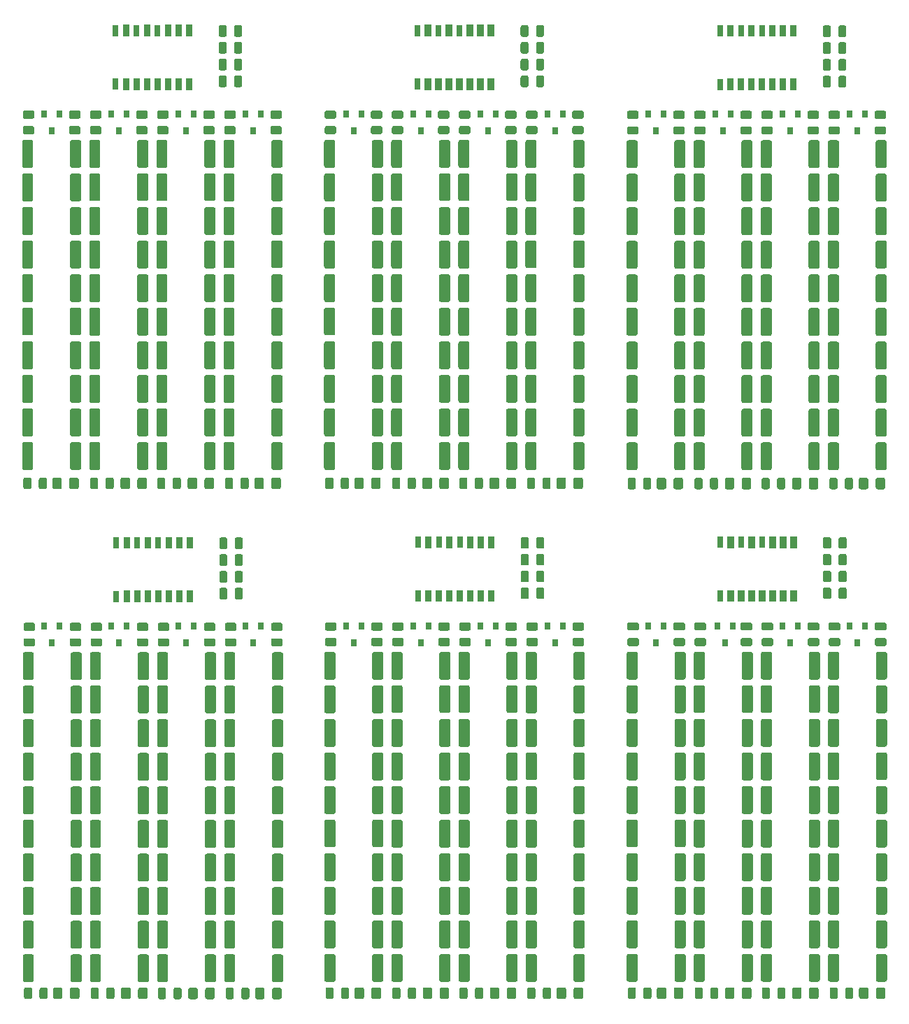
<source format=gbr>
G04 #@! TF.GenerationSoftware,KiCad,Pcbnew,(5.1.5)-3*
G04 #@! TF.CreationDate,2020-08-28T22:02:11-03:00*
G04 #@! TF.ProjectId,BMS_24S,424d535f-3234-4532-9e6b-696361645f70,A*
G04 #@! TF.SameCoordinates,Original*
G04 #@! TF.FileFunction,Paste,Bot*
G04 #@! TF.FilePolarity,Positive*
%FSLAX46Y46*%
G04 Gerber Fmt 4.6, Leading zero omitted, Abs format (unit mm)*
G04 Created by KiCad (PCBNEW (5.1.5)-3) date 2020-08-28 22:02:11*
%MOMM*%
%LPD*%
G04 APERTURE LIST*
%ADD10R,0.800000X0.900000*%
%ADD11C,0.100000*%
%ADD12R,0.800000X1.400000*%
G04 APERTURE END LIST*
D10*
X268224000Y-134858000D03*
X269174000Y-132858000D03*
X267274000Y-132858000D03*
X260096000Y-134858000D03*
X261046000Y-132858000D03*
X259146000Y-132858000D03*
X252222000Y-134858000D03*
X253172000Y-132858000D03*
X251272000Y-132858000D03*
X243840000Y-134858000D03*
X244790000Y-132858000D03*
X242890000Y-132858000D03*
X268224000Y-72882000D03*
X269174000Y-70882000D03*
X267274000Y-70882000D03*
X260096000Y-72882000D03*
X261046000Y-70882000D03*
X259146000Y-70882000D03*
X251968000Y-72882000D03*
X252918000Y-70882000D03*
X251018000Y-70882000D03*
X243840000Y-72882000D03*
X244790000Y-70882000D03*
X242890000Y-70882000D03*
X231648000Y-134858000D03*
X232598000Y-132858000D03*
X230698000Y-132858000D03*
X223520000Y-134858000D03*
X224470000Y-132858000D03*
X222570000Y-132858000D03*
X215392000Y-134858000D03*
X216342000Y-132858000D03*
X214442000Y-132858000D03*
X207264000Y-134858000D03*
X208214000Y-132858000D03*
X206314000Y-132858000D03*
X231648000Y-72882000D03*
X232598000Y-70882000D03*
X230698000Y-70882000D03*
X223520000Y-72882000D03*
X224470000Y-70882000D03*
X222570000Y-70882000D03*
X215392000Y-72882000D03*
X216342000Y-70882000D03*
X214442000Y-70882000D03*
X207264000Y-72882000D03*
X208214000Y-70882000D03*
X206314000Y-70882000D03*
X195072000Y-134858000D03*
X196022000Y-132858000D03*
X194122000Y-132858000D03*
X186944000Y-134858000D03*
X187894000Y-132858000D03*
X185994000Y-132858000D03*
X178816000Y-134858000D03*
X179766000Y-132858000D03*
X177866000Y-132858000D03*
X170688000Y-134858000D03*
X171638000Y-132858000D03*
X169738000Y-132858000D03*
X195072000Y-72882000D03*
X196022000Y-70882000D03*
X194122000Y-70882000D03*
X186944000Y-72882000D03*
X187894000Y-70882000D03*
X185994000Y-70882000D03*
X178816000Y-72882000D03*
X179766000Y-70882000D03*
X177866000Y-70882000D03*
X170688000Y-72882000D03*
X171638000Y-70882000D03*
X169738000Y-70882000D03*
D11*
G36*
X168237505Y-74018204D02*
G01*
X168261773Y-74021804D01*
X168285572Y-74027765D01*
X168308671Y-74036030D01*
X168330850Y-74046520D01*
X168351893Y-74059132D01*
X168371599Y-74073747D01*
X168389777Y-74090223D01*
X168406253Y-74108401D01*
X168420868Y-74128107D01*
X168433480Y-74149150D01*
X168443970Y-74171329D01*
X168452235Y-74194428D01*
X168458196Y-74218227D01*
X168461796Y-74242495D01*
X168463000Y-74266999D01*
X168463000Y-77117001D01*
X168461796Y-77141505D01*
X168458196Y-77165773D01*
X168452235Y-77189572D01*
X168443970Y-77212671D01*
X168433480Y-77234850D01*
X168420868Y-77255893D01*
X168406253Y-77275599D01*
X168389777Y-77293777D01*
X168371599Y-77310253D01*
X168351893Y-77324868D01*
X168330850Y-77337480D01*
X168308671Y-77347970D01*
X168285572Y-77356235D01*
X168261773Y-77362196D01*
X168237505Y-77365796D01*
X168213001Y-77367000D01*
X167362999Y-77367000D01*
X167338495Y-77365796D01*
X167314227Y-77362196D01*
X167290428Y-77356235D01*
X167267329Y-77347970D01*
X167245150Y-77337480D01*
X167224107Y-77324868D01*
X167204401Y-77310253D01*
X167186223Y-77293777D01*
X167169747Y-77275599D01*
X167155132Y-77255893D01*
X167142520Y-77234850D01*
X167132030Y-77212671D01*
X167123765Y-77189572D01*
X167117804Y-77165773D01*
X167114204Y-77141505D01*
X167113000Y-77117001D01*
X167113000Y-74266999D01*
X167114204Y-74242495D01*
X167117804Y-74218227D01*
X167123765Y-74194428D01*
X167132030Y-74171329D01*
X167142520Y-74149150D01*
X167155132Y-74128107D01*
X167169747Y-74108401D01*
X167186223Y-74090223D01*
X167204401Y-74073747D01*
X167224107Y-74059132D01*
X167245150Y-74046520D01*
X167267329Y-74036030D01*
X167290428Y-74027765D01*
X167314227Y-74021804D01*
X167338495Y-74018204D01*
X167362999Y-74017000D01*
X168213001Y-74017000D01*
X168237505Y-74018204D01*
G37*
G36*
X174037505Y-74018204D02*
G01*
X174061773Y-74021804D01*
X174085572Y-74027765D01*
X174108671Y-74036030D01*
X174130850Y-74046520D01*
X174151893Y-74059132D01*
X174171599Y-74073747D01*
X174189777Y-74090223D01*
X174206253Y-74108401D01*
X174220868Y-74128107D01*
X174233480Y-74149150D01*
X174243970Y-74171329D01*
X174252235Y-74194428D01*
X174258196Y-74218227D01*
X174261796Y-74242495D01*
X174263000Y-74266999D01*
X174263000Y-77117001D01*
X174261796Y-77141505D01*
X174258196Y-77165773D01*
X174252235Y-77189572D01*
X174243970Y-77212671D01*
X174233480Y-77234850D01*
X174220868Y-77255893D01*
X174206253Y-77275599D01*
X174189777Y-77293777D01*
X174171599Y-77310253D01*
X174151893Y-77324868D01*
X174130850Y-77337480D01*
X174108671Y-77347970D01*
X174085572Y-77356235D01*
X174061773Y-77362196D01*
X174037505Y-77365796D01*
X174013001Y-77367000D01*
X173162999Y-77367000D01*
X173138495Y-77365796D01*
X173114227Y-77362196D01*
X173090428Y-77356235D01*
X173067329Y-77347970D01*
X173045150Y-77337480D01*
X173024107Y-77324868D01*
X173004401Y-77310253D01*
X172986223Y-77293777D01*
X172969747Y-77275599D01*
X172955132Y-77255893D01*
X172942520Y-77234850D01*
X172932030Y-77212671D01*
X172923765Y-77189572D01*
X172917804Y-77165773D01*
X172914204Y-77141505D01*
X172913000Y-77117001D01*
X172913000Y-74266999D01*
X172914204Y-74242495D01*
X172917804Y-74218227D01*
X172923765Y-74194428D01*
X172932030Y-74171329D01*
X172942520Y-74149150D01*
X172955132Y-74128107D01*
X172969747Y-74108401D01*
X172986223Y-74090223D01*
X173004401Y-74073747D01*
X173024107Y-74059132D01*
X173045150Y-74046520D01*
X173067329Y-74036030D01*
X173090428Y-74027765D01*
X173114227Y-74021804D01*
X173138495Y-74018204D01*
X173162999Y-74017000D01*
X174013001Y-74017000D01*
X174037505Y-74018204D01*
G37*
G36*
X192705505Y-172598204D02*
G01*
X192729773Y-172601804D01*
X192753572Y-172607765D01*
X192776671Y-172616030D01*
X192798850Y-172626520D01*
X192819893Y-172639132D01*
X192839599Y-172653747D01*
X192857777Y-172670223D01*
X192874253Y-172688401D01*
X192888868Y-172708107D01*
X192901480Y-172729150D01*
X192911970Y-172751329D01*
X192920235Y-172774428D01*
X192926196Y-172798227D01*
X192929796Y-172822495D01*
X192931000Y-172846999D01*
X192931000Y-175697001D01*
X192929796Y-175721505D01*
X192926196Y-175745773D01*
X192920235Y-175769572D01*
X192911970Y-175792671D01*
X192901480Y-175814850D01*
X192888868Y-175835893D01*
X192874253Y-175855599D01*
X192857777Y-175873777D01*
X192839599Y-175890253D01*
X192819893Y-175904868D01*
X192798850Y-175917480D01*
X192776671Y-175927970D01*
X192753572Y-175936235D01*
X192729773Y-175942196D01*
X192705505Y-175945796D01*
X192681001Y-175947000D01*
X191830999Y-175947000D01*
X191806495Y-175945796D01*
X191782227Y-175942196D01*
X191758428Y-175936235D01*
X191735329Y-175927970D01*
X191713150Y-175917480D01*
X191692107Y-175904868D01*
X191672401Y-175890253D01*
X191654223Y-175873777D01*
X191637747Y-175855599D01*
X191623132Y-175835893D01*
X191610520Y-175814850D01*
X191600030Y-175792671D01*
X191591765Y-175769572D01*
X191585804Y-175745773D01*
X191582204Y-175721505D01*
X191581000Y-175697001D01*
X191581000Y-172846999D01*
X191582204Y-172822495D01*
X191585804Y-172798227D01*
X191591765Y-172774428D01*
X191600030Y-172751329D01*
X191610520Y-172729150D01*
X191623132Y-172708107D01*
X191637747Y-172688401D01*
X191654223Y-172670223D01*
X191672401Y-172653747D01*
X191692107Y-172639132D01*
X191713150Y-172626520D01*
X191735329Y-172616030D01*
X191758428Y-172607765D01*
X191782227Y-172601804D01*
X191806495Y-172598204D01*
X191830999Y-172597000D01*
X192681001Y-172597000D01*
X192705505Y-172598204D01*
G37*
G36*
X198505505Y-172598204D02*
G01*
X198529773Y-172601804D01*
X198553572Y-172607765D01*
X198576671Y-172616030D01*
X198598850Y-172626520D01*
X198619893Y-172639132D01*
X198639599Y-172653747D01*
X198657777Y-172670223D01*
X198674253Y-172688401D01*
X198688868Y-172708107D01*
X198701480Y-172729150D01*
X198711970Y-172751329D01*
X198720235Y-172774428D01*
X198726196Y-172798227D01*
X198729796Y-172822495D01*
X198731000Y-172846999D01*
X198731000Y-175697001D01*
X198729796Y-175721505D01*
X198726196Y-175745773D01*
X198720235Y-175769572D01*
X198711970Y-175792671D01*
X198701480Y-175814850D01*
X198688868Y-175835893D01*
X198674253Y-175855599D01*
X198657777Y-175873777D01*
X198639599Y-175890253D01*
X198619893Y-175904868D01*
X198598850Y-175917480D01*
X198576671Y-175927970D01*
X198553572Y-175936235D01*
X198529773Y-175942196D01*
X198505505Y-175945796D01*
X198481001Y-175947000D01*
X197630999Y-175947000D01*
X197606495Y-175945796D01*
X197582227Y-175942196D01*
X197558428Y-175936235D01*
X197535329Y-175927970D01*
X197513150Y-175917480D01*
X197492107Y-175904868D01*
X197472401Y-175890253D01*
X197454223Y-175873777D01*
X197437747Y-175855599D01*
X197423132Y-175835893D01*
X197410520Y-175814850D01*
X197400030Y-175792671D01*
X197391765Y-175769572D01*
X197385804Y-175745773D01*
X197382204Y-175721505D01*
X197381000Y-175697001D01*
X197381000Y-172846999D01*
X197382204Y-172822495D01*
X197385804Y-172798227D01*
X197391765Y-172774428D01*
X197400030Y-172751329D01*
X197410520Y-172729150D01*
X197423132Y-172708107D01*
X197437747Y-172688401D01*
X197454223Y-172670223D01*
X197472401Y-172653747D01*
X197492107Y-172639132D01*
X197513150Y-172626520D01*
X197535329Y-172616030D01*
X197558428Y-172607765D01*
X197582227Y-172601804D01*
X197606495Y-172598204D01*
X197630999Y-172597000D01*
X198481001Y-172597000D01*
X198505505Y-172598204D01*
G37*
D12*
X215031000Y-129224000D03*
D11*
G36*
X215901000Y-128524000D02*
G01*
X216701000Y-128524000D01*
X216701000Y-129924000D01*
X215901000Y-129924000D01*
X215901000Y-128524000D01*
G37*
G36*
X217171000Y-128524000D02*
G01*
X217971000Y-128524000D01*
X217971000Y-129924000D01*
X217171000Y-129924000D01*
X217171000Y-128524000D01*
G37*
G36*
X218441000Y-128524000D02*
G01*
X219241000Y-128524000D01*
X219241000Y-129924000D01*
X218441000Y-129924000D01*
X218441000Y-128524000D01*
G37*
G36*
X219711000Y-128524000D02*
G01*
X220511000Y-128524000D01*
X220511000Y-129924000D01*
X219711000Y-129924000D01*
X219711000Y-128524000D01*
G37*
G36*
X220981000Y-128524000D02*
G01*
X221781000Y-128524000D01*
X221781000Y-129924000D01*
X220981000Y-129924000D01*
X220981000Y-128524000D01*
G37*
G36*
X222251000Y-128524000D02*
G01*
X223051000Y-128524000D01*
X223051000Y-129924000D01*
X222251000Y-129924000D01*
X222251000Y-128524000D01*
G37*
G36*
X223521000Y-128524000D02*
G01*
X224321000Y-128524000D01*
X224321000Y-129924000D01*
X223521000Y-129924000D01*
X223521000Y-128524000D01*
G37*
G36*
X223521000Y-122024000D02*
G01*
X224321000Y-122024000D01*
X224321000Y-123424000D01*
X223521000Y-123424000D01*
X223521000Y-122024000D01*
G37*
G36*
X222251000Y-122024000D02*
G01*
X223051000Y-122024000D01*
X223051000Y-123424000D01*
X222251000Y-123424000D01*
X222251000Y-122024000D01*
G37*
G36*
X220981000Y-122024000D02*
G01*
X221781000Y-122024000D01*
X221781000Y-123424000D01*
X220981000Y-123424000D01*
X220981000Y-122024000D01*
G37*
D12*
X220111000Y-122724000D03*
D11*
G36*
X218441000Y-122024000D02*
G01*
X219241000Y-122024000D01*
X219241000Y-123424000D01*
X218441000Y-123424000D01*
X218441000Y-122024000D01*
G37*
D12*
X217571000Y-122724000D03*
D11*
G36*
X215901000Y-122024000D02*
G01*
X216701000Y-122024000D01*
X216701000Y-123424000D01*
X215901000Y-123424000D01*
X215901000Y-122024000D01*
G37*
D12*
X215031000Y-122724000D03*
X215004400Y-67254200D03*
D11*
G36*
X215874400Y-66554200D02*
G01*
X216674400Y-66554200D01*
X216674400Y-67954200D01*
X215874400Y-67954200D01*
X215874400Y-66554200D01*
G37*
G36*
X217144400Y-66554200D02*
G01*
X217944400Y-66554200D01*
X217944400Y-67954200D01*
X217144400Y-67954200D01*
X217144400Y-66554200D01*
G37*
G36*
X218414400Y-66554200D02*
G01*
X219214400Y-66554200D01*
X219214400Y-67954200D01*
X218414400Y-67954200D01*
X218414400Y-66554200D01*
G37*
G36*
X219684400Y-66554200D02*
G01*
X220484400Y-66554200D01*
X220484400Y-67954200D01*
X219684400Y-67954200D01*
X219684400Y-66554200D01*
G37*
G36*
X220954400Y-66554200D02*
G01*
X221754400Y-66554200D01*
X221754400Y-67954200D01*
X220954400Y-67954200D01*
X220954400Y-66554200D01*
G37*
G36*
X222224400Y-66554200D02*
G01*
X223024400Y-66554200D01*
X223024400Y-67954200D01*
X222224400Y-67954200D01*
X222224400Y-66554200D01*
G37*
G36*
X223494400Y-66554200D02*
G01*
X224294400Y-66554200D01*
X224294400Y-67954200D01*
X223494400Y-67954200D01*
X223494400Y-66554200D01*
G37*
G36*
X223494400Y-60054200D02*
G01*
X224294400Y-60054200D01*
X224294400Y-61454200D01*
X223494400Y-61454200D01*
X223494400Y-60054200D01*
G37*
G36*
X222224400Y-60054200D02*
G01*
X223024400Y-60054200D01*
X223024400Y-61454200D01*
X222224400Y-61454200D01*
X222224400Y-60054200D01*
G37*
G36*
X220954400Y-60054200D02*
G01*
X221754400Y-60054200D01*
X221754400Y-61454200D01*
X220954400Y-61454200D01*
X220954400Y-60054200D01*
G37*
D12*
X220084400Y-60754200D03*
D11*
G36*
X218414400Y-60054200D02*
G01*
X219214400Y-60054200D01*
X219214400Y-61454200D01*
X218414400Y-61454200D01*
X218414400Y-60054200D01*
G37*
D12*
X217544400Y-60754200D03*
D11*
G36*
X215874400Y-60054200D02*
G01*
X216674400Y-60054200D01*
X216674400Y-61454200D01*
X215874400Y-61454200D01*
X215874400Y-60054200D01*
G37*
D12*
X215004400Y-60754200D03*
D11*
G36*
X265825105Y-168491804D02*
G01*
X265849373Y-168495404D01*
X265873172Y-168501365D01*
X265896271Y-168509630D01*
X265918450Y-168520120D01*
X265939493Y-168532732D01*
X265959199Y-168547347D01*
X265977377Y-168563823D01*
X265993853Y-168582001D01*
X266008468Y-168601707D01*
X266021080Y-168622750D01*
X266031570Y-168644929D01*
X266039835Y-168668028D01*
X266045796Y-168691827D01*
X266049396Y-168716095D01*
X266050600Y-168740599D01*
X266050600Y-171590601D01*
X266049396Y-171615105D01*
X266045796Y-171639373D01*
X266039835Y-171663172D01*
X266031570Y-171686271D01*
X266021080Y-171708450D01*
X266008468Y-171729493D01*
X265993853Y-171749199D01*
X265977377Y-171767377D01*
X265959199Y-171783853D01*
X265939493Y-171798468D01*
X265918450Y-171811080D01*
X265896271Y-171821570D01*
X265873172Y-171829835D01*
X265849373Y-171835796D01*
X265825105Y-171839396D01*
X265800601Y-171840600D01*
X264950599Y-171840600D01*
X264926095Y-171839396D01*
X264901827Y-171835796D01*
X264878028Y-171829835D01*
X264854929Y-171821570D01*
X264832750Y-171811080D01*
X264811707Y-171798468D01*
X264792001Y-171783853D01*
X264773823Y-171767377D01*
X264757347Y-171749199D01*
X264742732Y-171729493D01*
X264730120Y-171708450D01*
X264719630Y-171686271D01*
X264711365Y-171663172D01*
X264705404Y-171639373D01*
X264701804Y-171615105D01*
X264700600Y-171590601D01*
X264700600Y-168740599D01*
X264701804Y-168716095D01*
X264705404Y-168691827D01*
X264711365Y-168668028D01*
X264719630Y-168644929D01*
X264730120Y-168622750D01*
X264742732Y-168601707D01*
X264757347Y-168582001D01*
X264773823Y-168563823D01*
X264792001Y-168547347D01*
X264811707Y-168532732D01*
X264832750Y-168520120D01*
X264854929Y-168509630D01*
X264878028Y-168501365D01*
X264901827Y-168495404D01*
X264926095Y-168491804D01*
X264950599Y-168490600D01*
X265800601Y-168490600D01*
X265825105Y-168491804D01*
G37*
G36*
X271625105Y-168491804D02*
G01*
X271649373Y-168495404D01*
X271673172Y-168501365D01*
X271696271Y-168509630D01*
X271718450Y-168520120D01*
X271739493Y-168532732D01*
X271759199Y-168547347D01*
X271777377Y-168563823D01*
X271793853Y-168582001D01*
X271808468Y-168601707D01*
X271821080Y-168622750D01*
X271831570Y-168644929D01*
X271839835Y-168668028D01*
X271845796Y-168691827D01*
X271849396Y-168716095D01*
X271850600Y-168740599D01*
X271850600Y-171590601D01*
X271849396Y-171615105D01*
X271845796Y-171639373D01*
X271839835Y-171663172D01*
X271831570Y-171686271D01*
X271821080Y-171708450D01*
X271808468Y-171729493D01*
X271793853Y-171749199D01*
X271777377Y-171767377D01*
X271759199Y-171783853D01*
X271739493Y-171798468D01*
X271718450Y-171811080D01*
X271696271Y-171821570D01*
X271673172Y-171829835D01*
X271649373Y-171835796D01*
X271625105Y-171839396D01*
X271600601Y-171840600D01*
X270750599Y-171840600D01*
X270726095Y-171839396D01*
X270701827Y-171835796D01*
X270678028Y-171829835D01*
X270654929Y-171821570D01*
X270632750Y-171811080D01*
X270611707Y-171798468D01*
X270592001Y-171783853D01*
X270573823Y-171767377D01*
X270557347Y-171749199D01*
X270542732Y-171729493D01*
X270530120Y-171708450D01*
X270519630Y-171686271D01*
X270511365Y-171663172D01*
X270505404Y-171639373D01*
X270501804Y-171615105D01*
X270500600Y-171590601D01*
X270500600Y-168740599D01*
X270501804Y-168716095D01*
X270505404Y-168691827D01*
X270511365Y-168668028D01*
X270519630Y-168644929D01*
X270530120Y-168622750D01*
X270542732Y-168601707D01*
X270557347Y-168582001D01*
X270573823Y-168563823D01*
X270592001Y-168547347D01*
X270611707Y-168532732D01*
X270632750Y-168520120D01*
X270654929Y-168509630D01*
X270678028Y-168501365D01*
X270701827Y-168495404D01*
X270726095Y-168491804D01*
X270750599Y-168490600D01*
X271600601Y-168490600D01*
X271625105Y-168491804D01*
G37*
G36*
X265825105Y-172555804D02*
G01*
X265849373Y-172559404D01*
X265873172Y-172565365D01*
X265896271Y-172573630D01*
X265918450Y-172584120D01*
X265939493Y-172596732D01*
X265959199Y-172611347D01*
X265977377Y-172627823D01*
X265993853Y-172646001D01*
X266008468Y-172665707D01*
X266021080Y-172686750D01*
X266031570Y-172708929D01*
X266039835Y-172732028D01*
X266045796Y-172755827D01*
X266049396Y-172780095D01*
X266050600Y-172804599D01*
X266050600Y-175654601D01*
X266049396Y-175679105D01*
X266045796Y-175703373D01*
X266039835Y-175727172D01*
X266031570Y-175750271D01*
X266021080Y-175772450D01*
X266008468Y-175793493D01*
X265993853Y-175813199D01*
X265977377Y-175831377D01*
X265959199Y-175847853D01*
X265939493Y-175862468D01*
X265918450Y-175875080D01*
X265896271Y-175885570D01*
X265873172Y-175893835D01*
X265849373Y-175899796D01*
X265825105Y-175903396D01*
X265800601Y-175904600D01*
X264950599Y-175904600D01*
X264926095Y-175903396D01*
X264901827Y-175899796D01*
X264878028Y-175893835D01*
X264854929Y-175885570D01*
X264832750Y-175875080D01*
X264811707Y-175862468D01*
X264792001Y-175847853D01*
X264773823Y-175831377D01*
X264757347Y-175813199D01*
X264742732Y-175793493D01*
X264730120Y-175772450D01*
X264719630Y-175750271D01*
X264711365Y-175727172D01*
X264705404Y-175703373D01*
X264701804Y-175679105D01*
X264700600Y-175654601D01*
X264700600Y-172804599D01*
X264701804Y-172780095D01*
X264705404Y-172755827D01*
X264711365Y-172732028D01*
X264719630Y-172708929D01*
X264730120Y-172686750D01*
X264742732Y-172665707D01*
X264757347Y-172646001D01*
X264773823Y-172627823D01*
X264792001Y-172611347D01*
X264811707Y-172596732D01*
X264832750Y-172584120D01*
X264854929Y-172573630D01*
X264878028Y-172565365D01*
X264901827Y-172559404D01*
X264926095Y-172555804D01*
X264950599Y-172554600D01*
X265800601Y-172554600D01*
X265825105Y-172555804D01*
G37*
G36*
X271625105Y-172555804D02*
G01*
X271649373Y-172559404D01*
X271673172Y-172565365D01*
X271696271Y-172573630D01*
X271718450Y-172584120D01*
X271739493Y-172596732D01*
X271759199Y-172611347D01*
X271777377Y-172627823D01*
X271793853Y-172646001D01*
X271808468Y-172665707D01*
X271821080Y-172686750D01*
X271831570Y-172708929D01*
X271839835Y-172732028D01*
X271845796Y-172755827D01*
X271849396Y-172780095D01*
X271850600Y-172804599D01*
X271850600Y-175654601D01*
X271849396Y-175679105D01*
X271845796Y-175703373D01*
X271839835Y-175727172D01*
X271831570Y-175750271D01*
X271821080Y-175772450D01*
X271808468Y-175793493D01*
X271793853Y-175813199D01*
X271777377Y-175831377D01*
X271759199Y-175847853D01*
X271739493Y-175862468D01*
X271718450Y-175875080D01*
X271696271Y-175885570D01*
X271673172Y-175893835D01*
X271649373Y-175899796D01*
X271625105Y-175903396D01*
X271600601Y-175904600D01*
X270750599Y-175904600D01*
X270726095Y-175903396D01*
X270701827Y-175899796D01*
X270678028Y-175893835D01*
X270654929Y-175885570D01*
X270632750Y-175875080D01*
X270611707Y-175862468D01*
X270592001Y-175847853D01*
X270573823Y-175831377D01*
X270557347Y-175813199D01*
X270542732Y-175793493D01*
X270530120Y-175772450D01*
X270519630Y-175750271D01*
X270511365Y-175727172D01*
X270505404Y-175703373D01*
X270501804Y-175679105D01*
X270500600Y-175654601D01*
X270500600Y-172804599D01*
X270501804Y-172780095D01*
X270505404Y-172755827D01*
X270511365Y-172732028D01*
X270519630Y-172708929D01*
X270530120Y-172686750D01*
X270542732Y-172665707D01*
X270557347Y-172646001D01*
X270573823Y-172627823D01*
X270592001Y-172611347D01*
X270611707Y-172596732D01*
X270632750Y-172584120D01*
X270654929Y-172573630D01*
X270678028Y-172565365D01*
X270701827Y-172559404D01*
X270726095Y-172555804D01*
X270750599Y-172554600D01*
X271600601Y-172554600D01*
X271625105Y-172555804D01*
G37*
G36*
X265825105Y-164427804D02*
G01*
X265849373Y-164431404D01*
X265873172Y-164437365D01*
X265896271Y-164445630D01*
X265918450Y-164456120D01*
X265939493Y-164468732D01*
X265959199Y-164483347D01*
X265977377Y-164499823D01*
X265993853Y-164518001D01*
X266008468Y-164537707D01*
X266021080Y-164558750D01*
X266031570Y-164580929D01*
X266039835Y-164604028D01*
X266045796Y-164627827D01*
X266049396Y-164652095D01*
X266050600Y-164676599D01*
X266050600Y-167526601D01*
X266049396Y-167551105D01*
X266045796Y-167575373D01*
X266039835Y-167599172D01*
X266031570Y-167622271D01*
X266021080Y-167644450D01*
X266008468Y-167665493D01*
X265993853Y-167685199D01*
X265977377Y-167703377D01*
X265959199Y-167719853D01*
X265939493Y-167734468D01*
X265918450Y-167747080D01*
X265896271Y-167757570D01*
X265873172Y-167765835D01*
X265849373Y-167771796D01*
X265825105Y-167775396D01*
X265800601Y-167776600D01*
X264950599Y-167776600D01*
X264926095Y-167775396D01*
X264901827Y-167771796D01*
X264878028Y-167765835D01*
X264854929Y-167757570D01*
X264832750Y-167747080D01*
X264811707Y-167734468D01*
X264792001Y-167719853D01*
X264773823Y-167703377D01*
X264757347Y-167685199D01*
X264742732Y-167665493D01*
X264730120Y-167644450D01*
X264719630Y-167622271D01*
X264711365Y-167599172D01*
X264705404Y-167575373D01*
X264701804Y-167551105D01*
X264700600Y-167526601D01*
X264700600Y-164676599D01*
X264701804Y-164652095D01*
X264705404Y-164627827D01*
X264711365Y-164604028D01*
X264719630Y-164580929D01*
X264730120Y-164558750D01*
X264742732Y-164537707D01*
X264757347Y-164518001D01*
X264773823Y-164499823D01*
X264792001Y-164483347D01*
X264811707Y-164468732D01*
X264832750Y-164456120D01*
X264854929Y-164445630D01*
X264878028Y-164437365D01*
X264901827Y-164431404D01*
X264926095Y-164427804D01*
X264950599Y-164426600D01*
X265800601Y-164426600D01*
X265825105Y-164427804D01*
G37*
G36*
X271625105Y-164427804D02*
G01*
X271649373Y-164431404D01*
X271673172Y-164437365D01*
X271696271Y-164445630D01*
X271718450Y-164456120D01*
X271739493Y-164468732D01*
X271759199Y-164483347D01*
X271777377Y-164499823D01*
X271793853Y-164518001D01*
X271808468Y-164537707D01*
X271821080Y-164558750D01*
X271831570Y-164580929D01*
X271839835Y-164604028D01*
X271845796Y-164627827D01*
X271849396Y-164652095D01*
X271850600Y-164676599D01*
X271850600Y-167526601D01*
X271849396Y-167551105D01*
X271845796Y-167575373D01*
X271839835Y-167599172D01*
X271831570Y-167622271D01*
X271821080Y-167644450D01*
X271808468Y-167665493D01*
X271793853Y-167685199D01*
X271777377Y-167703377D01*
X271759199Y-167719853D01*
X271739493Y-167734468D01*
X271718450Y-167747080D01*
X271696271Y-167757570D01*
X271673172Y-167765835D01*
X271649373Y-167771796D01*
X271625105Y-167775396D01*
X271600601Y-167776600D01*
X270750599Y-167776600D01*
X270726095Y-167775396D01*
X270701827Y-167771796D01*
X270678028Y-167765835D01*
X270654929Y-167757570D01*
X270632750Y-167747080D01*
X270611707Y-167734468D01*
X270592001Y-167719853D01*
X270573823Y-167703377D01*
X270557347Y-167685199D01*
X270542732Y-167665493D01*
X270530120Y-167644450D01*
X270519630Y-167622271D01*
X270511365Y-167599172D01*
X270505404Y-167575373D01*
X270501804Y-167551105D01*
X270500600Y-167526601D01*
X270500600Y-164676599D01*
X270501804Y-164652095D01*
X270505404Y-164627827D01*
X270511365Y-164604028D01*
X270519630Y-164580929D01*
X270530120Y-164558750D01*
X270542732Y-164537707D01*
X270557347Y-164518001D01*
X270573823Y-164499823D01*
X270592001Y-164483347D01*
X270611707Y-164468732D01*
X270632750Y-164456120D01*
X270654929Y-164445630D01*
X270678028Y-164437365D01*
X270701827Y-164431404D01*
X270726095Y-164427804D01*
X270750599Y-164426600D01*
X271600601Y-164426600D01*
X271625105Y-164427804D01*
G37*
G36*
X257697105Y-164427804D02*
G01*
X257721373Y-164431404D01*
X257745172Y-164437365D01*
X257768271Y-164445630D01*
X257790450Y-164456120D01*
X257811493Y-164468732D01*
X257831199Y-164483347D01*
X257849377Y-164499823D01*
X257865853Y-164518001D01*
X257880468Y-164537707D01*
X257893080Y-164558750D01*
X257903570Y-164580929D01*
X257911835Y-164604028D01*
X257917796Y-164627827D01*
X257921396Y-164652095D01*
X257922600Y-164676599D01*
X257922600Y-167526601D01*
X257921396Y-167551105D01*
X257917796Y-167575373D01*
X257911835Y-167599172D01*
X257903570Y-167622271D01*
X257893080Y-167644450D01*
X257880468Y-167665493D01*
X257865853Y-167685199D01*
X257849377Y-167703377D01*
X257831199Y-167719853D01*
X257811493Y-167734468D01*
X257790450Y-167747080D01*
X257768271Y-167757570D01*
X257745172Y-167765835D01*
X257721373Y-167771796D01*
X257697105Y-167775396D01*
X257672601Y-167776600D01*
X256822599Y-167776600D01*
X256798095Y-167775396D01*
X256773827Y-167771796D01*
X256750028Y-167765835D01*
X256726929Y-167757570D01*
X256704750Y-167747080D01*
X256683707Y-167734468D01*
X256664001Y-167719853D01*
X256645823Y-167703377D01*
X256629347Y-167685199D01*
X256614732Y-167665493D01*
X256602120Y-167644450D01*
X256591630Y-167622271D01*
X256583365Y-167599172D01*
X256577404Y-167575373D01*
X256573804Y-167551105D01*
X256572600Y-167526601D01*
X256572600Y-164676599D01*
X256573804Y-164652095D01*
X256577404Y-164627827D01*
X256583365Y-164604028D01*
X256591630Y-164580929D01*
X256602120Y-164558750D01*
X256614732Y-164537707D01*
X256629347Y-164518001D01*
X256645823Y-164499823D01*
X256664001Y-164483347D01*
X256683707Y-164468732D01*
X256704750Y-164456120D01*
X256726929Y-164445630D01*
X256750028Y-164437365D01*
X256773827Y-164431404D01*
X256798095Y-164427804D01*
X256822599Y-164426600D01*
X257672601Y-164426600D01*
X257697105Y-164427804D01*
G37*
G36*
X263497105Y-164427804D02*
G01*
X263521373Y-164431404D01*
X263545172Y-164437365D01*
X263568271Y-164445630D01*
X263590450Y-164456120D01*
X263611493Y-164468732D01*
X263631199Y-164483347D01*
X263649377Y-164499823D01*
X263665853Y-164518001D01*
X263680468Y-164537707D01*
X263693080Y-164558750D01*
X263703570Y-164580929D01*
X263711835Y-164604028D01*
X263717796Y-164627827D01*
X263721396Y-164652095D01*
X263722600Y-164676599D01*
X263722600Y-167526601D01*
X263721396Y-167551105D01*
X263717796Y-167575373D01*
X263711835Y-167599172D01*
X263703570Y-167622271D01*
X263693080Y-167644450D01*
X263680468Y-167665493D01*
X263665853Y-167685199D01*
X263649377Y-167703377D01*
X263631199Y-167719853D01*
X263611493Y-167734468D01*
X263590450Y-167747080D01*
X263568271Y-167757570D01*
X263545172Y-167765835D01*
X263521373Y-167771796D01*
X263497105Y-167775396D01*
X263472601Y-167776600D01*
X262622599Y-167776600D01*
X262598095Y-167775396D01*
X262573827Y-167771796D01*
X262550028Y-167765835D01*
X262526929Y-167757570D01*
X262504750Y-167747080D01*
X262483707Y-167734468D01*
X262464001Y-167719853D01*
X262445823Y-167703377D01*
X262429347Y-167685199D01*
X262414732Y-167665493D01*
X262402120Y-167644450D01*
X262391630Y-167622271D01*
X262383365Y-167599172D01*
X262377404Y-167575373D01*
X262373804Y-167551105D01*
X262372600Y-167526601D01*
X262372600Y-164676599D01*
X262373804Y-164652095D01*
X262377404Y-164627827D01*
X262383365Y-164604028D01*
X262391630Y-164580929D01*
X262402120Y-164558750D01*
X262414732Y-164537707D01*
X262429347Y-164518001D01*
X262445823Y-164499823D01*
X262464001Y-164483347D01*
X262483707Y-164468732D01*
X262504750Y-164456120D01*
X262526929Y-164445630D01*
X262550028Y-164437365D01*
X262573827Y-164431404D01*
X262598095Y-164427804D01*
X262622599Y-164426600D01*
X263472601Y-164426600D01*
X263497105Y-164427804D01*
G37*
G36*
X257697105Y-168491804D02*
G01*
X257721373Y-168495404D01*
X257745172Y-168501365D01*
X257768271Y-168509630D01*
X257790450Y-168520120D01*
X257811493Y-168532732D01*
X257831199Y-168547347D01*
X257849377Y-168563823D01*
X257865853Y-168582001D01*
X257880468Y-168601707D01*
X257893080Y-168622750D01*
X257903570Y-168644929D01*
X257911835Y-168668028D01*
X257917796Y-168691827D01*
X257921396Y-168716095D01*
X257922600Y-168740599D01*
X257922600Y-171590601D01*
X257921396Y-171615105D01*
X257917796Y-171639373D01*
X257911835Y-171663172D01*
X257903570Y-171686271D01*
X257893080Y-171708450D01*
X257880468Y-171729493D01*
X257865853Y-171749199D01*
X257849377Y-171767377D01*
X257831199Y-171783853D01*
X257811493Y-171798468D01*
X257790450Y-171811080D01*
X257768271Y-171821570D01*
X257745172Y-171829835D01*
X257721373Y-171835796D01*
X257697105Y-171839396D01*
X257672601Y-171840600D01*
X256822599Y-171840600D01*
X256798095Y-171839396D01*
X256773827Y-171835796D01*
X256750028Y-171829835D01*
X256726929Y-171821570D01*
X256704750Y-171811080D01*
X256683707Y-171798468D01*
X256664001Y-171783853D01*
X256645823Y-171767377D01*
X256629347Y-171749199D01*
X256614732Y-171729493D01*
X256602120Y-171708450D01*
X256591630Y-171686271D01*
X256583365Y-171663172D01*
X256577404Y-171639373D01*
X256573804Y-171615105D01*
X256572600Y-171590601D01*
X256572600Y-168740599D01*
X256573804Y-168716095D01*
X256577404Y-168691827D01*
X256583365Y-168668028D01*
X256591630Y-168644929D01*
X256602120Y-168622750D01*
X256614732Y-168601707D01*
X256629347Y-168582001D01*
X256645823Y-168563823D01*
X256664001Y-168547347D01*
X256683707Y-168532732D01*
X256704750Y-168520120D01*
X256726929Y-168509630D01*
X256750028Y-168501365D01*
X256773827Y-168495404D01*
X256798095Y-168491804D01*
X256822599Y-168490600D01*
X257672601Y-168490600D01*
X257697105Y-168491804D01*
G37*
G36*
X263497105Y-168491804D02*
G01*
X263521373Y-168495404D01*
X263545172Y-168501365D01*
X263568271Y-168509630D01*
X263590450Y-168520120D01*
X263611493Y-168532732D01*
X263631199Y-168547347D01*
X263649377Y-168563823D01*
X263665853Y-168582001D01*
X263680468Y-168601707D01*
X263693080Y-168622750D01*
X263703570Y-168644929D01*
X263711835Y-168668028D01*
X263717796Y-168691827D01*
X263721396Y-168716095D01*
X263722600Y-168740599D01*
X263722600Y-171590601D01*
X263721396Y-171615105D01*
X263717796Y-171639373D01*
X263711835Y-171663172D01*
X263703570Y-171686271D01*
X263693080Y-171708450D01*
X263680468Y-171729493D01*
X263665853Y-171749199D01*
X263649377Y-171767377D01*
X263631199Y-171783853D01*
X263611493Y-171798468D01*
X263590450Y-171811080D01*
X263568271Y-171821570D01*
X263545172Y-171829835D01*
X263521373Y-171835796D01*
X263497105Y-171839396D01*
X263472601Y-171840600D01*
X262622599Y-171840600D01*
X262598095Y-171839396D01*
X262573827Y-171835796D01*
X262550028Y-171829835D01*
X262526929Y-171821570D01*
X262504750Y-171811080D01*
X262483707Y-171798468D01*
X262464001Y-171783853D01*
X262445823Y-171767377D01*
X262429347Y-171749199D01*
X262414732Y-171729493D01*
X262402120Y-171708450D01*
X262391630Y-171686271D01*
X262383365Y-171663172D01*
X262377404Y-171639373D01*
X262373804Y-171615105D01*
X262372600Y-171590601D01*
X262372600Y-168740599D01*
X262373804Y-168716095D01*
X262377404Y-168691827D01*
X262383365Y-168668028D01*
X262391630Y-168644929D01*
X262402120Y-168622750D01*
X262414732Y-168601707D01*
X262429347Y-168582001D01*
X262445823Y-168563823D01*
X262464001Y-168547347D01*
X262483707Y-168532732D01*
X262504750Y-168520120D01*
X262526929Y-168509630D01*
X262550028Y-168501365D01*
X262573827Y-168495404D01*
X262598095Y-168491804D01*
X262622599Y-168490600D01*
X263472601Y-168490600D01*
X263497105Y-168491804D01*
G37*
G36*
X257697105Y-172555804D02*
G01*
X257721373Y-172559404D01*
X257745172Y-172565365D01*
X257768271Y-172573630D01*
X257790450Y-172584120D01*
X257811493Y-172596732D01*
X257831199Y-172611347D01*
X257849377Y-172627823D01*
X257865853Y-172646001D01*
X257880468Y-172665707D01*
X257893080Y-172686750D01*
X257903570Y-172708929D01*
X257911835Y-172732028D01*
X257917796Y-172755827D01*
X257921396Y-172780095D01*
X257922600Y-172804599D01*
X257922600Y-175654601D01*
X257921396Y-175679105D01*
X257917796Y-175703373D01*
X257911835Y-175727172D01*
X257903570Y-175750271D01*
X257893080Y-175772450D01*
X257880468Y-175793493D01*
X257865853Y-175813199D01*
X257849377Y-175831377D01*
X257831199Y-175847853D01*
X257811493Y-175862468D01*
X257790450Y-175875080D01*
X257768271Y-175885570D01*
X257745172Y-175893835D01*
X257721373Y-175899796D01*
X257697105Y-175903396D01*
X257672601Y-175904600D01*
X256822599Y-175904600D01*
X256798095Y-175903396D01*
X256773827Y-175899796D01*
X256750028Y-175893835D01*
X256726929Y-175885570D01*
X256704750Y-175875080D01*
X256683707Y-175862468D01*
X256664001Y-175847853D01*
X256645823Y-175831377D01*
X256629347Y-175813199D01*
X256614732Y-175793493D01*
X256602120Y-175772450D01*
X256591630Y-175750271D01*
X256583365Y-175727172D01*
X256577404Y-175703373D01*
X256573804Y-175679105D01*
X256572600Y-175654601D01*
X256572600Y-172804599D01*
X256573804Y-172780095D01*
X256577404Y-172755827D01*
X256583365Y-172732028D01*
X256591630Y-172708929D01*
X256602120Y-172686750D01*
X256614732Y-172665707D01*
X256629347Y-172646001D01*
X256645823Y-172627823D01*
X256664001Y-172611347D01*
X256683707Y-172596732D01*
X256704750Y-172584120D01*
X256726929Y-172573630D01*
X256750028Y-172565365D01*
X256773827Y-172559404D01*
X256798095Y-172555804D01*
X256822599Y-172554600D01*
X257672601Y-172554600D01*
X257697105Y-172555804D01*
G37*
G36*
X263497105Y-172555804D02*
G01*
X263521373Y-172559404D01*
X263545172Y-172565365D01*
X263568271Y-172573630D01*
X263590450Y-172584120D01*
X263611493Y-172596732D01*
X263631199Y-172611347D01*
X263649377Y-172627823D01*
X263665853Y-172646001D01*
X263680468Y-172665707D01*
X263693080Y-172686750D01*
X263703570Y-172708929D01*
X263711835Y-172732028D01*
X263717796Y-172755827D01*
X263721396Y-172780095D01*
X263722600Y-172804599D01*
X263722600Y-175654601D01*
X263721396Y-175679105D01*
X263717796Y-175703373D01*
X263711835Y-175727172D01*
X263703570Y-175750271D01*
X263693080Y-175772450D01*
X263680468Y-175793493D01*
X263665853Y-175813199D01*
X263649377Y-175831377D01*
X263631199Y-175847853D01*
X263611493Y-175862468D01*
X263590450Y-175875080D01*
X263568271Y-175885570D01*
X263545172Y-175893835D01*
X263521373Y-175899796D01*
X263497105Y-175903396D01*
X263472601Y-175904600D01*
X262622599Y-175904600D01*
X262598095Y-175903396D01*
X262573827Y-175899796D01*
X262550028Y-175893835D01*
X262526929Y-175885570D01*
X262504750Y-175875080D01*
X262483707Y-175862468D01*
X262464001Y-175847853D01*
X262445823Y-175831377D01*
X262429347Y-175813199D01*
X262414732Y-175793493D01*
X262402120Y-175772450D01*
X262391630Y-175750271D01*
X262383365Y-175727172D01*
X262377404Y-175703373D01*
X262373804Y-175679105D01*
X262372600Y-175654601D01*
X262372600Y-172804599D01*
X262373804Y-172780095D01*
X262377404Y-172755827D01*
X262383365Y-172732028D01*
X262391630Y-172708929D01*
X262402120Y-172686750D01*
X262414732Y-172665707D01*
X262429347Y-172646001D01*
X262445823Y-172627823D01*
X262464001Y-172611347D01*
X262483707Y-172596732D01*
X262504750Y-172584120D01*
X262526929Y-172573630D01*
X262550028Y-172565365D01*
X262573827Y-172559404D01*
X262598095Y-172555804D01*
X262622599Y-172554600D01*
X263472601Y-172554600D01*
X263497105Y-172555804D01*
G37*
G36*
X249569105Y-164427804D02*
G01*
X249593373Y-164431404D01*
X249617172Y-164437365D01*
X249640271Y-164445630D01*
X249662450Y-164456120D01*
X249683493Y-164468732D01*
X249703199Y-164483347D01*
X249721377Y-164499823D01*
X249737853Y-164518001D01*
X249752468Y-164537707D01*
X249765080Y-164558750D01*
X249775570Y-164580929D01*
X249783835Y-164604028D01*
X249789796Y-164627827D01*
X249793396Y-164652095D01*
X249794600Y-164676599D01*
X249794600Y-167526601D01*
X249793396Y-167551105D01*
X249789796Y-167575373D01*
X249783835Y-167599172D01*
X249775570Y-167622271D01*
X249765080Y-167644450D01*
X249752468Y-167665493D01*
X249737853Y-167685199D01*
X249721377Y-167703377D01*
X249703199Y-167719853D01*
X249683493Y-167734468D01*
X249662450Y-167747080D01*
X249640271Y-167757570D01*
X249617172Y-167765835D01*
X249593373Y-167771796D01*
X249569105Y-167775396D01*
X249544601Y-167776600D01*
X248694599Y-167776600D01*
X248670095Y-167775396D01*
X248645827Y-167771796D01*
X248622028Y-167765835D01*
X248598929Y-167757570D01*
X248576750Y-167747080D01*
X248555707Y-167734468D01*
X248536001Y-167719853D01*
X248517823Y-167703377D01*
X248501347Y-167685199D01*
X248486732Y-167665493D01*
X248474120Y-167644450D01*
X248463630Y-167622271D01*
X248455365Y-167599172D01*
X248449404Y-167575373D01*
X248445804Y-167551105D01*
X248444600Y-167526601D01*
X248444600Y-164676599D01*
X248445804Y-164652095D01*
X248449404Y-164627827D01*
X248455365Y-164604028D01*
X248463630Y-164580929D01*
X248474120Y-164558750D01*
X248486732Y-164537707D01*
X248501347Y-164518001D01*
X248517823Y-164499823D01*
X248536001Y-164483347D01*
X248555707Y-164468732D01*
X248576750Y-164456120D01*
X248598929Y-164445630D01*
X248622028Y-164437365D01*
X248645827Y-164431404D01*
X248670095Y-164427804D01*
X248694599Y-164426600D01*
X249544601Y-164426600D01*
X249569105Y-164427804D01*
G37*
G36*
X255369105Y-164427804D02*
G01*
X255393373Y-164431404D01*
X255417172Y-164437365D01*
X255440271Y-164445630D01*
X255462450Y-164456120D01*
X255483493Y-164468732D01*
X255503199Y-164483347D01*
X255521377Y-164499823D01*
X255537853Y-164518001D01*
X255552468Y-164537707D01*
X255565080Y-164558750D01*
X255575570Y-164580929D01*
X255583835Y-164604028D01*
X255589796Y-164627827D01*
X255593396Y-164652095D01*
X255594600Y-164676599D01*
X255594600Y-167526601D01*
X255593396Y-167551105D01*
X255589796Y-167575373D01*
X255583835Y-167599172D01*
X255575570Y-167622271D01*
X255565080Y-167644450D01*
X255552468Y-167665493D01*
X255537853Y-167685199D01*
X255521377Y-167703377D01*
X255503199Y-167719853D01*
X255483493Y-167734468D01*
X255462450Y-167747080D01*
X255440271Y-167757570D01*
X255417172Y-167765835D01*
X255393373Y-167771796D01*
X255369105Y-167775396D01*
X255344601Y-167776600D01*
X254494599Y-167776600D01*
X254470095Y-167775396D01*
X254445827Y-167771796D01*
X254422028Y-167765835D01*
X254398929Y-167757570D01*
X254376750Y-167747080D01*
X254355707Y-167734468D01*
X254336001Y-167719853D01*
X254317823Y-167703377D01*
X254301347Y-167685199D01*
X254286732Y-167665493D01*
X254274120Y-167644450D01*
X254263630Y-167622271D01*
X254255365Y-167599172D01*
X254249404Y-167575373D01*
X254245804Y-167551105D01*
X254244600Y-167526601D01*
X254244600Y-164676599D01*
X254245804Y-164652095D01*
X254249404Y-164627827D01*
X254255365Y-164604028D01*
X254263630Y-164580929D01*
X254274120Y-164558750D01*
X254286732Y-164537707D01*
X254301347Y-164518001D01*
X254317823Y-164499823D01*
X254336001Y-164483347D01*
X254355707Y-164468732D01*
X254376750Y-164456120D01*
X254398929Y-164445630D01*
X254422028Y-164437365D01*
X254445827Y-164431404D01*
X254470095Y-164427804D01*
X254494599Y-164426600D01*
X255344601Y-164426600D01*
X255369105Y-164427804D01*
G37*
G36*
X249569105Y-168491804D02*
G01*
X249593373Y-168495404D01*
X249617172Y-168501365D01*
X249640271Y-168509630D01*
X249662450Y-168520120D01*
X249683493Y-168532732D01*
X249703199Y-168547347D01*
X249721377Y-168563823D01*
X249737853Y-168582001D01*
X249752468Y-168601707D01*
X249765080Y-168622750D01*
X249775570Y-168644929D01*
X249783835Y-168668028D01*
X249789796Y-168691827D01*
X249793396Y-168716095D01*
X249794600Y-168740599D01*
X249794600Y-171590601D01*
X249793396Y-171615105D01*
X249789796Y-171639373D01*
X249783835Y-171663172D01*
X249775570Y-171686271D01*
X249765080Y-171708450D01*
X249752468Y-171729493D01*
X249737853Y-171749199D01*
X249721377Y-171767377D01*
X249703199Y-171783853D01*
X249683493Y-171798468D01*
X249662450Y-171811080D01*
X249640271Y-171821570D01*
X249617172Y-171829835D01*
X249593373Y-171835796D01*
X249569105Y-171839396D01*
X249544601Y-171840600D01*
X248694599Y-171840600D01*
X248670095Y-171839396D01*
X248645827Y-171835796D01*
X248622028Y-171829835D01*
X248598929Y-171821570D01*
X248576750Y-171811080D01*
X248555707Y-171798468D01*
X248536001Y-171783853D01*
X248517823Y-171767377D01*
X248501347Y-171749199D01*
X248486732Y-171729493D01*
X248474120Y-171708450D01*
X248463630Y-171686271D01*
X248455365Y-171663172D01*
X248449404Y-171639373D01*
X248445804Y-171615105D01*
X248444600Y-171590601D01*
X248444600Y-168740599D01*
X248445804Y-168716095D01*
X248449404Y-168691827D01*
X248455365Y-168668028D01*
X248463630Y-168644929D01*
X248474120Y-168622750D01*
X248486732Y-168601707D01*
X248501347Y-168582001D01*
X248517823Y-168563823D01*
X248536001Y-168547347D01*
X248555707Y-168532732D01*
X248576750Y-168520120D01*
X248598929Y-168509630D01*
X248622028Y-168501365D01*
X248645827Y-168495404D01*
X248670095Y-168491804D01*
X248694599Y-168490600D01*
X249544601Y-168490600D01*
X249569105Y-168491804D01*
G37*
G36*
X255369105Y-168491804D02*
G01*
X255393373Y-168495404D01*
X255417172Y-168501365D01*
X255440271Y-168509630D01*
X255462450Y-168520120D01*
X255483493Y-168532732D01*
X255503199Y-168547347D01*
X255521377Y-168563823D01*
X255537853Y-168582001D01*
X255552468Y-168601707D01*
X255565080Y-168622750D01*
X255575570Y-168644929D01*
X255583835Y-168668028D01*
X255589796Y-168691827D01*
X255593396Y-168716095D01*
X255594600Y-168740599D01*
X255594600Y-171590601D01*
X255593396Y-171615105D01*
X255589796Y-171639373D01*
X255583835Y-171663172D01*
X255575570Y-171686271D01*
X255565080Y-171708450D01*
X255552468Y-171729493D01*
X255537853Y-171749199D01*
X255521377Y-171767377D01*
X255503199Y-171783853D01*
X255483493Y-171798468D01*
X255462450Y-171811080D01*
X255440271Y-171821570D01*
X255417172Y-171829835D01*
X255393373Y-171835796D01*
X255369105Y-171839396D01*
X255344601Y-171840600D01*
X254494599Y-171840600D01*
X254470095Y-171839396D01*
X254445827Y-171835796D01*
X254422028Y-171829835D01*
X254398929Y-171821570D01*
X254376750Y-171811080D01*
X254355707Y-171798468D01*
X254336001Y-171783853D01*
X254317823Y-171767377D01*
X254301347Y-171749199D01*
X254286732Y-171729493D01*
X254274120Y-171708450D01*
X254263630Y-171686271D01*
X254255365Y-171663172D01*
X254249404Y-171639373D01*
X254245804Y-171615105D01*
X254244600Y-171590601D01*
X254244600Y-168740599D01*
X254245804Y-168716095D01*
X254249404Y-168691827D01*
X254255365Y-168668028D01*
X254263630Y-168644929D01*
X254274120Y-168622750D01*
X254286732Y-168601707D01*
X254301347Y-168582001D01*
X254317823Y-168563823D01*
X254336001Y-168547347D01*
X254355707Y-168532732D01*
X254376750Y-168520120D01*
X254398929Y-168509630D01*
X254422028Y-168501365D01*
X254445827Y-168495404D01*
X254470095Y-168491804D01*
X254494599Y-168490600D01*
X255344601Y-168490600D01*
X255369105Y-168491804D01*
G37*
G36*
X249569105Y-172555804D02*
G01*
X249593373Y-172559404D01*
X249617172Y-172565365D01*
X249640271Y-172573630D01*
X249662450Y-172584120D01*
X249683493Y-172596732D01*
X249703199Y-172611347D01*
X249721377Y-172627823D01*
X249737853Y-172646001D01*
X249752468Y-172665707D01*
X249765080Y-172686750D01*
X249775570Y-172708929D01*
X249783835Y-172732028D01*
X249789796Y-172755827D01*
X249793396Y-172780095D01*
X249794600Y-172804599D01*
X249794600Y-175654601D01*
X249793396Y-175679105D01*
X249789796Y-175703373D01*
X249783835Y-175727172D01*
X249775570Y-175750271D01*
X249765080Y-175772450D01*
X249752468Y-175793493D01*
X249737853Y-175813199D01*
X249721377Y-175831377D01*
X249703199Y-175847853D01*
X249683493Y-175862468D01*
X249662450Y-175875080D01*
X249640271Y-175885570D01*
X249617172Y-175893835D01*
X249593373Y-175899796D01*
X249569105Y-175903396D01*
X249544601Y-175904600D01*
X248694599Y-175904600D01*
X248670095Y-175903396D01*
X248645827Y-175899796D01*
X248622028Y-175893835D01*
X248598929Y-175885570D01*
X248576750Y-175875080D01*
X248555707Y-175862468D01*
X248536001Y-175847853D01*
X248517823Y-175831377D01*
X248501347Y-175813199D01*
X248486732Y-175793493D01*
X248474120Y-175772450D01*
X248463630Y-175750271D01*
X248455365Y-175727172D01*
X248449404Y-175703373D01*
X248445804Y-175679105D01*
X248444600Y-175654601D01*
X248444600Y-172804599D01*
X248445804Y-172780095D01*
X248449404Y-172755827D01*
X248455365Y-172732028D01*
X248463630Y-172708929D01*
X248474120Y-172686750D01*
X248486732Y-172665707D01*
X248501347Y-172646001D01*
X248517823Y-172627823D01*
X248536001Y-172611347D01*
X248555707Y-172596732D01*
X248576750Y-172584120D01*
X248598929Y-172573630D01*
X248622028Y-172565365D01*
X248645827Y-172559404D01*
X248670095Y-172555804D01*
X248694599Y-172554600D01*
X249544601Y-172554600D01*
X249569105Y-172555804D01*
G37*
G36*
X255369105Y-172555804D02*
G01*
X255393373Y-172559404D01*
X255417172Y-172565365D01*
X255440271Y-172573630D01*
X255462450Y-172584120D01*
X255483493Y-172596732D01*
X255503199Y-172611347D01*
X255521377Y-172627823D01*
X255537853Y-172646001D01*
X255552468Y-172665707D01*
X255565080Y-172686750D01*
X255575570Y-172708929D01*
X255583835Y-172732028D01*
X255589796Y-172755827D01*
X255593396Y-172780095D01*
X255594600Y-172804599D01*
X255594600Y-175654601D01*
X255593396Y-175679105D01*
X255589796Y-175703373D01*
X255583835Y-175727172D01*
X255575570Y-175750271D01*
X255565080Y-175772450D01*
X255552468Y-175793493D01*
X255537853Y-175813199D01*
X255521377Y-175831377D01*
X255503199Y-175847853D01*
X255483493Y-175862468D01*
X255462450Y-175875080D01*
X255440271Y-175885570D01*
X255417172Y-175893835D01*
X255393373Y-175899796D01*
X255369105Y-175903396D01*
X255344601Y-175904600D01*
X254494599Y-175904600D01*
X254470095Y-175903396D01*
X254445827Y-175899796D01*
X254422028Y-175893835D01*
X254398929Y-175885570D01*
X254376750Y-175875080D01*
X254355707Y-175862468D01*
X254336001Y-175847853D01*
X254317823Y-175831377D01*
X254301347Y-175813199D01*
X254286732Y-175793493D01*
X254274120Y-175772450D01*
X254263630Y-175750271D01*
X254255365Y-175727172D01*
X254249404Y-175703373D01*
X254245804Y-175679105D01*
X254244600Y-175654601D01*
X254244600Y-172804599D01*
X254245804Y-172780095D01*
X254249404Y-172755827D01*
X254255365Y-172732028D01*
X254263630Y-172708929D01*
X254274120Y-172686750D01*
X254286732Y-172665707D01*
X254301347Y-172646001D01*
X254317823Y-172627823D01*
X254336001Y-172611347D01*
X254355707Y-172596732D01*
X254376750Y-172584120D01*
X254398929Y-172573630D01*
X254422028Y-172565365D01*
X254445827Y-172559404D01*
X254470095Y-172555804D01*
X254494599Y-172554600D01*
X255344601Y-172554600D01*
X255369105Y-172555804D01*
G37*
G36*
X241441105Y-172555804D02*
G01*
X241465373Y-172559404D01*
X241489172Y-172565365D01*
X241512271Y-172573630D01*
X241534450Y-172584120D01*
X241555493Y-172596732D01*
X241575199Y-172611347D01*
X241593377Y-172627823D01*
X241609853Y-172646001D01*
X241624468Y-172665707D01*
X241637080Y-172686750D01*
X241647570Y-172708929D01*
X241655835Y-172732028D01*
X241661796Y-172755827D01*
X241665396Y-172780095D01*
X241666600Y-172804599D01*
X241666600Y-175654601D01*
X241665396Y-175679105D01*
X241661796Y-175703373D01*
X241655835Y-175727172D01*
X241647570Y-175750271D01*
X241637080Y-175772450D01*
X241624468Y-175793493D01*
X241609853Y-175813199D01*
X241593377Y-175831377D01*
X241575199Y-175847853D01*
X241555493Y-175862468D01*
X241534450Y-175875080D01*
X241512271Y-175885570D01*
X241489172Y-175893835D01*
X241465373Y-175899796D01*
X241441105Y-175903396D01*
X241416601Y-175904600D01*
X240566599Y-175904600D01*
X240542095Y-175903396D01*
X240517827Y-175899796D01*
X240494028Y-175893835D01*
X240470929Y-175885570D01*
X240448750Y-175875080D01*
X240427707Y-175862468D01*
X240408001Y-175847853D01*
X240389823Y-175831377D01*
X240373347Y-175813199D01*
X240358732Y-175793493D01*
X240346120Y-175772450D01*
X240335630Y-175750271D01*
X240327365Y-175727172D01*
X240321404Y-175703373D01*
X240317804Y-175679105D01*
X240316600Y-175654601D01*
X240316600Y-172804599D01*
X240317804Y-172780095D01*
X240321404Y-172755827D01*
X240327365Y-172732028D01*
X240335630Y-172708929D01*
X240346120Y-172686750D01*
X240358732Y-172665707D01*
X240373347Y-172646001D01*
X240389823Y-172627823D01*
X240408001Y-172611347D01*
X240427707Y-172596732D01*
X240448750Y-172584120D01*
X240470929Y-172573630D01*
X240494028Y-172565365D01*
X240517827Y-172559404D01*
X240542095Y-172555804D01*
X240566599Y-172554600D01*
X241416601Y-172554600D01*
X241441105Y-172555804D01*
G37*
G36*
X247241105Y-172555804D02*
G01*
X247265373Y-172559404D01*
X247289172Y-172565365D01*
X247312271Y-172573630D01*
X247334450Y-172584120D01*
X247355493Y-172596732D01*
X247375199Y-172611347D01*
X247393377Y-172627823D01*
X247409853Y-172646001D01*
X247424468Y-172665707D01*
X247437080Y-172686750D01*
X247447570Y-172708929D01*
X247455835Y-172732028D01*
X247461796Y-172755827D01*
X247465396Y-172780095D01*
X247466600Y-172804599D01*
X247466600Y-175654601D01*
X247465396Y-175679105D01*
X247461796Y-175703373D01*
X247455835Y-175727172D01*
X247447570Y-175750271D01*
X247437080Y-175772450D01*
X247424468Y-175793493D01*
X247409853Y-175813199D01*
X247393377Y-175831377D01*
X247375199Y-175847853D01*
X247355493Y-175862468D01*
X247334450Y-175875080D01*
X247312271Y-175885570D01*
X247289172Y-175893835D01*
X247265373Y-175899796D01*
X247241105Y-175903396D01*
X247216601Y-175904600D01*
X246366599Y-175904600D01*
X246342095Y-175903396D01*
X246317827Y-175899796D01*
X246294028Y-175893835D01*
X246270929Y-175885570D01*
X246248750Y-175875080D01*
X246227707Y-175862468D01*
X246208001Y-175847853D01*
X246189823Y-175831377D01*
X246173347Y-175813199D01*
X246158732Y-175793493D01*
X246146120Y-175772450D01*
X246135630Y-175750271D01*
X246127365Y-175727172D01*
X246121404Y-175703373D01*
X246117804Y-175679105D01*
X246116600Y-175654601D01*
X246116600Y-172804599D01*
X246117804Y-172780095D01*
X246121404Y-172755827D01*
X246127365Y-172732028D01*
X246135630Y-172708929D01*
X246146120Y-172686750D01*
X246158732Y-172665707D01*
X246173347Y-172646001D01*
X246189823Y-172627823D01*
X246208001Y-172611347D01*
X246227707Y-172596732D01*
X246248750Y-172584120D01*
X246270929Y-172573630D01*
X246294028Y-172565365D01*
X246317827Y-172559404D01*
X246342095Y-172555804D01*
X246366599Y-172554600D01*
X247216601Y-172554600D01*
X247241105Y-172555804D01*
G37*
G36*
X241441105Y-164427804D02*
G01*
X241465373Y-164431404D01*
X241489172Y-164437365D01*
X241512271Y-164445630D01*
X241534450Y-164456120D01*
X241555493Y-164468732D01*
X241575199Y-164483347D01*
X241593377Y-164499823D01*
X241609853Y-164518001D01*
X241624468Y-164537707D01*
X241637080Y-164558750D01*
X241647570Y-164580929D01*
X241655835Y-164604028D01*
X241661796Y-164627827D01*
X241665396Y-164652095D01*
X241666600Y-164676599D01*
X241666600Y-167526601D01*
X241665396Y-167551105D01*
X241661796Y-167575373D01*
X241655835Y-167599172D01*
X241647570Y-167622271D01*
X241637080Y-167644450D01*
X241624468Y-167665493D01*
X241609853Y-167685199D01*
X241593377Y-167703377D01*
X241575199Y-167719853D01*
X241555493Y-167734468D01*
X241534450Y-167747080D01*
X241512271Y-167757570D01*
X241489172Y-167765835D01*
X241465373Y-167771796D01*
X241441105Y-167775396D01*
X241416601Y-167776600D01*
X240566599Y-167776600D01*
X240542095Y-167775396D01*
X240517827Y-167771796D01*
X240494028Y-167765835D01*
X240470929Y-167757570D01*
X240448750Y-167747080D01*
X240427707Y-167734468D01*
X240408001Y-167719853D01*
X240389823Y-167703377D01*
X240373347Y-167685199D01*
X240358732Y-167665493D01*
X240346120Y-167644450D01*
X240335630Y-167622271D01*
X240327365Y-167599172D01*
X240321404Y-167575373D01*
X240317804Y-167551105D01*
X240316600Y-167526601D01*
X240316600Y-164676599D01*
X240317804Y-164652095D01*
X240321404Y-164627827D01*
X240327365Y-164604028D01*
X240335630Y-164580929D01*
X240346120Y-164558750D01*
X240358732Y-164537707D01*
X240373347Y-164518001D01*
X240389823Y-164499823D01*
X240408001Y-164483347D01*
X240427707Y-164468732D01*
X240448750Y-164456120D01*
X240470929Y-164445630D01*
X240494028Y-164437365D01*
X240517827Y-164431404D01*
X240542095Y-164427804D01*
X240566599Y-164426600D01*
X241416601Y-164426600D01*
X241441105Y-164427804D01*
G37*
G36*
X247241105Y-164427804D02*
G01*
X247265373Y-164431404D01*
X247289172Y-164437365D01*
X247312271Y-164445630D01*
X247334450Y-164456120D01*
X247355493Y-164468732D01*
X247375199Y-164483347D01*
X247393377Y-164499823D01*
X247409853Y-164518001D01*
X247424468Y-164537707D01*
X247437080Y-164558750D01*
X247447570Y-164580929D01*
X247455835Y-164604028D01*
X247461796Y-164627827D01*
X247465396Y-164652095D01*
X247466600Y-164676599D01*
X247466600Y-167526601D01*
X247465396Y-167551105D01*
X247461796Y-167575373D01*
X247455835Y-167599172D01*
X247447570Y-167622271D01*
X247437080Y-167644450D01*
X247424468Y-167665493D01*
X247409853Y-167685199D01*
X247393377Y-167703377D01*
X247375199Y-167719853D01*
X247355493Y-167734468D01*
X247334450Y-167747080D01*
X247312271Y-167757570D01*
X247289172Y-167765835D01*
X247265373Y-167771796D01*
X247241105Y-167775396D01*
X247216601Y-167776600D01*
X246366599Y-167776600D01*
X246342095Y-167775396D01*
X246317827Y-167771796D01*
X246294028Y-167765835D01*
X246270929Y-167757570D01*
X246248750Y-167747080D01*
X246227707Y-167734468D01*
X246208001Y-167719853D01*
X246189823Y-167703377D01*
X246173347Y-167685199D01*
X246158732Y-167665493D01*
X246146120Y-167644450D01*
X246135630Y-167622271D01*
X246127365Y-167599172D01*
X246121404Y-167575373D01*
X246117804Y-167551105D01*
X246116600Y-167526601D01*
X246116600Y-164676599D01*
X246117804Y-164652095D01*
X246121404Y-164627827D01*
X246127365Y-164604028D01*
X246135630Y-164580929D01*
X246146120Y-164558750D01*
X246158732Y-164537707D01*
X246173347Y-164518001D01*
X246189823Y-164499823D01*
X246208001Y-164483347D01*
X246227707Y-164468732D01*
X246248750Y-164456120D01*
X246270929Y-164445630D01*
X246294028Y-164437365D01*
X246317827Y-164431404D01*
X246342095Y-164427804D01*
X246366599Y-164426600D01*
X247216601Y-164426600D01*
X247241105Y-164427804D01*
G37*
G36*
X241441105Y-168491804D02*
G01*
X241465373Y-168495404D01*
X241489172Y-168501365D01*
X241512271Y-168509630D01*
X241534450Y-168520120D01*
X241555493Y-168532732D01*
X241575199Y-168547347D01*
X241593377Y-168563823D01*
X241609853Y-168582001D01*
X241624468Y-168601707D01*
X241637080Y-168622750D01*
X241647570Y-168644929D01*
X241655835Y-168668028D01*
X241661796Y-168691827D01*
X241665396Y-168716095D01*
X241666600Y-168740599D01*
X241666600Y-171590601D01*
X241665396Y-171615105D01*
X241661796Y-171639373D01*
X241655835Y-171663172D01*
X241647570Y-171686271D01*
X241637080Y-171708450D01*
X241624468Y-171729493D01*
X241609853Y-171749199D01*
X241593377Y-171767377D01*
X241575199Y-171783853D01*
X241555493Y-171798468D01*
X241534450Y-171811080D01*
X241512271Y-171821570D01*
X241489172Y-171829835D01*
X241465373Y-171835796D01*
X241441105Y-171839396D01*
X241416601Y-171840600D01*
X240566599Y-171840600D01*
X240542095Y-171839396D01*
X240517827Y-171835796D01*
X240494028Y-171829835D01*
X240470929Y-171821570D01*
X240448750Y-171811080D01*
X240427707Y-171798468D01*
X240408001Y-171783853D01*
X240389823Y-171767377D01*
X240373347Y-171749199D01*
X240358732Y-171729493D01*
X240346120Y-171708450D01*
X240335630Y-171686271D01*
X240327365Y-171663172D01*
X240321404Y-171639373D01*
X240317804Y-171615105D01*
X240316600Y-171590601D01*
X240316600Y-168740599D01*
X240317804Y-168716095D01*
X240321404Y-168691827D01*
X240327365Y-168668028D01*
X240335630Y-168644929D01*
X240346120Y-168622750D01*
X240358732Y-168601707D01*
X240373347Y-168582001D01*
X240389823Y-168563823D01*
X240408001Y-168547347D01*
X240427707Y-168532732D01*
X240448750Y-168520120D01*
X240470929Y-168509630D01*
X240494028Y-168501365D01*
X240517827Y-168495404D01*
X240542095Y-168491804D01*
X240566599Y-168490600D01*
X241416601Y-168490600D01*
X241441105Y-168491804D01*
G37*
G36*
X247241105Y-168491804D02*
G01*
X247265373Y-168495404D01*
X247289172Y-168501365D01*
X247312271Y-168509630D01*
X247334450Y-168520120D01*
X247355493Y-168532732D01*
X247375199Y-168547347D01*
X247393377Y-168563823D01*
X247409853Y-168582001D01*
X247424468Y-168601707D01*
X247437080Y-168622750D01*
X247447570Y-168644929D01*
X247455835Y-168668028D01*
X247461796Y-168691827D01*
X247465396Y-168716095D01*
X247466600Y-168740599D01*
X247466600Y-171590601D01*
X247465396Y-171615105D01*
X247461796Y-171639373D01*
X247455835Y-171663172D01*
X247447570Y-171686271D01*
X247437080Y-171708450D01*
X247424468Y-171729493D01*
X247409853Y-171749199D01*
X247393377Y-171767377D01*
X247375199Y-171783853D01*
X247355493Y-171798468D01*
X247334450Y-171811080D01*
X247312271Y-171821570D01*
X247289172Y-171829835D01*
X247265373Y-171835796D01*
X247241105Y-171839396D01*
X247216601Y-171840600D01*
X246366599Y-171840600D01*
X246342095Y-171839396D01*
X246317827Y-171835796D01*
X246294028Y-171829835D01*
X246270929Y-171821570D01*
X246248750Y-171811080D01*
X246227707Y-171798468D01*
X246208001Y-171783853D01*
X246189823Y-171767377D01*
X246173347Y-171749199D01*
X246158732Y-171729493D01*
X246146120Y-171708450D01*
X246135630Y-171686271D01*
X246127365Y-171663172D01*
X246121404Y-171639373D01*
X246117804Y-171615105D01*
X246116600Y-171590601D01*
X246116600Y-168740599D01*
X246117804Y-168716095D01*
X246121404Y-168691827D01*
X246127365Y-168668028D01*
X246135630Y-168644929D01*
X246146120Y-168622750D01*
X246158732Y-168601707D01*
X246173347Y-168582001D01*
X246189823Y-168563823D01*
X246208001Y-168547347D01*
X246227707Y-168532732D01*
X246248750Y-168520120D01*
X246270929Y-168509630D01*
X246294028Y-168501365D01*
X246317827Y-168495404D01*
X246342095Y-168491804D01*
X246366599Y-168490600D01*
X247216601Y-168490600D01*
X247241105Y-168491804D01*
G37*
G36*
X265798505Y-106557204D02*
G01*
X265822773Y-106560804D01*
X265846572Y-106566765D01*
X265869671Y-106575030D01*
X265891850Y-106585520D01*
X265912893Y-106598132D01*
X265932599Y-106612747D01*
X265950777Y-106629223D01*
X265967253Y-106647401D01*
X265981868Y-106667107D01*
X265994480Y-106688150D01*
X266004970Y-106710329D01*
X266013235Y-106733428D01*
X266019196Y-106757227D01*
X266022796Y-106781495D01*
X266024000Y-106805999D01*
X266024000Y-109656001D01*
X266022796Y-109680505D01*
X266019196Y-109704773D01*
X266013235Y-109728572D01*
X266004970Y-109751671D01*
X265994480Y-109773850D01*
X265981868Y-109794893D01*
X265967253Y-109814599D01*
X265950777Y-109832777D01*
X265932599Y-109849253D01*
X265912893Y-109863868D01*
X265891850Y-109876480D01*
X265869671Y-109886970D01*
X265846572Y-109895235D01*
X265822773Y-109901196D01*
X265798505Y-109904796D01*
X265774001Y-109906000D01*
X264923999Y-109906000D01*
X264899495Y-109904796D01*
X264875227Y-109901196D01*
X264851428Y-109895235D01*
X264828329Y-109886970D01*
X264806150Y-109876480D01*
X264785107Y-109863868D01*
X264765401Y-109849253D01*
X264747223Y-109832777D01*
X264730747Y-109814599D01*
X264716132Y-109794893D01*
X264703520Y-109773850D01*
X264693030Y-109751671D01*
X264684765Y-109728572D01*
X264678804Y-109704773D01*
X264675204Y-109680505D01*
X264674000Y-109656001D01*
X264674000Y-106805999D01*
X264675204Y-106781495D01*
X264678804Y-106757227D01*
X264684765Y-106733428D01*
X264693030Y-106710329D01*
X264703520Y-106688150D01*
X264716132Y-106667107D01*
X264730747Y-106647401D01*
X264747223Y-106629223D01*
X264765401Y-106612747D01*
X264785107Y-106598132D01*
X264806150Y-106585520D01*
X264828329Y-106575030D01*
X264851428Y-106566765D01*
X264875227Y-106560804D01*
X264899495Y-106557204D01*
X264923999Y-106556000D01*
X265774001Y-106556000D01*
X265798505Y-106557204D01*
G37*
G36*
X271598505Y-106557204D02*
G01*
X271622773Y-106560804D01*
X271646572Y-106566765D01*
X271669671Y-106575030D01*
X271691850Y-106585520D01*
X271712893Y-106598132D01*
X271732599Y-106612747D01*
X271750777Y-106629223D01*
X271767253Y-106647401D01*
X271781868Y-106667107D01*
X271794480Y-106688150D01*
X271804970Y-106710329D01*
X271813235Y-106733428D01*
X271819196Y-106757227D01*
X271822796Y-106781495D01*
X271824000Y-106805999D01*
X271824000Y-109656001D01*
X271822796Y-109680505D01*
X271819196Y-109704773D01*
X271813235Y-109728572D01*
X271804970Y-109751671D01*
X271794480Y-109773850D01*
X271781868Y-109794893D01*
X271767253Y-109814599D01*
X271750777Y-109832777D01*
X271732599Y-109849253D01*
X271712893Y-109863868D01*
X271691850Y-109876480D01*
X271669671Y-109886970D01*
X271646572Y-109895235D01*
X271622773Y-109901196D01*
X271598505Y-109904796D01*
X271574001Y-109906000D01*
X270723999Y-109906000D01*
X270699495Y-109904796D01*
X270675227Y-109901196D01*
X270651428Y-109895235D01*
X270628329Y-109886970D01*
X270606150Y-109876480D01*
X270585107Y-109863868D01*
X270565401Y-109849253D01*
X270547223Y-109832777D01*
X270530747Y-109814599D01*
X270516132Y-109794893D01*
X270503520Y-109773850D01*
X270493030Y-109751671D01*
X270484765Y-109728572D01*
X270478804Y-109704773D01*
X270475204Y-109680505D01*
X270474000Y-109656001D01*
X270474000Y-106805999D01*
X270475204Y-106781495D01*
X270478804Y-106757227D01*
X270484765Y-106733428D01*
X270493030Y-106710329D01*
X270503520Y-106688150D01*
X270516132Y-106667107D01*
X270530747Y-106647401D01*
X270547223Y-106629223D01*
X270565401Y-106612747D01*
X270585107Y-106598132D01*
X270606150Y-106585520D01*
X270628329Y-106575030D01*
X270651428Y-106566765D01*
X270675227Y-106560804D01*
X270699495Y-106557204D01*
X270723999Y-106556000D01*
X271574001Y-106556000D01*
X271598505Y-106557204D01*
G37*
G36*
X265798505Y-110621204D02*
G01*
X265822773Y-110624804D01*
X265846572Y-110630765D01*
X265869671Y-110639030D01*
X265891850Y-110649520D01*
X265912893Y-110662132D01*
X265932599Y-110676747D01*
X265950777Y-110693223D01*
X265967253Y-110711401D01*
X265981868Y-110731107D01*
X265994480Y-110752150D01*
X266004970Y-110774329D01*
X266013235Y-110797428D01*
X266019196Y-110821227D01*
X266022796Y-110845495D01*
X266024000Y-110869999D01*
X266024000Y-113720001D01*
X266022796Y-113744505D01*
X266019196Y-113768773D01*
X266013235Y-113792572D01*
X266004970Y-113815671D01*
X265994480Y-113837850D01*
X265981868Y-113858893D01*
X265967253Y-113878599D01*
X265950777Y-113896777D01*
X265932599Y-113913253D01*
X265912893Y-113927868D01*
X265891850Y-113940480D01*
X265869671Y-113950970D01*
X265846572Y-113959235D01*
X265822773Y-113965196D01*
X265798505Y-113968796D01*
X265774001Y-113970000D01*
X264923999Y-113970000D01*
X264899495Y-113968796D01*
X264875227Y-113965196D01*
X264851428Y-113959235D01*
X264828329Y-113950970D01*
X264806150Y-113940480D01*
X264785107Y-113927868D01*
X264765401Y-113913253D01*
X264747223Y-113896777D01*
X264730747Y-113878599D01*
X264716132Y-113858893D01*
X264703520Y-113837850D01*
X264693030Y-113815671D01*
X264684765Y-113792572D01*
X264678804Y-113768773D01*
X264675204Y-113744505D01*
X264674000Y-113720001D01*
X264674000Y-110869999D01*
X264675204Y-110845495D01*
X264678804Y-110821227D01*
X264684765Y-110797428D01*
X264693030Y-110774329D01*
X264703520Y-110752150D01*
X264716132Y-110731107D01*
X264730747Y-110711401D01*
X264747223Y-110693223D01*
X264765401Y-110676747D01*
X264785107Y-110662132D01*
X264806150Y-110649520D01*
X264828329Y-110639030D01*
X264851428Y-110630765D01*
X264875227Y-110624804D01*
X264899495Y-110621204D01*
X264923999Y-110620000D01*
X265774001Y-110620000D01*
X265798505Y-110621204D01*
G37*
G36*
X271598505Y-110621204D02*
G01*
X271622773Y-110624804D01*
X271646572Y-110630765D01*
X271669671Y-110639030D01*
X271691850Y-110649520D01*
X271712893Y-110662132D01*
X271732599Y-110676747D01*
X271750777Y-110693223D01*
X271767253Y-110711401D01*
X271781868Y-110731107D01*
X271794480Y-110752150D01*
X271804970Y-110774329D01*
X271813235Y-110797428D01*
X271819196Y-110821227D01*
X271822796Y-110845495D01*
X271824000Y-110869999D01*
X271824000Y-113720001D01*
X271822796Y-113744505D01*
X271819196Y-113768773D01*
X271813235Y-113792572D01*
X271804970Y-113815671D01*
X271794480Y-113837850D01*
X271781868Y-113858893D01*
X271767253Y-113878599D01*
X271750777Y-113896777D01*
X271732599Y-113913253D01*
X271712893Y-113927868D01*
X271691850Y-113940480D01*
X271669671Y-113950970D01*
X271646572Y-113959235D01*
X271622773Y-113965196D01*
X271598505Y-113968796D01*
X271574001Y-113970000D01*
X270723999Y-113970000D01*
X270699495Y-113968796D01*
X270675227Y-113965196D01*
X270651428Y-113959235D01*
X270628329Y-113950970D01*
X270606150Y-113940480D01*
X270585107Y-113927868D01*
X270565401Y-113913253D01*
X270547223Y-113896777D01*
X270530747Y-113878599D01*
X270516132Y-113858893D01*
X270503520Y-113837850D01*
X270493030Y-113815671D01*
X270484765Y-113792572D01*
X270478804Y-113768773D01*
X270475204Y-113744505D01*
X270474000Y-113720001D01*
X270474000Y-110869999D01*
X270475204Y-110845495D01*
X270478804Y-110821227D01*
X270484765Y-110797428D01*
X270493030Y-110774329D01*
X270503520Y-110752150D01*
X270516132Y-110731107D01*
X270530747Y-110711401D01*
X270547223Y-110693223D01*
X270565401Y-110676747D01*
X270585107Y-110662132D01*
X270606150Y-110649520D01*
X270628329Y-110639030D01*
X270651428Y-110630765D01*
X270675227Y-110624804D01*
X270699495Y-110621204D01*
X270723999Y-110620000D01*
X271574001Y-110620000D01*
X271598505Y-110621204D01*
G37*
G36*
X265798505Y-102493204D02*
G01*
X265822773Y-102496804D01*
X265846572Y-102502765D01*
X265869671Y-102511030D01*
X265891850Y-102521520D01*
X265912893Y-102534132D01*
X265932599Y-102548747D01*
X265950777Y-102565223D01*
X265967253Y-102583401D01*
X265981868Y-102603107D01*
X265994480Y-102624150D01*
X266004970Y-102646329D01*
X266013235Y-102669428D01*
X266019196Y-102693227D01*
X266022796Y-102717495D01*
X266024000Y-102741999D01*
X266024000Y-105592001D01*
X266022796Y-105616505D01*
X266019196Y-105640773D01*
X266013235Y-105664572D01*
X266004970Y-105687671D01*
X265994480Y-105709850D01*
X265981868Y-105730893D01*
X265967253Y-105750599D01*
X265950777Y-105768777D01*
X265932599Y-105785253D01*
X265912893Y-105799868D01*
X265891850Y-105812480D01*
X265869671Y-105822970D01*
X265846572Y-105831235D01*
X265822773Y-105837196D01*
X265798505Y-105840796D01*
X265774001Y-105842000D01*
X264923999Y-105842000D01*
X264899495Y-105840796D01*
X264875227Y-105837196D01*
X264851428Y-105831235D01*
X264828329Y-105822970D01*
X264806150Y-105812480D01*
X264785107Y-105799868D01*
X264765401Y-105785253D01*
X264747223Y-105768777D01*
X264730747Y-105750599D01*
X264716132Y-105730893D01*
X264703520Y-105709850D01*
X264693030Y-105687671D01*
X264684765Y-105664572D01*
X264678804Y-105640773D01*
X264675204Y-105616505D01*
X264674000Y-105592001D01*
X264674000Y-102741999D01*
X264675204Y-102717495D01*
X264678804Y-102693227D01*
X264684765Y-102669428D01*
X264693030Y-102646329D01*
X264703520Y-102624150D01*
X264716132Y-102603107D01*
X264730747Y-102583401D01*
X264747223Y-102565223D01*
X264765401Y-102548747D01*
X264785107Y-102534132D01*
X264806150Y-102521520D01*
X264828329Y-102511030D01*
X264851428Y-102502765D01*
X264875227Y-102496804D01*
X264899495Y-102493204D01*
X264923999Y-102492000D01*
X265774001Y-102492000D01*
X265798505Y-102493204D01*
G37*
G36*
X271598505Y-102493204D02*
G01*
X271622773Y-102496804D01*
X271646572Y-102502765D01*
X271669671Y-102511030D01*
X271691850Y-102521520D01*
X271712893Y-102534132D01*
X271732599Y-102548747D01*
X271750777Y-102565223D01*
X271767253Y-102583401D01*
X271781868Y-102603107D01*
X271794480Y-102624150D01*
X271804970Y-102646329D01*
X271813235Y-102669428D01*
X271819196Y-102693227D01*
X271822796Y-102717495D01*
X271824000Y-102741999D01*
X271824000Y-105592001D01*
X271822796Y-105616505D01*
X271819196Y-105640773D01*
X271813235Y-105664572D01*
X271804970Y-105687671D01*
X271794480Y-105709850D01*
X271781868Y-105730893D01*
X271767253Y-105750599D01*
X271750777Y-105768777D01*
X271732599Y-105785253D01*
X271712893Y-105799868D01*
X271691850Y-105812480D01*
X271669671Y-105822970D01*
X271646572Y-105831235D01*
X271622773Y-105837196D01*
X271598505Y-105840796D01*
X271574001Y-105842000D01*
X270723999Y-105842000D01*
X270699495Y-105840796D01*
X270675227Y-105837196D01*
X270651428Y-105831235D01*
X270628329Y-105822970D01*
X270606150Y-105812480D01*
X270585107Y-105799868D01*
X270565401Y-105785253D01*
X270547223Y-105768777D01*
X270530747Y-105750599D01*
X270516132Y-105730893D01*
X270503520Y-105709850D01*
X270493030Y-105687671D01*
X270484765Y-105664572D01*
X270478804Y-105640773D01*
X270475204Y-105616505D01*
X270474000Y-105592001D01*
X270474000Y-102741999D01*
X270475204Y-102717495D01*
X270478804Y-102693227D01*
X270484765Y-102669428D01*
X270493030Y-102646329D01*
X270503520Y-102624150D01*
X270516132Y-102603107D01*
X270530747Y-102583401D01*
X270547223Y-102565223D01*
X270565401Y-102548747D01*
X270585107Y-102534132D01*
X270606150Y-102521520D01*
X270628329Y-102511030D01*
X270651428Y-102502765D01*
X270675227Y-102496804D01*
X270699495Y-102493204D01*
X270723999Y-102492000D01*
X271574001Y-102492000D01*
X271598505Y-102493204D01*
G37*
G36*
X257670505Y-102493204D02*
G01*
X257694773Y-102496804D01*
X257718572Y-102502765D01*
X257741671Y-102511030D01*
X257763850Y-102521520D01*
X257784893Y-102534132D01*
X257804599Y-102548747D01*
X257822777Y-102565223D01*
X257839253Y-102583401D01*
X257853868Y-102603107D01*
X257866480Y-102624150D01*
X257876970Y-102646329D01*
X257885235Y-102669428D01*
X257891196Y-102693227D01*
X257894796Y-102717495D01*
X257896000Y-102741999D01*
X257896000Y-105592001D01*
X257894796Y-105616505D01*
X257891196Y-105640773D01*
X257885235Y-105664572D01*
X257876970Y-105687671D01*
X257866480Y-105709850D01*
X257853868Y-105730893D01*
X257839253Y-105750599D01*
X257822777Y-105768777D01*
X257804599Y-105785253D01*
X257784893Y-105799868D01*
X257763850Y-105812480D01*
X257741671Y-105822970D01*
X257718572Y-105831235D01*
X257694773Y-105837196D01*
X257670505Y-105840796D01*
X257646001Y-105842000D01*
X256795999Y-105842000D01*
X256771495Y-105840796D01*
X256747227Y-105837196D01*
X256723428Y-105831235D01*
X256700329Y-105822970D01*
X256678150Y-105812480D01*
X256657107Y-105799868D01*
X256637401Y-105785253D01*
X256619223Y-105768777D01*
X256602747Y-105750599D01*
X256588132Y-105730893D01*
X256575520Y-105709850D01*
X256565030Y-105687671D01*
X256556765Y-105664572D01*
X256550804Y-105640773D01*
X256547204Y-105616505D01*
X256546000Y-105592001D01*
X256546000Y-102741999D01*
X256547204Y-102717495D01*
X256550804Y-102693227D01*
X256556765Y-102669428D01*
X256565030Y-102646329D01*
X256575520Y-102624150D01*
X256588132Y-102603107D01*
X256602747Y-102583401D01*
X256619223Y-102565223D01*
X256637401Y-102548747D01*
X256657107Y-102534132D01*
X256678150Y-102521520D01*
X256700329Y-102511030D01*
X256723428Y-102502765D01*
X256747227Y-102496804D01*
X256771495Y-102493204D01*
X256795999Y-102492000D01*
X257646001Y-102492000D01*
X257670505Y-102493204D01*
G37*
G36*
X263470505Y-102493204D02*
G01*
X263494773Y-102496804D01*
X263518572Y-102502765D01*
X263541671Y-102511030D01*
X263563850Y-102521520D01*
X263584893Y-102534132D01*
X263604599Y-102548747D01*
X263622777Y-102565223D01*
X263639253Y-102583401D01*
X263653868Y-102603107D01*
X263666480Y-102624150D01*
X263676970Y-102646329D01*
X263685235Y-102669428D01*
X263691196Y-102693227D01*
X263694796Y-102717495D01*
X263696000Y-102741999D01*
X263696000Y-105592001D01*
X263694796Y-105616505D01*
X263691196Y-105640773D01*
X263685235Y-105664572D01*
X263676970Y-105687671D01*
X263666480Y-105709850D01*
X263653868Y-105730893D01*
X263639253Y-105750599D01*
X263622777Y-105768777D01*
X263604599Y-105785253D01*
X263584893Y-105799868D01*
X263563850Y-105812480D01*
X263541671Y-105822970D01*
X263518572Y-105831235D01*
X263494773Y-105837196D01*
X263470505Y-105840796D01*
X263446001Y-105842000D01*
X262595999Y-105842000D01*
X262571495Y-105840796D01*
X262547227Y-105837196D01*
X262523428Y-105831235D01*
X262500329Y-105822970D01*
X262478150Y-105812480D01*
X262457107Y-105799868D01*
X262437401Y-105785253D01*
X262419223Y-105768777D01*
X262402747Y-105750599D01*
X262388132Y-105730893D01*
X262375520Y-105709850D01*
X262365030Y-105687671D01*
X262356765Y-105664572D01*
X262350804Y-105640773D01*
X262347204Y-105616505D01*
X262346000Y-105592001D01*
X262346000Y-102741999D01*
X262347204Y-102717495D01*
X262350804Y-102693227D01*
X262356765Y-102669428D01*
X262365030Y-102646329D01*
X262375520Y-102624150D01*
X262388132Y-102603107D01*
X262402747Y-102583401D01*
X262419223Y-102565223D01*
X262437401Y-102548747D01*
X262457107Y-102534132D01*
X262478150Y-102521520D01*
X262500329Y-102511030D01*
X262523428Y-102502765D01*
X262547227Y-102496804D01*
X262571495Y-102493204D01*
X262595999Y-102492000D01*
X263446001Y-102492000D01*
X263470505Y-102493204D01*
G37*
G36*
X257670505Y-106557204D02*
G01*
X257694773Y-106560804D01*
X257718572Y-106566765D01*
X257741671Y-106575030D01*
X257763850Y-106585520D01*
X257784893Y-106598132D01*
X257804599Y-106612747D01*
X257822777Y-106629223D01*
X257839253Y-106647401D01*
X257853868Y-106667107D01*
X257866480Y-106688150D01*
X257876970Y-106710329D01*
X257885235Y-106733428D01*
X257891196Y-106757227D01*
X257894796Y-106781495D01*
X257896000Y-106805999D01*
X257896000Y-109656001D01*
X257894796Y-109680505D01*
X257891196Y-109704773D01*
X257885235Y-109728572D01*
X257876970Y-109751671D01*
X257866480Y-109773850D01*
X257853868Y-109794893D01*
X257839253Y-109814599D01*
X257822777Y-109832777D01*
X257804599Y-109849253D01*
X257784893Y-109863868D01*
X257763850Y-109876480D01*
X257741671Y-109886970D01*
X257718572Y-109895235D01*
X257694773Y-109901196D01*
X257670505Y-109904796D01*
X257646001Y-109906000D01*
X256795999Y-109906000D01*
X256771495Y-109904796D01*
X256747227Y-109901196D01*
X256723428Y-109895235D01*
X256700329Y-109886970D01*
X256678150Y-109876480D01*
X256657107Y-109863868D01*
X256637401Y-109849253D01*
X256619223Y-109832777D01*
X256602747Y-109814599D01*
X256588132Y-109794893D01*
X256575520Y-109773850D01*
X256565030Y-109751671D01*
X256556765Y-109728572D01*
X256550804Y-109704773D01*
X256547204Y-109680505D01*
X256546000Y-109656001D01*
X256546000Y-106805999D01*
X256547204Y-106781495D01*
X256550804Y-106757227D01*
X256556765Y-106733428D01*
X256565030Y-106710329D01*
X256575520Y-106688150D01*
X256588132Y-106667107D01*
X256602747Y-106647401D01*
X256619223Y-106629223D01*
X256637401Y-106612747D01*
X256657107Y-106598132D01*
X256678150Y-106585520D01*
X256700329Y-106575030D01*
X256723428Y-106566765D01*
X256747227Y-106560804D01*
X256771495Y-106557204D01*
X256795999Y-106556000D01*
X257646001Y-106556000D01*
X257670505Y-106557204D01*
G37*
G36*
X263470505Y-106557204D02*
G01*
X263494773Y-106560804D01*
X263518572Y-106566765D01*
X263541671Y-106575030D01*
X263563850Y-106585520D01*
X263584893Y-106598132D01*
X263604599Y-106612747D01*
X263622777Y-106629223D01*
X263639253Y-106647401D01*
X263653868Y-106667107D01*
X263666480Y-106688150D01*
X263676970Y-106710329D01*
X263685235Y-106733428D01*
X263691196Y-106757227D01*
X263694796Y-106781495D01*
X263696000Y-106805999D01*
X263696000Y-109656001D01*
X263694796Y-109680505D01*
X263691196Y-109704773D01*
X263685235Y-109728572D01*
X263676970Y-109751671D01*
X263666480Y-109773850D01*
X263653868Y-109794893D01*
X263639253Y-109814599D01*
X263622777Y-109832777D01*
X263604599Y-109849253D01*
X263584893Y-109863868D01*
X263563850Y-109876480D01*
X263541671Y-109886970D01*
X263518572Y-109895235D01*
X263494773Y-109901196D01*
X263470505Y-109904796D01*
X263446001Y-109906000D01*
X262595999Y-109906000D01*
X262571495Y-109904796D01*
X262547227Y-109901196D01*
X262523428Y-109895235D01*
X262500329Y-109886970D01*
X262478150Y-109876480D01*
X262457107Y-109863868D01*
X262437401Y-109849253D01*
X262419223Y-109832777D01*
X262402747Y-109814599D01*
X262388132Y-109794893D01*
X262375520Y-109773850D01*
X262365030Y-109751671D01*
X262356765Y-109728572D01*
X262350804Y-109704773D01*
X262347204Y-109680505D01*
X262346000Y-109656001D01*
X262346000Y-106805999D01*
X262347204Y-106781495D01*
X262350804Y-106757227D01*
X262356765Y-106733428D01*
X262365030Y-106710329D01*
X262375520Y-106688150D01*
X262388132Y-106667107D01*
X262402747Y-106647401D01*
X262419223Y-106629223D01*
X262437401Y-106612747D01*
X262457107Y-106598132D01*
X262478150Y-106585520D01*
X262500329Y-106575030D01*
X262523428Y-106566765D01*
X262547227Y-106560804D01*
X262571495Y-106557204D01*
X262595999Y-106556000D01*
X263446001Y-106556000D01*
X263470505Y-106557204D01*
G37*
G36*
X257670505Y-110621204D02*
G01*
X257694773Y-110624804D01*
X257718572Y-110630765D01*
X257741671Y-110639030D01*
X257763850Y-110649520D01*
X257784893Y-110662132D01*
X257804599Y-110676747D01*
X257822777Y-110693223D01*
X257839253Y-110711401D01*
X257853868Y-110731107D01*
X257866480Y-110752150D01*
X257876970Y-110774329D01*
X257885235Y-110797428D01*
X257891196Y-110821227D01*
X257894796Y-110845495D01*
X257896000Y-110869999D01*
X257896000Y-113720001D01*
X257894796Y-113744505D01*
X257891196Y-113768773D01*
X257885235Y-113792572D01*
X257876970Y-113815671D01*
X257866480Y-113837850D01*
X257853868Y-113858893D01*
X257839253Y-113878599D01*
X257822777Y-113896777D01*
X257804599Y-113913253D01*
X257784893Y-113927868D01*
X257763850Y-113940480D01*
X257741671Y-113950970D01*
X257718572Y-113959235D01*
X257694773Y-113965196D01*
X257670505Y-113968796D01*
X257646001Y-113970000D01*
X256795999Y-113970000D01*
X256771495Y-113968796D01*
X256747227Y-113965196D01*
X256723428Y-113959235D01*
X256700329Y-113950970D01*
X256678150Y-113940480D01*
X256657107Y-113927868D01*
X256637401Y-113913253D01*
X256619223Y-113896777D01*
X256602747Y-113878599D01*
X256588132Y-113858893D01*
X256575520Y-113837850D01*
X256565030Y-113815671D01*
X256556765Y-113792572D01*
X256550804Y-113768773D01*
X256547204Y-113744505D01*
X256546000Y-113720001D01*
X256546000Y-110869999D01*
X256547204Y-110845495D01*
X256550804Y-110821227D01*
X256556765Y-110797428D01*
X256565030Y-110774329D01*
X256575520Y-110752150D01*
X256588132Y-110731107D01*
X256602747Y-110711401D01*
X256619223Y-110693223D01*
X256637401Y-110676747D01*
X256657107Y-110662132D01*
X256678150Y-110649520D01*
X256700329Y-110639030D01*
X256723428Y-110630765D01*
X256747227Y-110624804D01*
X256771495Y-110621204D01*
X256795999Y-110620000D01*
X257646001Y-110620000D01*
X257670505Y-110621204D01*
G37*
G36*
X263470505Y-110621204D02*
G01*
X263494773Y-110624804D01*
X263518572Y-110630765D01*
X263541671Y-110639030D01*
X263563850Y-110649520D01*
X263584893Y-110662132D01*
X263604599Y-110676747D01*
X263622777Y-110693223D01*
X263639253Y-110711401D01*
X263653868Y-110731107D01*
X263666480Y-110752150D01*
X263676970Y-110774329D01*
X263685235Y-110797428D01*
X263691196Y-110821227D01*
X263694796Y-110845495D01*
X263696000Y-110869999D01*
X263696000Y-113720001D01*
X263694796Y-113744505D01*
X263691196Y-113768773D01*
X263685235Y-113792572D01*
X263676970Y-113815671D01*
X263666480Y-113837850D01*
X263653868Y-113858893D01*
X263639253Y-113878599D01*
X263622777Y-113896777D01*
X263604599Y-113913253D01*
X263584893Y-113927868D01*
X263563850Y-113940480D01*
X263541671Y-113950970D01*
X263518572Y-113959235D01*
X263494773Y-113965196D01*
X263470505Y-113968796D01*
X263446001Y-113970000D01*
X262595999Y-113970000D01*
X262571495Y-113968796D01*
X262547227Y-113965196D01*
X262523428Y-113959235D01*
X262500329Y-113950970D01*
X262478150Y-113940480D01*
X262457107Y-113927868D01*
X262437401Y-113913253D01*
X262419223Y-113896777D01*
X262402747Y-113878599D01*
X262388132Y-113858893D01*
X262375520Y-113837850D01*
X262365030Y-113815671D01*
X262356765Y-113792572D01*
X262350804Y-113768773D01*
X262347204Y-113744505D01*
X262346000Y-113720001D01*
X262346000Y-110869999D01*
X262347204Y-110845495D01*
X262350804Y-110821227D01*
X262356765Y-110797428D01*
X262365030Y-110774329D01*
X262375520Y-110752150D01*
X262388132Y-110731107D01*
X262402747Y-110711401D01*
X262419223Y-110693223D01*
X262437401Y-110676747D01*
X262457107Y-110662132D01*
X262478150Y-110649520D01*
X262500329Y-110639030D01*
X262523428Y-110630765D01*
X262547227Y-110624804D01*
X262571495Y-110621204D01*
X262595999Y-110620000D01*
X263446001Y-110620000D01*
X263470505Y-110621204D01*
G37*
G36*
X249542505Y-102493204D02*
G01*
X249566773Y-102496804D01*
X249590572Y-102502765D01*
X249613671Y-102511030D01*
X249635850Y-102521520D01*
X249656893Y-102534132D01*
X249676599Y-102548747D01*
X249694777Y-102565223D01*
X249711253Y-102583401D01*
X249725868Y-102603107D01*
X249738480Y-102624150D01*
X249748970Y-102646329D01*
X249757235Y-102669428D01*
X249763196Y-102693227D01*
X249766796Y-102717495D01*
X249768000Y-102741999D01*
X249768000Y-105592001D01*
X249766796Y-105616505D01*
X249763196Y-105640773D01*
X249757235Y-105664572D01*
X249748970Y-105687671D01*
X249738480Y-105709850D01*
X249725868Y-105730893D01*
X249711253Y-105750599D01*
X249694777Y-105768777D01*
X249676599Y-105785253D01*
X249656893Y-105799868D01*
X249635850Y-105812480D01*
X249613671Y-105822970D01*
X249590572Y-105831235D01*
X249566773Y-105837196D01*
X249542505Y-105840796D01*
X249518001Y-105842000D01*
X248667999Y-105842000D01*
X248643495Y-105840796D01*
X248619227Y-105837196D01*
X248595428Y-105831235D01*
X248572329Y-105822970D01*
X248550150Y-105812480D01*
X248529107Y-105799868D01*
X248509401Y-105785253D01*
X248491223Y-105768777D01*
X248474747Y-105750599D01*
X248460132Y-105730893D01*
X248447520Y-105709850D01*
X248437030Y-105687671D01*
X248428765Y-105664572D01*
X248422804Y-105640773D01*
X248419204Y-105616505D01*
X248418000Y-105592001D01*
X248418000Y-102741999D01*
X248419204Y-102717495D01*
X248422804Y-102693227D01*
X248428765Y-102669428D01*
X248437030Y-102646329D01*
X248447520Y-102624150D01*
X248460132Y-102603107D01*
X248474747Y-102583401D01*
X248491223Y-102565223D01*
X248509401Y-102548747D01*
X248529107Y-102534132D01*
X248550150Y-102521520D01*
X248572329Y-102511030D01*
X248595428Y-102502765D01*
X248619227Y-102496804D01*
X248643495Y-102493204D01*
X248667999Y-102492000D01*
X249518001Y-102492000D01*
X249542505Y-102493204D01*
G37*
G36*
X255342505Y-102493204D02*
G01*
X255366773Y-102496804D01*
X255390572Y-102502765D01*
X255413671Y-102511030D01*
X255435850Y-102521520D01*
X255456893Y-102534132D01*
X255476599Y-102548747D01*
X255494777Y-102565223D01*
X255511253Y-102583401D01*
X255525868Y-102603107D01*
X255538480Y-102624150D01*
X255548970Y-102646329D01*
X255557235Y-102669428D01*
X255563196Y-102693227D01*
X255566796Y-102717495D01*
X255568000Y-102741999D01*
X255568000Y-105592001D01*
X255566796Y-105616505D01*
X255563196Y-105640773D01*
X255557235Y-105664572D01*
X255548970Y-105687671D01*
X255538480Y-105709850D01*
X255525868Y-105730893D01*
X255511253Y-105750599D01*
X255494777Y-105768777D01*
X255476599Y-105785253D01*
X255456893Y-105799868D01*
X255435850Y-105812480D01*
X255413671Y-105822970D01*
X255390572Y-105831235D01*
X255366773Y-105837196D01*
X255342505Y-105840796D01*
X255318001Y-105842000D01*
X254467999Y-105842000D01*
X254443495Y-105840796D01*
X254419227Y-105837196D01*
X254395428Y-105831235D01*
X254372329Y-105822970D01*
X254350150Y-105812480D01*
X254329107Y-105799868D01*
X254309401Y-105785253D01*
X254291223Y-105768777D01*
X254274747Y-105750599D01*
X254260132Y-105730893D01*
X254247520Y-105709850D01*
X254237030Y-105687671D01*
X254228765Y-105664572D01*
X254222804Y-105640773D01*
X254219204Y-105616505D01*
X254218000Y-105592001D01*
X254218000Y-102741999D01*
X254219204Y-102717495D01*
X254222804Y-102693227D01*
X254228765Y-102669428D01*
X254237030Y-102646329D01*
X254247520Y-102624150D01*
X254260132Y-102603107D01*
X254274747Y-102583401D01*
X254291223Y-102565223D01*
X254309401Y-102548747D01*
X254329107Y-102534132D01*
X254350150Y-102521520D01*
X254372329Y-102511030D01*
X254395428Y-102502765D01*
X254419227Y-102496804D01*
X254443495Y-102493204D01*
X254467999Y-102492000D01*
X255318001Y-102492000D01*
X255342505Y-102493204D01*
G37*
G36*
X249542505Y-106557204D02*
G01*
X249566773Y-106560804D01*
X249590572Y-106566765D01*
X249613671Y-106575030D01*
X249635850Y-106585520D01*
X249656893Y-106598132D01*
X249676599Y-106612747D01*
X249694777Y-106629223D01*
X249711253Y-106647401D01*
X249725868Y-106667107D01*
X249738480Y-106688150D01*
X249748970Y-106710329D01*
X249757235Y-106733428D01*
X249763196Y-106757227D01*
X249766796Y-106781495D01*
X249768000Y-106805999D01*
X249768000Y-109656001D01*
X249766796Y-109680505D01*
X249763196Y-109704773D01*
X249757235Y-109728572D01*
X249748970Y-109751671D01*
X249738480Y-109773850D01*
X249725868Y-109794893D01*
X249711253Y-109814599D01*
X249694777Y-109832777D01*
X249676599Y-109849253D01*
X249656893Y-109863868D01*
X249635850Y-109876480D01*
X249613671Y-109886970D01*
X249590572Y-109895235D01*
X249566773Y-109901196D01*
X249542505Y-109904796D01*
X249518001Y-109906000D01*
X248667999Y-109906000D01*
X248643495Y-109904796D01*
X248619227Y-109901196D01*
X248595428Y-109895235D01*
X248572329Y-109886970D01*
X248550150Y-109876480D01*
X248529107Y-109863868D01*
X248509401Y-109849253D01*
X248491223Y-109832777D01*
X248474747Y-109814599D01*
X248460132Y-109794893D01*
X248447520Y-109773850D01*
X248437030Y-109751671D01*
X248428765Y-109728572D01*
X248422804Y-109704773D01*
X248419204Y-109680505D01*
X248418000Y-109656001D01*
X248418000Y-106805999D01*
X248419204Y-106781495D01*
X248422804Y-106757227D01*
X248428765Y-106733428D01*
X248437030Y-106710329D01*
X248447520Y-106688150D01*
X248460132Y-106667107D01*
X248474747Y-106647401D01*
X248491223Y-106629223D01*
X248509401Y-106612747D01*
X248529107Y-106598132D01*
X248550150Y-106585520D01*
X248572329Y-106575030D01*
X248595428Y-106566765D01*
X248619227Y-106560804D01*
X248643495Y-106557204D01*
X248667999Y-106556000D01*
X249518001Y-106556000D01*
X249542505Y-106557204D01*
G37*
G36*
X255342505Y-106557204D02*
G01*
X255366773Y-106560804D01*
X255390572Y-106566765D01*
X255413671Y-106575030D01*
X255435850Y-106585520D01*
X255456893Y-106598132D01*
X255476599Y-106612747D01*
X255494777Y-106629223D01*
X255511253Y-106647401D01*
X255525868Y-106667107D01*
X255538480Y-106688150D01*
X255548970Y-106710329D01*
X255557235Y-106733428D01*
X255563196Y-106757227D01*
X255566796Y-106781495D01*
X255568000Y-106805999D01*
X255568000Y-109656001D01*
X255566796Y-109680505D01*
X255563196Y-109704773D01*
X255557235Y-109728572D01*
X255548970Y-109751671D01*
X255538480Y-109773850D01*
X255525868Y-109794893D01*
X255511253Y-109814599D01*
X255494777Y-109832777D01*
X255476599Y-109849253D01*
X255456893Y-109863868D01*
X255435850Y-109876480D01*
X255413671Y-109886970D01*
X255390572Y-109895235D01*
X255366773Y-109901196D01*
X255342505Y-109904796D01*
X255318001Y-109906000D01*
X254467999Y-109906000D01*
X254443495Y-109904796D01*
X254419227Y-109901196D01*
X254395428Y-109895235D01*
X254372329Y-109886970D01*
X254350150Y-109876480D01*
X254329107Y-109863868D01*
X254309401Y-109849253D01*
X254291223Y-109832777D01*
X254274747Y-109814599D01*
X254260132Y-109794893D01*
X254247520Y-109773850D01*
X254237030Y-109751671D01*
X254228765Y-109728572D01*
X254222804Y-109704773D01*
X254219204Y-109680505D01*
X254218000Y-109656001D01*
X254218000Y-106805999D01*
X254219204Y-106781495D01*
X254222804Y-106757227D01*
X254228765Y-106733428D01*
X254237030Y-106710329D01*
X254247520Y-106688150D01*
X254260132Y-106667107D01*
X254274747Y-106647401D01*
X254291223Y-106629223D01*
X254309401Y-106612747D01*
X254329107Y-106598132D01*
X254350150Y-106585520D01*
X254372329Y-106575030D01*
X254395428Y-106566765D01*
X254419227Y-106560804D01*
X254443495Y-106557204D01*
X254467999Y-106556000D01*
X255318001Y-106556000D01*
X255342505Y-106557204D01*
G37*
G36*
X249542505Y-110621204D02*
G01*
X249566773Y-110624804D01*
X249590572Y-110630765D01*
X249613671Y-110639030D01*
X249635850Y-110649520D01*
X249656893Y-110662132D01*
X249676599Y-110676747D01*
X249694777Y-110693223D01*
X249711253Y-110711401D01*
X249725868Y-110731107D01*
X249738480Y-110752150D01*
X249748970Y-110774329D01*
X249757235Y-110797428D01*
X249763196Y-110821227D01*
X249766796Y-110845495D01*
X249768000Y-110869999D01*
X249768000Y-113720001D01*
X249766796Y-113744505D01*
X249763196Y-113768773D01*
X249757235Y-113792572D01*
X249748970Y-113815671D01*
X249738480Y-113837850D01*
X249725868Y-113858893D01*
X249711253Y-113878599D01*
X249694777Y-113896777D01*
X249676599Y-113913253D01*
X249656893Y-113927868D01*
X249635850Y-113940480D01*
X249613671Y-113950970D01*
X249590572Y-113959235D01*
X249566773Y-113965196D01*
X249542505Y-113968796D01*
X249518001Y-113970000D01*
X248667999Y-113970000D01*
X248643495Y-113968796D01*
X248619227Y-113965196D01*
X248595428Y-113959235D01*
X248572329Y-113950970D01*
X248550150Y-113940480D01*
X248529107Y-113927868D01*
X248509401Y-113913253D01*
X248491223Y-113896777D01*
X248474747Y-113878599D01*
X248460132Y-113858893D01*
X248447520Y-113837850D01*
X248437030Y-113815671D01*
X248428765Y-113792572D01*
X248422804Y-113768773D01*
X248419204Y-113744505D01*
X248418000Y-113720001D01*
X248418000Y-110869999D01*
X248419204Y-110845495D01*
X248422804Y-110821227D01*
X248428765Y-110797428D01*
X248437030Y-110774329D01*
X248447520Y-110752150D01*
X248460132Y-110731107D01*
X248474747Y-110711401D01*
X248491223Y-110693223D01*
X248509401Y-110676747D01*
X248529107Y-110662132D01*
X248550150Y-110649520D01*
X248572329Y-110639030D01*
X248595428Y-110630765D01*
X248619227Y-110624804D01*
X248643495Y-110621204D01*
X248667999Y-110620000D01*
X249518001Y-110620000D01*
X249542505Y-110621204D01*
G37*
G36*
X255342505Y-110621204D02*
G01*
X255366773Y-110624804D01*
X255390572Y-110630765D01*
X255413671Y-110639030D01*
X255435850Y-110649520D01*
X255456893Y-110662132D01*
X255476599Y-110676747D01*
X255494777Y-110693223D01*
X255511253Y-110711401D01*
X255525868Y-110731107D01*
X255538480Y-110752150D01*
X255548970Y-110774329D01*
X255557235Y-110797428D01*
X255563196Y-110821227D01*
X255566796Y-110845495D01*
X255568000Y-110869999D01*
X255568000Y-113720001D01*
X255566796Y-113744505D01*
X255563196Y-113768773D01*
X255557235Y-113792572D01*
X255548970Y-113815671D01*
X255538480Y-113837850D01*
X255525868Y-113858893D01*
X255511253Y-113878599D01*
X255494777Y-113896777D01*
X255476599Y-113913253D01*
X255456893Y-113927868D01*
X255435850Y-113940480D01*
X255413671Y-113950970D01*
X255390572Y-113959235D01*
X255366773Y-113965196D01*
X255342505Y-113968796D01*
X255318001Y-113970000D01*
X254467999Y-113970000D01*
X254443495Y-113968796D01*
X254419227Y-113965196D01*
X254395428Y-113959235D01*
X254372329Y-113950970D01*
X254350150Y-113940480D01*
X254329107Y-113927868D01*
X254309401Y-113913253D01*
X254291223Y-113896777D01*
X254274747Y-113878599D01*
X254260132Y-113858893D01*
X254247520Y-113837850D01*
X254237030Y-113815671D01*
X254228765Y-113792572D01*
X254222804Y-113768773D01*
X254219204Y-113744505D01*
X254218000Y-113720001D01*
X254218000Y-110869999D01*
X254219204Y-110845495D01*
X254222804Y-110821227D01*
X254228765Y-110797428D01*
X254237030Y-110774329D01*
X254247520Y-110752150D01*
X254260132Y-110731107D01*
X254274747Y-110711401D01*
X254291223Y-110693223D01*
X254309401Y-110676747D01*
X254329107Y-110662132D01*
X254350150Y-110649520D01*
X254372329Y-110639030D01*
X254395428Y-110630765D01*
X254419227Y-110624804D01*
X254443495Y-110621204D01*
X254467999Y-110620000D01*
X255318001Y-110620000D01*
X255342505Y-110621204D01*
G37*
G36*
X241414505Y-110621204D02*
G01*
X241438773Y-110624804D01*
X241462572Y-110630765D01*
X241485671Y-110639030D01*
X241507850Y-110649520D01*
X241528893Y-110662132D01*
X241548599Y-110676747D01*
X241566777Y-110693223D01*
X241583253Y-110711401D01*
X241597868Y-110731107D01*
X241610480Y-110752150D01*
X241620970Y-110774329D01*
X241629235Y-110797428D01*
X241635196Y-110821227D01*
X241638796Y-110845495D01*
X241640000Y-110869999D01*
X241640000Y-113720001D01*
X241638796Y-113744505D01*
X241635196Y-113768773D01*
X241629235Y-113792572D01*
X241620970Y-113815671D01*
X241610480Y-113837850D01*
X241597868Y-113858893D01*
X241583253Y-113878599D01*
X241566777Y-113896777D01*
X241548599Y-113913253D01*
X241528893Y-113927868D01*
X241507850Y-113940480D01*
X241485671Y-113950970D01*
X241462572Y-113959235D01*
X241438773Y-113965196D01*
X241414505Y-113968796D01*
X241390001Y-113970000D01*
X240539999Y-113970000D01*
X240515495Y-113968796D01*
X240491227Y-113965196D01*
X240467428Y-113959235D01*
X240444329Y-113950970D01*
X240422150Y-113940480D01*
X240401107Y-113927868D01*
X240381401Y-113913253D01*
X240363223Y-113896777D01*
X240346747Y-113878599D01*
X240332132Y-113858893D01*
X240319520Y-113837850D01*
X240309030Y-113815671D01*
X240300765Y-113792572D01*
X240294804Y-113768773D01*
X240291204Y-113744505D01*
X240290000Y-113720001D01*
X240290000Y-110869999D01*
X240291204Y-110845495D01*
X240294804Y-110821227D01*
X240300765Y-110797428D01*
X240309030Y-110774329D01*
X240319520Y-110752150D01*
X240332132Y-110731107D01*
X240346747Y-110711401D01*
X240363223Y-110693223D01*
X240381401Y-110676747D01*
X240401107Y-110662132D01*
X240422150Y-110649520D01*
X240444329Y-110639030D01*
X240467428Y-110630765D01*
X240491227Y-110624804D01*
X240515495Y-110621204D01*
X240539999Y-110620000D01*
X241390001Y-110620000D01*
X241414505Y-110621204D01*
G37*
G36*
X247214505Y-110621204D02*
G01*
X247238773Y-110624804D01*
X247262572Y-110630765D01*
X247285671Y-110639030D01*
X247307850Y-110649520D01*
X247328893Y-110662132D01*
X247348599Y-110676747D01*
X247366777Y-110693223D01*
X247383253Y-110711401D01*
X247397868Y-110731107D01*
X247410480Y-110752150D01*
X247420970Y-110774329D01*
X247429235Y-110797428D01*
X247435196Y-110821227D01*
X247438796Y-110845495D01*
X247440000Y-110869999D01*
X247440000Y-113720001D01*
X247438796Y-113744505D01*
X247435196Y-113768773D01*
X247429235Y-113792572D01*
X247420970Y-113815671D01*
X247410480Y-113837850D01*
X247397868Y-113858893D01*
X247383253Y-113878599D01*
X247366777Y-113896777D01*
X247348599Y-113913253D01*
X247328893Y-113927868D01*
X247307850Y-113940480D01*
X247285671Y-113950970D01*
X247262572Y-113959235D01*
X247238773Y-113965196D01*
X247214505Y-113968796D01*
X247190001Y-113970000D01*
X246339999Y-113970000D01*
X246315495Y-113968796D01*
X246291227Y-113965196D01*
X246267428Y-113959235D01*
X246244329Y-113950970D01*
X246222150Y-113940480D01*
X246201107Y-113927868D01*
X246181401Y-113913253D01*
X246163223Y-113896777D01*
X246146747Y-113878599D01*
X246132132Y-113858893D01*
X246119520Y-113837850D01*
X246109030Y-113815671D01*
X246100765Y-113792572D01*
X246094804Y-113768773D01*
X246091204Y-113744505D01*
X246090000Y-113720001D01*
X246090000Y-110869999D01*
X246091204Y-110845495D01*
X246094804Y-110821227D01*
X246100765Y-110797428D01*
X246109030Y-110774329D01*
X246119520Y-110752150D01*
X246132132Y-110731107D01*
X246146747Y-110711401D01*
X246163223Y-110693223D01*
X246181401Y-110676747D01*
X246201107Y-110662132D01*
X246222150Y-110649520D01*
X246244329Y-110639030D01*
X246267428Y-110630765D01*
X246291227Y-110624804D01*
X246315495Y-110621204D01*
X246339999Y-110620000D01*
X247190001Y-110620000D01*
X247214505Y-110621204D01*
G37*
G36*
X241414505Y-102493204D02*
G01*
X241438773Y-102496804D01*
X241462572Y-102502765D01*
X241485671Y-102511030D01*
X241507850Y-102521520D01*
X241528893Y-102534132D01*
X241548599Y-102548747D01*
X241566777Y-102565223D01*
X241583253Y-102583401D01*
X241597868Y-102603107D01*
X241610480Y-102624150D01*
X241620970Y-102646329D01*
X241629235Y-102669428D01*
X241635196Y-102693227D01*
X241638796Y-102717495D01*
X241640000Y-102741999D01*
X241640000Y-105592001D01*
X241638796Y-105616505D01*
X241635196Y-105640773D01*
X241629235Y-105664572D01*
X241620970Y-105687671D01*
X241610480Y-105709850D01*
X241597868Y-105730893D01*
X241583253Y-105750599D01*
X241566777Y-105768777D01*
X241548599Y-105785253D01*
X241528893Y-105799868D01*
X241507850Y-105812480D01*
X241485671Y-105822970D01*
X241462572Y-105831235D01*
X241438773Y-105837196D01*
X241414505Y-105840796D01*
X241390001Y-105842000D01*
X240539999Y-105842000D01*
X240515495Y-105840796D01*
X240491227Y-105837196D01*
X240467428Y-105831235D01*
X240444329Y-105822970D01*
X240422150Y-105812480D01*
X240401107Y-105799868D01*
X240381401Y-105785253D01*
X240363223Y-105768777D01*
X240346747Y-105750599D01*
X240332132Y-105730893D01*
X240319520Y-105709850D01*
X240309030Y-105687671D01*
X240300765Y-105664572D01*
X240294804Y-105640773D01*
X240291204Y-105616505D01*
X240290000Y-105592001D01*
X240290000Y-102741999D01*
X240291204Y-102717495D01*
X240294804Y-102693227D01*
X240300765Y-102669428D01*
X240309030Y-102646329D01*
X240319520Y-102624150D01*
X240332132Y-102603107D01*
X240346747Y-102583401D01*
X240363223Y-102565223D01*
X240381401Y-102548747D01*
X240401107Y-102534132D01*
X240422150Y-102521520D01*
X240444329Y-102511030D01*
X240467428Y-102502765D01*
X240491227Y-102496804D01*
X240515495Y-102493204D01*
X240539999Y-102492000D01*
X241390001Y-102492000D01*
X241414505Y-102493204D01*
G37*
G36*
X247214505Y-102493204D02*
G01*
X247238773Y-102496804D01*
X247262572Y-102502765D01*
X247285671Y-102511030D01*
X247307850Y-102521520D01*
X247328893Y-102534132D01*
X247348599Y-102548747D01*
X247366777Y-102565223D01*
X247383253Y-102583401D01*
X247397868Y-102603107D01*
X247410480Y-102624150D01*
X247420970Y-102646329D01*
X247429235Y-102669428D01*
X247435196Y-102693227D01*
X247438796Y-102717495D01*
X247440000Y-102741999D01*
X247440000Y-105592001D01*
X247438796Y-105616505D01*
X247435196Y-105640773D01*
X247429235Y-105664572D01*
X247420970Y-105687671D01*
X247410480Y-105709850D01*
X247397868Y-105730893D01*
X247383253Y-105750599D01*
X247366777Y-105768777D01*
X247348599Y-105785253D01*
X247328893Y-105799868D01*
X247307850Y-105812480D01*
X247285671Y-105822970D01*
X247262572Y-105831235D01*
X247238773Y-105837196D01*
X247214505Y-105840796D01*
X247190001Y-105842000D01*
X246339999Y-105842000D01*
X246315495Y-105840796D01*
X246291227Y-105837196D01*
X246267428Y-105831235D01*
X246244329Y-105822970D01*
X246222150Y-105812480D01*
X246201107Y-105799868D01*
X246181401Y-105785253D01*
X246163223Y-105768777D01*
X246146747Y-105750599D01*
X246132132Y-105730893D01*
X246119520Y-105709850D01*
X246109030Y-105687671D01*
X246100765Y-105664572D01*
X246094804Y-105640773D01*
X246091204Y-105616505D01*
X246090000Y-105592001D01*
X246090000Y-102741999D01*
X246091204Y-102717495D01*
X246094804Y-102693227D01*
X246100765Y-102669428D01*
X246109030Y-102646329D01*
X246119520Y-102624150D01*
X246132132Y-102603107D01*
X246146747Y-102583401D01*
X246163223Y-102565223D01*
X246181401Y-102548747D01*
X246201107Y-102534132D01*
X246222150Y-102521520D01*
X246244329Y-102511030D01*
X246267428Y-102502765D01*
X246291227Y-102496804D01*
X246315495Y-102493204D01*
X246339999Y-102492000D01*
X247190001Y-102492000D01*
X247214505Y-102493204D01*
G37*
G36*
X241414505Y-106557204D02*
G01*
X241438773Y-106560804D01*
X241462572Y-106566765D01*
X241485671Y-106575030D01*
X241507850Y-106585520D01*
X241528893Y-106598132D01*
X241548599Y-106612747D01*
X241566777Y-106629223D01*
X241583253Y-106647401D01*
X241597868Y-106667107D01*
X241610480Y-106688150D01*
X241620970Y-106710329D01*
X241629235Y-106733428D01*
X241635196Y-106757227D01*
X241638796Y-106781495D01*
X241640000Y-106805999D01*
X241640000Y-109656001D01*
X241638796Y-109680505D01*
X241635196Y-109704773D01*
X241629235Y-109728572D01*
X241620970Y-109751671D01*
X241610480Y-109773850D01*
X241597868Y-109794893D01*
X241583253Y-109814599D01*
X241566777Y-109832777D01*
X241548599Y-109849253D01*
X241528893Y-109863868D01*
X241507850Y-109876480D01*
X241485671Y-109886970D01*
X241462572Y-109895235D01*
X241438773Y-109901196D01*
X241414505Y-109904796D01*
X241390001Y-109906000D01*
X240539999Y-109906000D01*
X240515495Y-109904796D01*
X240491227Y-109901196D01*
X240467428Y-109895235D01*
X240444329Y-109886970D01*
X240422150Y-109876480D01*
X240401107Y-109863868D01*
X240381401Y-109849253D01*
X240363223Y-109832777D01*
X240346747Y-109814599D01*
X240332132Y-109794893D01*
X240319520Y-109773850D01*
X240309030Y-109751671D01*
X240300765Y-109728572D01*
X240294804Y-109704773D01*
X240291204Y-109680505D01*
X240290000Y-109656001D01*
X240290000Y-106805999D01*
X240291204Y-106781495D01*
X240294804Y-106757227D01*
X240300765Y-106733428D01*
X240309030Y-106710329D01*
X240319520Y-106688150D01*
X240332132Y-106667107D01*
X240346747Y-106647401D01*
X240363223Y-106629223D01*
X240381401Y-106612747D01*
X240401107Y-106598132D01*
X240422150Y-106585520D01*
X240444329Y-106575030D01*
X240467428Y-106566765D01*
X240491227Y-106560804D01*
X240515495Y-106557204D01*
X240539999Y-106556000D01*
X241390001Y-106556000D01*
X241414505Y-106557204D01*
G37*
G36*
X247214505Y-106557204D02*
G01*
X247238773Y-106560804D01*
X247262572Y-106566765D01*
X247285671Y-106575030D01*
X247307850Y-106585520D01*
X247328893Y-106598132D01*
X247348599Y-106612747D01*
X247366777Y-106629223D01*
X247383253Y-106647401D01*
X247397868Y-106667107D01*
X247410480Y-106688150D01*
X247420970Y-106710329D01*
X247429235Y-106733428D01*
X247435196Y-106757227D01*
X247438796Y-106781495D01*
X247440000Y-106805999D01*
X247440000Y-109656001D01*
X247438796Y-109680505D01*
X247435196Y-109704773D01*
X247429235Y-109728572D01*
X247420970Y-109751671D01*
X247410480Y-109773850D01*
X247397868Y-109794893D01*
X247383253Y-109814599D01*
X247366777Y-109832777D01*
X247348599Y-109849253D01*
X247328893Y-109863868D01*
X247307850Y-109876480D01*
X247285671Y-109886970D01*
X247262572Y-109895235D01*
X247238773Y-109901196D01*
X247214505Y-109904796D01*
X247190001Y-109906000D01*
X246339999Y-109906000D01*
X246315495Y-109904796D01*
X246291227Y-109901196D01*
X246267428Y-109895235D01*
X246244329Y-109886970D01*
X246222150Y-109876480D01*
X246201107Y-109863868D01*
X246181401Y-109849253D01*
X246163223Y-109832777D01*
X246146747Y-109814599D01*
X246132132Y-109794893D01*
X246119520Y-109773850D01*
X246109030Y-109751671D01*
X246100765Y-109728572D01*
X246094804Y-109704773D01*
X246091204Y-109680505D01*
X246090000Y-109656001D01*
X246090000Y-106805999D01*
X246091204Y-106781495D01*
X246094804Y-106757227D01*
X246100765Y-106733428D01*
X246109030Y-106710329D01*
X246119520Y-106688150D01*
X246132132Y-106667107D01*
X246146747Y-106647401D01*
X246163223Y-106629223D01*
X246181401Y-106612747D01*
X246201107Y-106598132D01*
X246222150Y-106585520D01*
X246244329Y-106575030D01*
X246267428Y-106566765D01*
X246291227Y-106560804D01*
X246315495Y-106557204D01*
X246339999Y-106556000D01*
X247190001Y-106556000D01*
X247214505Y-106557204D01*
G37*
G36*
X229217505Y-168496204D02*
G01*
X229241773Y-168499804D01*
X229265572Y-168505765D01*
X229288671Y-168514030D01*
X229310850Y-168524520D01*
X229331893Y-168537132D01*
X229351599Y-168551747D01*
X229369777Y-168568223D01*
X229386253Y-168586401D01*
X229400868Y-168606107D01*
X229413480Y-168627150D01*
X229423970Y-168649329D01*
X229432235Y-168672428D01*
X229438196Y-168696227D01*
X229441796Y-168720495D01*
X229443000Y-168744999D01*
X229443000Y-171595001D01*
X229441796Y-171619505D01*
X229438196Y-171643773D01*
X229432235Y-171667572D01*
X229423970Y-171690671D01*
X229413480Y-171712850D01*
X229400868Y-171733893D01*
X229386253Y-171753599D01*
X229369777Y-171771777D01*
X229351599Y-171788253D01*
X229331893Y-171802868D01*
X229310850Y-171815480D01*
X229288671Y-171825970D01*
X229265572Y-171834235D01*
X229241773Y-171840196D01*
X229217505Y-171843796D01*
X229193001Y-171845000D01*
X228342999Y-171845000D01*
X228318495Y-171843796D01*
X228294227Y-171840196D01*
X228270428Y-171834235D01*
X228247329Y-171825970D01*
X228225150Y-171815480D01*
X228204107Y-171802868D01*
X228184401Y-171788253D01*
X228166223Y-171771777D01*
X228149747Y-171753599D01*
X228135132Y-171733893D01*
X228122520Y-171712850D01*
X228112030Y-171690671D01*
X228103765Y-171667572D01*
X228097804Y-171643773D01*
X228094204Y-171619505D01*
X228093000Y-171595001D01*
X228093000Y-168744999D01*
X228094204Y-168720495D01*
X228097804Y-168696227D01*
X228103765Y-168672428D01*
X228112030Y-168649329D01*
X228122520Y-168627150D01*
X228135132Y-168606107D01*
X228149747Y-168586401D01*
X228166223Y-168568223D01*
X228184401Y-168551747D01*
X228204107Y-168537132D01*
X228225150Y-168524520D01*
X228247329Y-168514030D01*
X228270428Y-168505765D01*
X228294227Y-168499804D01*
X228318495Y-168496204D01*
X228342999Y-168495000D01*
X229193001Y-168495000D01*
X229217505Y-168496204D01*
G37*
G36*
X235017505Y-168496204D02*
G01*
X235041773Y-168499804D01*
X235065572Y-168505765D01*
X235088671Y-168514030D01*
X235110850Y-168524520D01*
X235131893Y-168537132D01*
X235151599Y-168551747D01*
X235169777Y-168568223D01*
X235186253Y-168586401D01*
X235200868Y-168606107D01*
X235213480Y-168627150D01*
X235223970Y-168649329D01*
X235232235Y-168672428D01*
X235238196Y-168696227D01*
X235241796Y-168720495D01*
X235243000Y-168744999D01*
X235243000Y-171595001D01*
X235241796Y-171619505D01*
X235238196Y-171643773D01*
X235232235Y-171667572D01*
X235223970Y-171690671D01*
X235213480Y-171712850D01*
X235200868Y-171733893D01*
X235186253Y-171753599D01*
X235169777Y-171771777D01*
X235151599Y-171788253D01*
X235131893Y-171802868D01*
X235110850Y-171815480D01*
X235088671Y-171825970D01*
X235065572Y-171834235D01*
X235041773Y-171840196D01*
X235017505Y-171843796D01*
X234993001Y-171845000D01*
X234142999Y-171845000D01*
X234118495Y-171843796D01*
X234094227Y-171840196D01*
X234070428Y-171834235D01*
X234047329Y-171825970D01*
X234025150Y-171815480D01*
X234004107Y-171802868D01*
X233984401Y-171788253D01*
X233966223Y-171771777D01*
X233949747Y-171753599D01*
X233935132Y-171733893D01*
X233922520Y-171712850D01*
X233912030Y-171690671D01*
X233903765Y-171667572D01*
X233897804Y-171643773D01*
X233894204Y-171619505D01*
X233893000Y-171595001D01*
X233893000Y-168744999D01*
X233894204Y-168720495D01*
X233897804Y-168696227D01*
X233903765Y-168672428D01*
X233912030Y-168649329D01*
X233922520Y-168627150D01*
X233935132Y-168606107D01*
X233949747Y-168586401D01*
X233966223Y-168568223D01*
X233984401Y-168551747D01*
X234004107Y-168537132D01*
X234025150Y-168524520D01*
X234047329Y-168514030D01*
X234070428Y-168505765D01*
X234094227Y-168499804D01*
X234118495Y-168496204D01*
X234142999Y-168495000D01*
X234993001Y-168495000D01*
X235017505Y-168496204D01*
G37*
G36*
X229217505Y-172560204D02*
G01*
X229241773Y-172563804D01*
X229265572Y-172569765D01*
X229288671Y-172578030D01*
X229310850Y-172588520D01*
X229331893Y-172601132D01*
X229351599Y-172615747D01*
X229369777Y-172632223D01*
X229386253Y-172650401D01*
X229400868Y-172670107D01*
X229413480Y-172691150D01*
X229423970Y-172713329D01*
X229432235Y-172736428D01*
X229438196Y-172760227D01*
X229441796Y-172784495D01*
X229443000Y-172808999D01*
X229443000Y-175659001D01*
X229441796Y-175683505D01*
X229438196Y-175707773D01*
X229432235Y-175731572D01*
X229423970Y-175754671D01*
X229413480Y-175776850D01*
X229400868Y-175797893D01*
X229386253Y-175817599D01*
X229369777Y-175835777D01*
X229351599Y-175852253D01*
X229331893Y-175866868D01*
X229310850Y-175879480D01*
X229288671Y-175889970D01*
X229265572Y-175898235D01*
X229241773Y-175904196D01*
X229217505Y-175907796D01*
X229193001Y-175909000D01*
X228342999Y-175909000D01*
X228318495Y-175907796D01*
X228294227Y-175904196D01*
X228270428Y-175898235D01*
X228247329Y-175889970D01*
X228225150Y-175879480D01*
X228204107Y-175866868D01*
X228184401Y-175852253D01*
X228166223Y-175835777D01*
X228149747Y-175817599D01*
X228135132Y-175797893D01*
X228122520Y-175776850D01*
X228112030Y-175754671D01*
X228103765Y-175731572D01*
X228097804Y-175707773D01*
X228094204Y-175683505D01*
X228093000Y-175659001D01*
X228093000Y-172808999D01*
X228094204Y-172784495D01*
X228097804Y-172760227D01*
X228103765Y-172736428D01*
X228112030Y-172713329D01*
X228122520Y-172691150D01*
X228135132Y-172670107D01*
X228149747Y-172650401D01*
X228166223Y-172632223D01*
X228184401Y-172615747D01*
X228204107Y-172601132D01*
X228225150Y-172588520D01*
X228247329Y-172578030D01*
X228270428Y-172569765D01*
X228294227Y-172563804D01*
X228318495Y-172560204D01*
X228342999Y-172559000D01*
X229193001Y-172559000D01*
X229217505Y-172560204D01*
G37*
G36*
X235017505Y-172560204D02*
G01*
X235041773Y-172563804D01*
X235065572Y-172569765D01*
X235088671Y-172578030D01*
X235110850Y-172588520D01*
X235131893Y-172601132D01*
X235151599Y-172615747D01*
X235169777Y-172632223D01*
X235186253Y-172650401D01*
X235200868Y-172670107D01*
X235213480Y-172691150D01*
X235223970Y-172713329D01*
X235232235Y-172736428D01*
X235238196Y-172760227D01*
X235241796Y-172784495D01*
X235243000Y-172808999D01*
X235243000Y-175659001D01*
X235241796Y-175683505D01*
X235238196Y-175707773D01*
X235232235Y-175731572D01*
X235223970Y-175754671D01*
X235213480Y-175776850D01*
X235200868Y-175797893D01*
X235186253Y-175817599D01*
X235169777Y-175835777D01*
X235151599Y-175852253D01*
X235131893Y-175866868D01*
X235110850Y-175879480D01*
X235088671Y-175889970D01*
X235065572Y-175898235D01*
X235041773Y-175904196D01*
X235017505Y-175907796D01*
X234993001Y-175909000D01*
X234142999Y-175909000D01*
X234118495Y-175907796D01*
X234094227Y-175904196D01*
X234070428Y-175898235D01*
X234047329Y-175889970D01*
X234025150Y-175879480D01*
X234004107Y-175866868D01*
X233984401Y-175852253D01*
X233966223Y-175835777D01*
X233949747Y-175817599D01*
X233935132Y-175797893D01*
X233922520Y-175776850D01*
X233912030Y-175754671D01*
X233903765Y-175731572D01*
X233897804Y-175707773D01*
X233894204Y-175683505D01*
X233893000Y-175659001D01*
X233893000Y-172808999D01*
X233894204Y-172784495D01*
X233897804Y-172760227D01*
X233903765Y-172736428D01*
X233912030Y-172713329D01*
X233922520Y-172691150D01*
X233935132Y-172670107D01*
X233949747Y-172650401D01*
X233966223Y-172632223D01*
X233984401Y-172615747D01*
X234004107Y-172601132D01*
X234025150Y-172588520D01*
X234047329Y-172578030D01*
X234070428Y-172569765D01*
X234094227Y-172563804D01*
X234118495Y-172560204D01*
X234142999Y-172559000D01*
X234993001Y-172559000D01*
X235017505Y-172560204D01*
G37*
G36*
X229217505Y-164432204D02*
G01*
X229241773Y-164435804D01*
X229265572Y-164441765D01*
X229288671Y-164450030D01*
X229310850Y-164460520D01*
X229331893Y-164473132D01*
X229351599Y-164487747D01*
X229369777Y-164504223D01*
X229386253Y-164522401D01*
X229400868Y-164542107D01*
X229413480Y-164563150D01*
X229423970Y-164585329D01*
X229432235Y-164608428D01*
X229438196Y-164632227D01*
X229441796Y-164656495D01*
X229443000Y-164680999D01*
X229443000Y-167531001D01*
X229441796Y-167555505D01*
X229438196Y-167579773D01*
X229432235Y-167603572D01*
X229423970Y-167626671D01*
X229413480Y-167648850D01*
X229400868Y-167669893D01*
X229386253Y-167689599D01*
X229369777Y-167707777D01*
X229351599Y-167724253D01*
X229331893Y-167738868D01*
X229310850Y-167751480D01*
X229288671Y-167761970D01*
X229265572Y-167770235D01*
X229241773Y-167776196D01*
X229217505Y-167779796D01*
X229193001Y-167781000D01*
X228342999Y-167781000D01*
X228318495Y-167779796D01*
X228294227Y-167776196D01*
X228270428Y-167770235D01*
X228247329Y-167761970D01*
X228225150Y-167751480D01*
X228204107Y-167738868D01*
X228184401Y-167724253D01*
X228166223Y-167707777D01*
X228149747Y-167689599D01*
X228135132Y-167669893D01*
X228122520Y-167648850D01*
X228112030Y-167626671D01*
X228103765Y-167603572D01*
X228097804Y-167579773D01*
X228094204Y-167555505D01*
X228093000Y-167531001D01*
X228093000Y-164680999D01*
X228094204Y-164656495D01*
X228097804Y-164632227D01*
X228103765Y-164608428D01*
X228112030Y-164585329D01*
X228122520Y-164563150D01*
X228135132Y-164542107D01*
X228149747Y-164522401D01*
X228166223Y-164504223D01*
X228184401Y-164487747D01*
X228204107Y-164473132D01*
X228225150Y-164460520D01*
X228247329Y-164450030D01*
X228270428Y-164441765D01*
X228294227Y-164435804D01*
X228318495Y-164432204D01*
X228342999Y-164431000D01*
X229193001Y-164431000D01*
X229217505Y-164432204D01*
G37*
G36*
X235017505Y-164432204D02*
G01*
X235041773Y-164435804D01*
X235065572Y-164441765D01*
X235088671Y-164450030D01*
X235110850Y-164460520D01*
X235131893Y-164473132D01*
X235151599Y-164487747D01*
X235169777Y-164504223D01*
X235186253Y-164522401D01*
X235200868Y-164542107D01*
X235213480Y-164563150D01*
X235223970Y-164585329D01*
X235232235Y-164608428D01*
X235238196Y-164632227D01*
X235241796Y-164656495D01*
X235243000Y-164680999D01*
X235243000Y-167531001D01*
X235241796Y-167555505D01*
X235238196Y-167579773D01*
X235232235Y-167603572D01*
X235223970Y-167626671D01*
X235213480Y-167648850D01*
X235200868Y-167669893D01*
X235186253Y-167689599D01*
X235169777Y-167707777D01*
X235151599Y-167724253D01*
X235131893Y-167738868D01*
X235110850Y-167751480D01*
X235088671Y-167761970D01*
X235065572Y-167770235D01*
X235041773Y-167776196D01*
X235017505Y-167779796D01*
X234993001Y-167781000D01*
X234142999Y-167781000D01*
X234118495Y-167779796D01*
X234094227Y-167776196D01*
X234070428Y-167770235D01*
X234047329Y-167761970D01*
X234025150Y-167751480D01*
X234004107Y-167738868D01*
X233984401Y-167724253D01*
X233966223Y-167707777D01*
X233949747Y-167689599D01*
X233935132Y-167669893D01*
X233922520Y-167648850D01*
X233912030Y-167626671D01*
X233903765Y-167603572D01*
X233897804Y-167579773D01*
X233894204Y-167555505D01*
X233893000Y-167531001D01*
X233893000Y-164680999D01*
X233894204Y-164656495D01*
X233897804Y-164632227D01*
X233903765Y-164608428D01*
X233912030Y-164585329D01*
X233922520Y-164563150D01*
X233935132Y-164542107D01*
X233949747Y-164522401D01*
X233966223Y-164504223D01*
X233984401Y-164487747D01*
X234004107Y-164473132D01*
X234025150Y-164460520D01*
X234047329Y-164450030D01*
X234070428Y-164441765D01*
X234094227Y-164435804D01*
X234118495Y-164432204D01*
X234142999Y-164431000D01*
X234993001Y-164431000D01*
X235017505Y-164432204D01*
G37*
G36*
X221089505Y-164432204D02*
G01*
X221113773Y-164435804D01*
X221137572Y-164441765D01*
X221160671Y-164450030D01*
X221182850Y-164460520D01*
X221203893Y-164473132D01*
X221223599Y-164487747D01*
X221241777Y-164504223D01*
X221258253Y-164522401D01*
X221272868Y-164542107D01*
X221285480Y-164563150D01*
X221295970Y-164585329D01*
X221304235Y-164608428D01*
X221310196Y-164632227D01*
X221313796Y-164656495D01*
X221315000Y-164680999D01*
X221315000Y-167531001D01*
X221313796Y-167555505D01*
X221310196Y-167579773D01*
X221304235Y-167603572D01*
X221295970Y-167626671D01*
X221285480Y-167648850D01*
X221272868Y-167669893D01*
X221258253Y-167689599D01*
X221241777Y-167707777D01*
X221223599Y-167724253D01*
X221203893Y-167738868D01*
X221182850Y-167751480D01*
X221160671Y-167761970D01*
X221137572Y-167770235D01*
X221113773Y-167776196D01*
X221089505Y-167779796D01*
X221065001Y-167781000D01*
X220214999Y-167781000D01*
X220190495Y-167779796D01*
X220166227Y-167776196D01*
X220142428Y-167770235D01*
X220119329Y-167761970D01*
X220097150Y-167751480D01*
X220076107Y-167738868D01*
X220056401Y-167724253D01*
X220038223Y-167707777D01*
X220021747Y-167689599D01*
X220007132Y-167669893D01*
X219994520Y-167648850D01*
X219984030Y-167626671D01*
X219975765Y-167603572D01*
X219969804Y-167579773D01*
X219966204Y-167555505D01*
X219965000Y-167531001D01*
X219965000Y-164680999D01*
X219966204Y-164656495D01*
X219969804Y-164632227D01*
X219975765Y-164608428D01*
X219984030Y-164585329D01*
X219994520Y-164563150D01*
X220007132Y-164542107D01*
X220021747Y-164522401D01*
X220038223Y-164504223D01*
X220056401Y-164487747D01*
X220076107Y-164473132D01*
X220097150Y-164460520D01*
X220119329Y-164450030D01*
X220142428Y-164441765D01*
X220166227Y-164435804D01*
X220190495Y-164432204D01*
X220214999Y-164431000D01*
X221065001Y-164431000D01*
X221089505Y-164432204D01*
G37*
G36*
X226889505Y-164432204D02*
G01*
X226913773Y-164435804D01*
X226937572Y-164441765D01*
X226960671Y-164450030D01*
X226982850Y-164460520D01*
X227003893Y-164473132D01*
X227023599Y-164487747D01*
X227041777Y-164504223D01*
X227058253Y-164522401D01*
X227072868Y-164542107D01*
X227085480Y-164563150D01*
X227095970Y-164585329D01*
X227104235Y-164608428D01*
X227110196Y-164632227D01*
X227113796Y-164656495D01*
X227115000Y-164680999D01*
X227115000Y-167531001D01*
X227113796Y-167555505D01*
X227110196Y-167579773D01*
X227104235Y-167603572D01*
X227095970Y-167626671D01*
X227085480Y-167648850D01*
X227072868Y-167669893D01*
X227058253Y-167689599D01*
X227041777Y-167707777D01*
X227023599Y-167724253D01*
X227003893Y-167738868D01*
X226982850Y-167751480D01*
X226960671Y-167761970D01*
X226937572Y-167770235D01*
X226913773Y-167776196D01*
X226889505Y-167779796D01*
X226865001Y-167781000D01*
X226014999Y-167781000D01*
X225990495Y-167779796D01*
X225966227Y-167776196D01*
X225942428Y-167770235D01*
X225919329Y-167761970D01*
X225897150Y-167751480D01*
X225876107Y-167738868D01*
X225856401Y-167724253D01*
X225838223Y-167707777D01*
X225821747Y-167689599D01*
X225807132Y-167669893D01*
X225794520Y-167648850D01*
X225784030Y-167626671D01*
X225775765Y-167603572D01*
X225769804Y-167579773D01*
X225766204Y-167555505D01*
X225765000Y-167531001D01*
X225765000Y-164680999D01*
X225766204Y-164656495D01*
X225769804Y-164632227D01*
X225775765Y-164608428D01*
X225784030Y-164585329D01*
X225794520Y-164563150D01*
X225807132Y-164542107D01*
X225821747Y-164522401D01*
X225838223Y-164504223D01*
X225856401Y-164487747D01*
X225876107Y-164473132D01*
X225897150Y-164460520D01*
X225919329Y-164450030D01*
X225942428Y-164441765D01*
X225966227Y-164435804D01*
X225990495Y-164432204D01*
X226014999Y-164431000D01*
X226865001Y-164431000D01*
X226889505Y-164432204D01*
G37*
G36*
X221089505Y-168496204D02*
G01*
X221113773Y-168499804D01*
X221137572Y-168505765D01*
X221160671Y-168514030D01*
X221182850Y-168524520D01*
X221203893Y-168537132D01*
X221223599Y-168551747D01*
X221241777Y-168568223D01*
X221258253Y-168586401D01*
X221272868Y-168606107D01*
X221285480Y-168627150D01*
X221295970Y-168649329D01*
X221304235Y-168672428D01*
X221310196Y-168696227D01*
X221313796Y-168720495D01*
X221315000Y-168744999D01*
X221315000Y-171595001D01*
X221313796Y-171619505D01*
X221310196Y-171643773D01*
X221304235Y-171667572D01*
X221295970Y-171690671D01*
X221285480Y-171712850D01*
X221272868Y-171733893D01*
X221258253Y-171753599D01*
X221241777Y-171771777D01*
X221223599Y-171788253D01*
X221203893Y-171802868D01*
X221182850Y-171815480D01*
X221160671Y-171825970D01*
X221137572Y-171834235D01*
X221113773Y-171840196D01*
X221089505Y-171843796D01*
X221065001Y-171845000D01*
X220214999Y-171845000D01*
X220190495Y-171843796D01*
X220166227Y-171840196D01*
X220142428Y-171834235D01*
X220119329Y-171825970D01*
X220097150Y-171815480D01*
X220076107Y-171802868D01*
X220056401Y-171788253D01*
X220038223Y-171771777D01*
X220021747Y-171753599D01*
X220007132Y-171733893D01*
X219994520Y-171712850D01*
X219984030Y-171690671D01*
X219975765Y-171667572D01*
X219969804Y-171643773D01*
X219966204Y-171619505D01*
X219965000Y-171595001D01*
X219965000Y-168744999D01*
X219966204Y-168720495D01*
X219969804Y-168696227D01*
X219975765Y-168672428D01*
X219984030Y-168649329D01*
X219994520Y-168627150D01*
X220007132Y-168606107D01*
X220021747Y-168586401D01*
X220038223Y-168568223D01*
X220056401Y-168551747D01*
X220076107Y-168537132D01*
X220097150Y-168524520D01*
X220119329Y-168514030D01*
X220142428Y-168505765D01*
X220166227Y-168499804D01*
X220190495Y-168496204D01*
X220214999Y-168495000D01*
X221065001Y-168495000D01*
X221089505Y-168496204D01*
G37*
G36*
X226889505Y-168496204D02*
G01*
X226913773Y-168499804D01*
X226937572Y-168505765D01*
X226960671Y-168514030D01*
X226982850Y-168524520D01*
X227003893Y-168537132D01*
X227023599Y-168551747D01*
X227041777Y-168568223D01*
X227058253Y-168586401D01*
X227072868Y-168606107D01*
X227085480Y-168627150D01*
X227095970Y-168649329D01*
X227104235Y-168672428D01*
X227110196Y-168696227D01*
X227113796Y-168720495D01*
X227115000Y-168744999D01*
X227115000Y-171595001D01*
X227113796Y-171619505D01*
X227110196Y-171643773D01*
X227104235Y-171667572D01*
X227095970Y-171690671D01*
X227085480Y-171712850D01*
X227072868Y-171733893D01*
X227058253Y-171753599D01*
X227041777Y-171771777D01*
X227023599Y-171788253D01*
X227003893Y-171802868D01*
X226982850Y-171815480D01*
X226960671Y-171825970D01*
X226937572Y-171834235D01*
X226913773Y-171840196D01*
X226889505Y-171843796D01*
X226865001Y-171845000D01*
X226014999Y-171845000D01*
X225990495Y-171843796D01*
X225966227Y-171840196D01*
X225942428Y-171834235D01*
X225919329Y-171825970D01*
X225897150Y-171815480D01*
X225876107Y-171802868D01*
X225856401Y-171788253D01*
X225838223Y-171771777D01*
X225821747Y-171753599D01*
X225807132Y-171733893D01*
X225794520Y-171712850D01*
X225784030Y-171690671D01*
X225775765Y-171667572D01*
X225769804Y-171643773D01*
X225766204Y-171619505D01*
X225765000Y-171595001D01*
X225765000Y-168744999D01*
X225766204Y-168720495D01*
X225769804Y-168696227D01*
X225775765Y-168672428D01*
X225784030Y-168649329D01*
X225794520Y-168627150D01*
X225807132Y-168606107D01*
X225821747Y-168586401D01*
X225838223Y-168568223D01*
X225856401Y-168551747D01*
X225876107Y-168537132D01*
X225897150Y-168524520D01*
X225919329Y-168514030D01*
X225942428Y-168505765D01*
X225966227Y-168499804D01*
X225990495Y-168496204D01*
X226014999Y-168495000D01*
X226865001Y-168495000D01*
X226889505Y-168496204D01*
G37*
G36*
X221089505Y-172560204D02*
G01*
X221113773Y-172563804D01*
X221137572Y-172569765D01*
X221160671Y-172578030D01*
X221182850Y-172588520D01*
X221203893Y-172601132D01*
X221223599Y-172615747D01*
X221241777Y-172632223D01*
X221258253Y-172650401D01*
X221272868Y-172670107D01*
X221285480Y-172691150D01*
X221295970Y-172713329D01*
X221304235Y-172736428D01*
X221310196Y-172760227D01*
X221313796Y-172784495D01*
X221315000Y-172808999D01*
X221315000Y-175659001D01*
X221313796Y-175683505D01*
X221310196Y-175707773D01*
X221304235Y-175731572D01*
X221295970Y-175754671D01*
X221285480Y-175776850D01*
X221272868Y-175797893D01*
X221258253Y-175817599D01*
X221241777Y-175835777D01*
X221223599Y-175852253D01*
X221203893Y-175866868D01*
X221182850Y-175879480D01*
X221160671Y-175889970D01*
X221137572Y-175898235D01*
X221113773Y-175904196D01*
X221089505Y-175907796D01*
X221065001Y-175909000D01*
X220214999Y-175909000D01*
X220190495Y-175907796D01*
X220166227Y-175904196D01*
X220142428Y-175898235D01*
X220119329Y-175889970D01*
X220097150Y-175879480D01*
X220076107Y-175866868D01*
X220056401Y-175852253D01*
X220038223Y-175835777D01*
X220021747Y-175817599D01*
X220007132Y-175797893D01*
X219994520Y-175776850D01*
X219984030Y-175754671D01*
X219975765Y-175731572D01*
X219969804Y-175707773D01*
X219966204Y-175683505D01*
X219965000Y-175659001D01*
X219965000Y-172808999D01*
X219966204Y-172784495D01*
X219969804Y-172760227D01*
X219975765Y-172736428D01*
X219984030Y-172713329D01*
X219994520Y-172691150D01*
X220007132Y-172670107D01*
X220021747Y-172650401D01*
X220038223Y-172632223D01*
X220056401Y-172615747D01*
X220076107Y-172601132D01*
X220097150Y-172588520D01*
X220119329Y-172578030D01*
X220142428Y-172569765D01*
X220166227Y-172563804D01*
X220190495Y-172560204D01*
X220214999Y-172559000D01*
X221065001Y-172559000D01*
X221089505Y-172560204D01*
G37*
G36*
X226889505Y-172560204D02*
G01*
X226913773Y-172563804D01*
X226937572Y-172569765D01*
X226960671Y-172578030D01*
X226982850Y-172588520D01*
X227003893Y-172601132D01*
X227023599Y-172615747D01*
X227041777Y-172632223D01*
X227058253Y-172650401D01*
X227072868Y-172670107D01*
X227085480Y-172691150D01*
X227095970Y-172713329D01*
X227104235Y-172736428D01*
X227110196Y-172760227D01*
X227113796Y-172784495D01*
X227115000Y-172808999D01*
X227115000Y-175659001D01*
X227113796Y-175683505D01*
X227110196Y-175707773D01*
X227104235Y-175731572D01*
X227095970Y-175754671D01*
X227085480Y-175776850D01*
X227072868Y-175797893D01*
X227058253Y-175817599D01*
X227041777Y-175835777D01*
X227023599Y-175852253D01*
X227003893Y-175866868D01*
X226982850Y-175879480D01*
X226960671Y-175889970D01*
X226937572Y-175898235D01*
X226913773Y-175904196D01*
X226889505Y-175907796D01*
X226865001Y-175909000D01*
X226014999Y-175909000D01*
X225990495Y-175907796D01*
X225966227Y-175904196D01*
X225942428Y-175898235D01*
X225919329Y-175889970D01*
X225897150Y-175879480D01*
X225876107Y-175866868D01*
X225856401Y-175852253D01*
X225838223Y-175835777D01*
X225821747Y-175817599D01*
X225807132Y-175797893D01*
X225794520Y-175776850D01*
X225784030Y-175754671D01*
X225775765Y-175731572D01*
X225769804Y-175707773D01*
X225766204Y-175683505D01*
X225765000Y-175659001D01*
X225765000Y-172808999D01*
X225766204Y-172784495D01*
X225769804Y-172760227D01*
X225775765Y-172736428D01*
X225784030Y-172713329D01*
X225794520Y-172691150D01*
X225807132Y-172670107D01*
X225821747Y-172650401D01*
X225838223Y-172632223D01*
X225856401Y-172615747D01*
X225876107Y-172601132D01*
X225897150Y-172588520D01*
X225919329Y-172578030D01*
X225942428Y-172569765D01*
X225966227Y-172563804D01*
X225990495Y-172560204D01*
X226014999Y-172559000D01*
X226865001Y-172559000D01*
X226889505Y-172560204D01*
G37*
G36*
X212961505Y-164432204D02*
G01*
X212985773Y-164435804D01*
X213009572Y-164441765D01*
X213032671Y-164450030D01*
X213054850Y-164460520D01*
X213075893Y-164473132D01*
X213095599Y-164487747D01*
X213113777Y-164504223D01*
X213130253Y-164522401D01*
X213144868Y-164542107D01*
X213157480Y-164563150D01*
X213167970Y-164585329D01*
X213176235Y-164608428D01*
X213182196Y-164632227D01*
X213185796Y-164656495D01*
X213187000Y-164680999D01*
X213187000Y-167531001D01*
X213185796Y-167555505D01*
X213182196Y-167579773D01*
X213176235Y-167603572D01*
X213167970Y-167626671D01*
X213157480Y-167648850D01*
X213144868Y-167669893D01*
X213130253Y-167689599D01*
X213113777Y-167707777D01*
X213095599Y-167724253D01*
X213075893Y-167738868D01*
X213054850Y-167751480D01*
X213032671Y-167761970D01*
X213009572Y-167770235D01*
X212985773Y-167776196D01*
X212961505Y-167779796D01*
X212937001Y-167781000D01*
X212086999Y-167781000D01*
X212062495Y-167779796D01*
X212038227Y-167776196D01*
X212014428Y-167770235D01*
X211991329Y-167761970D01*
X211969150Y-167751480D01*
X211948107Y-167738868D01*
X211928401Y-167724253D01*
X211910223Y-167707777D01*
X211893747Y-167689599D01*
X211879132Y-167669893D01*
X211866520Y-167648850D01*
X211856030Y-167626671D01*
X211847765Y-167603572D01*
X211841804Y-167579773D01*
X211838204Y-167555505D01*
X211837000Y-167531001D01*
X211837000Y-164680999D01*
X211838204Y-164656495D01*
X211841804Y-164632227D01*
X211847765Y-164608428D01*
X211856030Y-164585329D01*
X211866520Y-164563150D01*
X211879132Y-164542107D01*
X211893747Y-164522401D01*
X211910223Y-164504223D01*
X211928401Y-164487747D01*
X211948107Y-164473132D01*
X211969150Y-164460520D01*
X211991329Y-164450030D01*
X212014428Y-164441765D01*
X212038227Y-164435804D01*
X212062495Y-164432204D01*
X212086999Y-164431000D01*
X212937001Y-164431000D01*
X212961505Y-164432204D01*
G37*
G36*
X218761505Y-164432204D02*
G01*
X218785773Y-164435804D01*
X218809572Y-164441765D01*
X218832671Y-164450030D01*
X218854850Y-164460520D01*
X218875893Y-164473132D01*
X218895599Y-164487747D01*
X218913777Y-164504223D01*
X218930253Y-164522401D01*
X218944868Y-164542107D01*
X218957480Y-164563150D01*
X218967970Y-164585329D01*
X218976235Y-164608428D01*
X218982196Y-164632227D01*
X218985796Y-164656495D01*
X218987000Y-164680999D01*
X218987000Y-167531001D01*
X218985796Y-167555505D01*
X218982196Y-167579773D01*
X218976235Y-167603572D01*
X218967970Y-167626671D01*
X218957480Y-167648850D01*
X218944868Y-167669893D01*
X218930253Y-167689599D01*
X218913777Y-167707777D01*
X218895599Y-167724253D01*
X218875893Y-167738868D01*
X218854850Y-167751480D01*
X218832671Y-167761970D01*
X218809572Y-167770235D01*
X218785773Y-167776196D01*
X218761505Y-167779796D01*
X218737001Y-167781000D01*
X217886999Y-167781000D01*
X217862495Y-167779796D01*
X217838227Y-167776196D01*
X217814428Y-167770235D01*
X217791329Y-167761970D01*
X217769150Y-167751480D01*
X217748107Y-167738868D01*
X217728401Y-167724253D01*
X217710223Y-167707777D01*
X217693747Y-167689599D01*
X217679132Y-167669893D01*
X217666520Y-167648850D01*
X217656030Y-167626671D01*
X217647765Y-167603572D01*
X217641804Y-167579773D01*
X217638204Y-167555505D01*
X217637000Y-167531001D01*
X217637000Y-164680999D01*
X217638204Y-164656495D01*
X217641804Y-164632227D01*
X217647765Y-164608428D01*
X217656030Y-164585329D01*
X217666520Y-164563150D01*
X217679132Y-164542107D01*
X217693747Y-164522401D01*
X217710223Y-164504223D01*
X217728401Y-164487747D01*
X217748107Y-164473132D01*
X217769150Y-164460520D01*
X217791329Y-164450030D01*
X217814428Y-164441765D01*
X217838227Y-164435804D01*
X217862495Y-164432204D01*
X217886999Y-164431000D01*
X218737001Y-164431000D01*
X218761505Y-164432204D01*
G37*
G36*
X212961505Y-168496204D02*
G01*
X212985773Y-168499804D01*
X213009572Y-168505765D01*
X213032671Y-168514030D01*
X213054850Y-168524520D01*
X213075893Y-168537132D01*
X213095599Y-168551747D01*
X213113777Y-168568223D01*
X213130253Y-168586401D01*
X213144868Y-168606107D01*
X213157480Y-168627150D01*
X213167970Y-168649329D01*
X213176235Y-168672428D01*
X213182196Y-168696227D01*
X213185796Y-168720495D01*
X213187000Y-168744999D01*
X213187000Y-171595001D01*
X213185796Y-171619505D01*
X213182196Y-171643773D01*
X213176235Y-171667572D01*
X213167970Y-171690671D01*
X213157480Y-171712850D01*
X213144868Y-171733893D01*
X213130253Y-171753599D01*
X213113777Y-171771777D01*
X213095599Y-171788253D01*
X213075893Y-171802868D01*
X213054850Y-171815480D01*
X213032671Y-171825970D01*
X213009572Y-171834235D01*
X212985773Y-171840196D01*
X212961505Y-171843796D01*
X212937001Y-171845000D01*
X212086999Y-171845000D01*
X212062495Y-171843796D01*
X212038227Y-171840196D01*
X212014428Y-171834235D01*
X211991329Y-171825970D01*
X211969150Y-171815480D01*
X211948107Y-171802868D01*
X211928401Y-171788253D01*
X211910223Y-171771777D01*
X211893747Y-171753599D01*
X211879132Y-171733893D01*
X211866520Y-171712850D01*
X211856030Y-171690671D01*
X211847765Y-171667572D01*
X211841804Y-171643773D01*
X211838204Y-171619505D01*
X211837000Y-171595001D01*
X211837000Y-168744999D01*
X211838204Y-168720495D01*
X211841804Y-168696227D01*
X211847765Y-168672428D01*
X211856030Y-168649329D01*
X211866520Y-168627150D01*
X211879132Y-168606107D01*
X211893747Y-168586401D01*
X211910223Y-168568223D01*
X211928401Y-168551747D01*
X211948107Y-168537132D01*
X211969150Y-168524520D01*
X211991329Y-168514030D01*
X212014428Y-168505765D01*
X212038227Y-168499804D01*
X212062495Y-168496204D01*
X212086999Y-168495000D01*
X212937001Y-168495000D01*
X212961505Y-168496204D01*
G37*
G36*
X218761505Y-168496204D02*
G01*
X218785773Y-168499804D01*
X218809572Y-168505765D01*
X218832671Y-168514030D01*
X218854850Y-168524520D01*
X218875893Y-168537132D01*
X218895599Y-168551747D01*
X218913777Y-168568223D01*
X218930253Y-168586401D01*
X218944868Y-168606107D01*
X218957480Y-168627150D01*
X218967970Y-168649329D01*
X218976235Y-168672428D01*
X218982196Y-168696227D01*
X218985796Y-168720495D01*
X218987000Y-168744999D01*
X218987000Y-171595001D01*
X218985796Y-171619505D01*
X218982196Y-171643773D01*
X218976235Y-171667572D01*
X218967970Y-171690671D01*
X218957480Y-171712850D01*
X218944868Y-171733893D01*
X218930253Y-171753599D01*
X218913777Y-171771777D01*
X218895599Y-171788253D01*
X218875893Y-171802868D01*
X218854850Y-171815480D01*
X218832671Y-171825970D01*
X218809572Y-171834235D01*
X218785773Y-171840196D01*
X218761505Y-171843796D01*
X218737001Y-171845000D01*
X217886999Y-171845000D01*
X217862495Y-171843796D01*
X217838227Y-171840196D01*
X217814428Y-171834235D01*
X217791329Y-171825970D01*
X217769150Y-171815480D01*
X217748107Y-171802868D01*
X217728401Y-171788253D01*
X217710223Y-171771777D01*
X217693747Y-171753599D01*
X217679132Y-171733893D01*
X217666520Y-171712850D01*
X217656030Y-171690671D01*
X217647765Y-171667572D01*
X217641804Y-171643773D01*
X217638204Y-171619505D01*
X217637000Y-171595001D01*
X217637000Y-168744999D01*
X217638204Y-168720495D01*
X217641804Y-168696227D01*
X217647765Y-168672428D01*
X217656030Y-168649329D01*
X217666520Y-168627150D01*
X217679132Y-168606107D01*
X217693747Y-168586401D01*
X217710223Y-168568223D01*
X217728401Y-168551747D01*
X217748107Y-168537132D01*
X217769150Y-168524520D01*
X217791329Y-168514030D01*
X217814428Y-168505765D01*
X217838227Y-168499804D01*
X217862495Y-168496204D01*
X217886999Y-168495000D01*
X218737001Y-168495000D01*
X218761505Y-168496204D01*
G37*
G36*
X212961505Y-172560204D02*
G01*
X212985773Y-172563804D01*
X213009572Y-172569765D01*
X213032671Y-172578030D01*
X213054850Y-172588520D01*
X213075893Y-172601132D01*
X213095599Y-172615747D01*
X213113777Y-172632223D01*
X213130253Y-172650401D01*
X213144868Y-172670107D01*
X213157480Y-172691150D01*
X213167970Y-172713329D01*
X213176235Y-172736428D01*
X213182196Y-172760227D01*
X213185796Y-172784495D01*
X213187000Y-172808999D01*
X213187000Y-175659001D01*
X213185796Y-175683505D01*
X213182196Y-175707773D01*
X213176235Y-175731572D01*
X213167970Y-175754671D01*
X213157480Y-175776850D01*
X213144868Y-175797893D01*
X213130253Y-175817599D01*
X213113777Y-175835777D01*
X213095599Y-175852253D01*
X213075893Y-175866868D01*
X213054850Y-175879480D01*
X213032671Y-175889970D01*
X213009572Y-175898235D01*
X212985773Y-175904196D01*
X212961505Y-175907796D01*
X212937001Y-175909000D01*
X212086999Y-175909000D01*
X212062495Y-175907796D01*
X212038227Y-175904196D01*
X212014428Y-175898235D01*
X211991329Y-175889970D01*
X211969150Y-175879480D01*
X211948107Y-175866868D01*
X211928401Y-175852253D01*
X211910223Y-175835777D01*
X211893747Y-175817599D01*
X211879132Y-175797893D01*
X211866520Y-175776850D01*
X211856030Y-175754671D01*
X211847765Y-175731572D01*
X211841804Y-175707773D01*
X211838204Y-175683505D01*
X211837000Y-175659001D01*
X211837000Y-172808999D01*
X211838204Y-172784495D01*
X211841804Y-172760227D01*
X211847765Y-172736428D01*
X211856030Y-172713329D01*
X211866520Y-172691150D01*
X211879132Y-172670107D01*
X211893747Y-172650401D01*
X211910223Y-172632223D01*
X211928401Y-172615747D01*
X211948107Y-172601132D01*
X211969150Y-172588520D01*
X211991329Y-172578030D01*
X212014428Y-172569765D01*
X212038227Y-172563804D01*
X212062495Y-172560204D01*
X212086999Y-172559000D01*
X212937001Y-172559000D01*
X212961505Y-172560204D01*
G37*
G36*
X218761505Y-172560204D02*
G01*
X218785773Y-172563804D01*
X218809572Y-172569765D01*
X218832671Y-172578030D01*
X218854850Y-172588520D01*
X218875893Y-172601132D01*
X218895599Y-172615747D01*
X218913777Y-172632223D01*
X218930253Y-172650401D01*
X218944868Y-172670107D01*
X218957480Y-172691150D01*
X218967970Y-172713329D01*
X218976235Y-172736428D01*
X218982196Y-172760227D01*
X218985796Y-172784495D01*
X218987000Y-172808999D01*
X218987000Y-175659001D01*
X218985796Y-175683505D01*
X218982196Y-175707773D01*
X218976235Y-175731572D01*
X218967970Y-175754671D01*
X218957480Y-175776850D01*
X218944868Y-175797893D01*
X218930253Y-175817599D01*
X218913777Y-175835777D01*
X218895599Y-175852253D01*
X218875893Y-175866868D01*
X218854850Y-175879480D01*
X218832671Y-175889970D01*
X218809572Y-175898235D01*
X218785773Y-175904196D01*
X218761505Y-175907796D01*
X218737001Y-175909000D01*
X217886999Y-175909000D01*
X217862495Y-175907796D01*
X217838227Y-175904196D01*
X217814428Y-175898235D01*
X217791329Y-175889970D01*
X217769150Y-175879480D01*
X217748107Y-175866868D01*
X217728401Y-175852253D01*
X217710223Y-175835777D01*
X217693747Y-175817599D01*
X217679132Y-175797893D01*
X217666520Y-175776850D01*
X217656030Y-175754671D01*
X217647765Y-175731572D01*
X217641804Y-175707773D01*
X217638204Y-175683505D01*
X217637000Y-175659001D01*
X217637000Y-172808999D01*
X217638204Y-172784495D01*
X217641804Y-172760227D01*
X217647765Y-172736428D01*
X217656030Y-172713329D01*
X217666520Y-172691150D01*
X217679132Y-172670107D01*
X217693747Y-172650401D01*
X217710223Y-172632223D01*
X217728401Y-172615747D01*
X217748107Y-172601132D01*
X217769150Y-172588520D01*
X217791329Y-172578030D01*
X217814428Y-172569765D01*
X217838227Y-172563804D01*
X217862495Y-172560204D01*
X217886999Y-172559000D01*
X218737001Y-172559000D01*
X218761505Y-172560204D01*
G37*
G36*
X204833505Y-172560204D02*
G01*
X204857773Y-172563804D01*
X204881572Y-172569765D01*
X204904671Y-172578030D01*
X204926850Y-172588520D01*
X204947893Y-172601132D01*
X204967599Y-172615747D01*
X204985777Y-172632223D01*
X205002253Y-172650401D01*
X205016868Y-172670107D01*
X205029480Y-172691150D01*
X205039970Y-172713329D01*
X205048235Y-172736428D01*
X205054196Y-172760227D01*
X205057796Y-172784495D01*
X205059000Y-172808999D01*
X205059000Y-175659001D01*
X205057796Y-175683505D01*
X205054196Y-175707773D01*
X205048235Y-175731572D01*
X205039970Y-175754671D01*
X205029480Y-175776850D01*
X205016868Y-175797893D01*
X205002253Y-175817599D01*
X204985777Y-175835777D01*
X204967599Y-175852253D01*
X204947893Y-175866868D01*
X204926850Y-175879480D01*
X204904671Y-175889970D01*
X204881572Y-175898235D01*
X204857773Y-175904196D01*
X204833505Y-175907796D01*
X204809001Y-175909000D01*
X203958999Y-175909000D01*
X203934495Y-175907796D01*
X203910227Y-175904196D01*
X203886428Y-175898235D01*
X203863329Y-175889970D01*
X203841150Y-175879480D01*
X203820107Y-175866868D01*
X203800401Y-175852253D01*
X203782223Y-175835777D01*
X203765747Y-175817599D01*
X203751132Y-175797893D01*
X203738520Y-175776850D01*
X203728030Y-175754671D01*
X203719765Y-175731572D01*
X203713804Y-175707773D01*
X203710204Y-175683505D01*
X203709000Y-175659001D01*
X203709000Y-172808999D01*
X203710204Y-172784495D01*
X203713804Y-172760227D01*
X203719765Y-172736428D01*
X203728030Y-172713329D01*
X203738520Y-172691150D01*
X203751132Y-172670107D01*
X203765747Y-172650401D01*
X203782223Y-172632223D01*
X203800401Y-172615747D01*
X203820107Y-172601132D01*
X203841150Y-172588520D01*
X203863329Y-172578030D01*
X203886428Y-172569765D01*
X203910227Y-172563804D01*
X203934495Y-172560204D01*
X203958999Y-172559000D01*
X204809001Y-172559000D01*
X204833505Y-172560204D01*
G37*
G36*
X210633505Y-172560204D02*
G01*
X210657773Y-172563804D01*
X210681572Y-172569765D01*
X210704671Y-172578030D01*
X210726850Y-172588520D01*
X210747893Y-172601132D01*
X210767599Y-172615747D01*
X210785777Y-172632223D01*
X210802253Y-172650401D01*
X210816868Y-172670107D01*
X210829480Y-172691150D01*
X210839970Y-172713329D01*
X210848235Y-172736428D01*
X210854196Y-172760227D01*
X210857796Y-172784495D01*
X210859000Y-172808999D01*
X210859000Y-175659001D01*
X210857796Y-175683505D01*
X210854196Y-175707773D01*
X210848235Y-175731572D01*
X210839970Y-175754671D01*
X210829480Y-175776850D01*
X210816868Y-175797893D01*
X210802253Y-175817599D01*
X210785777Y-175835777D01*
X210767599Y-175852253D01*
X210747893Y-175866868D01*
X210726850Y-175879480D01*
X210704671Y-175889970D01*
X210681572Y-175898235D01*
X210657773Y-175904196D01*
X210633505Y-175907796D01*
X210609001Y-175909000D01*
X209758999Y-175909000D01*
X209734495Y-175907796D01*
X209710227Y-175904196D01*
X209686428Y-175898235D01*
X209663329Y-175889970D01*
X209641150Y-175879480D01*
X209620107Y-175866868D01*
X209600401Y-175852253D01*
X209582223Y-175835777D01*
X209565747Y-175817599D01*
X209551132Y-175797893D01*
X209538520Y-175776850D01*
X209528030Y-175754671D01*
X209519765Y-175731572D01*
X209513804Y-175707773D01*
X209510204Y-175683505D01*
X209509000Y-175659001D01*
X209509000Y-172808999D01*
X209510204Y-172784495D01*
X209513804Y-172760227D01*
X209519765Y-172736428D01*
X209528030Y-172713329D01*
X209538520Y-172691150D01*
X209551132Y-172670107D01*
X209565747Y-172650401D01*
X209582223Y-172632223D01*
X209600401Y-172615747D01*
X209620107Y-172601132D01*
X209641150Y-172588520D01*
X209663329Y-172578030D01*
X209686428Y-172569765D01*
X209710227Y-172563804D01*
X209734495Y-172560204D01*
X209758999Y-172559000D01*
X210609001Y-172559000D01*
X210633505Y-172560204D01*
G37*
G36*
X204833505Y-164432204D02*
G01*
X204857773Y-164435804D01*
X204881572Y-164441765D01*
X204904671Y-164450030D01*
X204926850Y-164460520D01*
X204947893Y-164473132D01*
X204967599Y-164487747D01*
X204985777Y-164504223D01*
X205002253Y-164522401D01*
X205016868Y-164542107D01*
X205029480Y-164563150D01*
X205039970Y-164585329D01*
X205048235Y-164608428D01*
X205054196Y-164632227D01*
X205057796Y-164656495D01*
X205059000Y-164680999D01*
X205059000Y-167531001D01*
X205057796Y-167555505D01*
X205054196Y-167579773D01*
X205048235Y-167603572D01*
X205039970Y-167626671D01*
X205029480Y-167648850D01*
X205016868Y-167669893D01*
X205002253Y-167689599D01*
X204985777Y-167707777D01*
X204967599Y-167724253D01*
X204947893Y-167738868D01*
X204926850Y-167751480D01*
X204904671Y-167761970D01*
X204881572Y-167770235D01*
X204857773Y-167776196D01*
X204833505Y-167779796D01*
X204809001Y-167781000D01*
X203958999Y-167781000D01*
X203934495Y-167779796D01*
X203910227Y-167776196D01*
X203886428Y-167770235D01*
X203863329Y-167761970D01*
X203841150Y-167751480D01*
X203820107Y-167738868D01*
X203800401Y-167724253D01*
X203782223Y-167707777D01*
X203765747Y-167689599D01*
X203751132Y-167669893D01*
X203738520Y-167648850D01*
X203728030Y-167626671D01*
X203719765Y-167603572D01*
X203713804Y-167579773D01*
X203710204Y-167555505D01*
X203709000Y-167531001D01*
X203709000Y-164680999D01*
X203710204Y-164656495D01*
X203713804Y-164632227D01*
X203719765Y-164608428D01*
X203728030Y-164585329D01*
X203738520Y-164563150D01*
X203751132Y-164542107D01*
X203765747Y-164522401D01*
X203782223Y-164504223D01*
X203800401Y-164487747D01*
X203820107Y-164473132D01*
X203841150Y-164460520D01*
X203863329Y-164450030D01*
X203886428Y-164441765D01*
X203910227Y-164435804D01*
X203934495Y-164432204D01*
X203958999Y-164431000D01*
X204809001Y-164431000D01*
X204833505Y-164432204D01*
G37*
G36*
X210633505Y-164432204D02*
G01*
X210657773Y-164435804D01*
X210681572Y-164441765D01*
X210704671Y-164450030D01*
X210726850Y-164460520D01*
X210747893Y-164473132D01*
X210767599Y-164487747D01*
X210785777Y-164504223D01*
X210802253Y-164522401D01*
X210816868Y-164542107D01*
X210829480Y-164563150D01*
X210839970Y-164585329D01*
X210848235Y-164608428D01*
X210854196Y-164632227D01*
X210857796Y-164656495D01*
X210859000Y-164680999D01*
X210859000Y-167531001D01*
X210857796Y-167555505D01*
X210854196Y-167579773D01*
X210848235Y-167603572D01*
X210839970Y-167626671D01*
X210829480Y-167648850D01*
X210816868Y-167669893D01*
X210802253Y-167689599D01*
X210785777Y-167707777D01*
X210767599Y-167724253D01*
X210747893Y-167738868D01*
X210726850Y-167751480D01*
X210704671Y-167761970D01*
X210681572Y-167770235D01*
X210657773Y-167776196D01*
X210633505Y-167779796D01*
X210609001Y-167781000D01*
X209758999Y-167781000D01*
X209734495Y-167779796D01*
X209710227Y-167776196D01*
X209686428Y-167770235D01*
X209663329Y-167761970D01*
X209641150Y-167751480D01*
X209620107Y-167738868D01*
X209600401Y-167724253D01*
X209582223Y-167707777D01*
X209565747Y-167689599D01*
X209551132Y-167669893D01*
X209538520Y-167648850D01*
X209528030Y-167626671D01*
X209519765Y-167603572D01*
X209513804Y-167579773D01*
X209510204Y-167555505D01*
X209509000Y-167531001D01*
X209509000Y-164680999D01*
X209510204Y-164656495D01*
X209513804Y-164632227D01*
X209519765Y-164608428D01*
X209528030Y-164585329D01*
X209538520Y-164563150D01*
X209551132Y-164542107D01*
X209565747Y-164522401D01*
X209582223Y-164504223D01*
X209600401Y-164487747D01*
X209620107Y-164473132D01*
X209641150Y-164460520D01*
X209663329Y-164450030D01*
X209686428Y-164441765D01*
X209710227Y-164435804D01*
X209734495Y-164432204D01*
X209758999Y-164431000D01*
X210609001Y-164431000D01*
X210633505Y-164432204D01*
G37*
G36*
X204833505Y-168496204D02*
G01*
X204857773Y-168499804D01*
X204881572Y-168505765D01*
X204904671Y-168514030D01*
X204926850Y-168524520D01*
X204947893Y-168537132D01*
X204967599Y-168551747D01*
X204985777Y-168568223D01*
X205002253Y-168586401D01*
X205016868Y-168606107D01*
X205029480Y-168627150D01*
X205039970Y-168649329D01*
X205048235Y-168672428D01*
X205054196Y-168696227D01*
X205057796Y-168720495D01*
X205059000Y-168744999D01*
X205059000Y-171595001D01*
X205057796Y-171619505D01*
X205054196Y-171643773D01*
X205048235Y-171667572D01*
X205039970Y-171690671D01*
X205029480Y-171712850D01*
X205016868Y-171733893D01*
X205002253Y-171753599D01*
X204985777Y-171771777D01*
X204967599Y-171788253D01*
X204947893Y-171802868D01*
X204926850Y-171815480D01*
X204904671Y-171825970D01*
X204881572Y-171834235D01*
X204857773Y-171840196D01*
X204833505Y-171843796D01*
X204809001Y-171845000D01*
X203958999Y-171845000D01*
X203934495Y-171843796D01*
X203910227Y-171840196D01*
X203886428Y-171834235D01*
X203863329Y-171825970D01*
X203841150Y-171815480D01*
X203820107Y-171802868D01*
X203800401Y-171788253D01*
X203782223Y-171771777D01*
X203765747Y-171753599D01*
X203751132Y-171733893D01*
X203738520Y-171712850D01*
X203728030Y-171690671D01*
X203719765Y-171667572D01*
X203713804Y-171643773D01*
X203710204Y-171619505D01*
X203709000Y-171595001D01*
X203709000Y-168744999D01*
X203710204Y-168720495D01*
X203713804Y-168696227D01*
X203719765Y-168672428D01*
X203728030Y-168649329D01*
X203738520Y-168627150D01*
X203751132Y-168606107D01*
X203765747Y-168586401D01*
X203782223Y-168568223D01*
X203800401Y-168551747D01*
X203820107Y-168537132D01*
X203841150Y-168524520D01*
X203863329Y-168514030D01*
X203886428Y-168505765D01*
X203910227Y-168499804D01*
X203934495Y-168496204D01*
X203958999Y-168495000D01*
X204809001Y-168495000D01*
X204833505Y-168496204D01*
G37*
G36*
X210633505Y-168496204D02*
G01*
X210657773Y-168499804D01*
X210681572Y-168505765D01*
X210704671Y-168514030D01*
X210726850Y-168524520D01*
X210747893Y-168537132D01*
X210767599Y-168551747D01*
X210785777Y-168568223D01*
X210802253Y-168586401D01*
X210816868Y-168606107D01*
X210829480Y-168627150D01*
X210839970Y-168649329D01*
X210848235Y-168672428D01*
X210854196Y-168696227D01*
X210857796Y-168720495D01*
X210859000Y-168744999D01*
X210859000Y-171595001D01*
X210857796Y-171619505D01*
X210854196Y-171643773D01*
X210848235Y-171667572D01*
X210839970Y-171690671D01*
X210829480Y-171712850D01*
X210816868Y-171733893D01*
X210802253Y-171753599D01*
X210785777Y-171771777D01*
X210767599Y-171788253D01*
X210747893Y-171802868D01*
X210726850Y-171815480D01*
X210704671Y-171825970D01*
X210681572Y-171834235D01*
X210657773Y-171840196D01*
X210633505Y-171843796D01*
X210609001Y-171845000D01*
X209758999Y-171845000D01*
X209734495Y-171843796D01*
X209710227Y-171840196D01*
X209686428Y-171834235D01*
X209663329Y-171825970D01*
X209641150Y-171815480D01*
X209620107Y-171802868D01*
X209600401Y-171788253D01*
X209582223Y-171771777D01*
X209565747Y-171753599D01*
X209551132Y-171733893D01*
X209538520Y-171712850D01*
X209528030Y-171690671D01*
X209519765Y-171667572D01*
X209513804Y-171643773D01*
X209510204Y-171619505D01*
X209509000Y-171595001D01*
X209509000Y-168744999D01*
X209510204Y-168720495D01*
X209513804Y-168696227D01*
X209519765Y-168672428D01*
X209528030Y-168649329D01*
X209538520Y-168627150D01*
X209551132Y-168606107D01*
X209565747Y-168586401D01*
X209582223Y-168568223D01*
X209600401Y-168551747D01*
X209620107Y-168537132D01*
X209641150Y-168524520D01*
X209663329Y-168514030D01*
X209686428Y-168505765D01*
X209710227Y-168499804D01*
X209734495Y-168496204D01*
X209758999Y-168495000D01*
X210609001Y-168495000D01*
X210633505Y-168496204D01*
G37*
G36*
X229190905Y-106526404D02*
G01*
X229215173Y-106530004D01*
X229238972Y-106535965D01*
X229262071Y-106544230D01*
X229284250Y-106554720D01*
X229305293Y-106567332D01*
X229324999Y-106581947D01*
X229343177Y-106598423D01*
X229359653Y-106616601D01*
X229374268Y-106636307D01*
X229386880Y-106657350D01*
X229397370Y-106679529D01*
X229405635Y-106702628D01*
X229411596Y-106726427D01*
X229415196Y-106750695D01*
X229416400Y-106775199D01*
X229416400Y-109625201D01*
X229415196Y-109649705D01*
X229411596Y-109673973D01*
X229405635Y-109697772D01*
X229397370Y-109720871D01*
X229386880Y-109743050D01*
X229374268Y-109764093D01*
X229359653Y-109783799D01*
X229343177Y-109801977D01*
X229324999Y-109818453D01*
X229305293Y-109833068D01*
X229284250Y-109845680D01*
X229262071Y-109856170D01*
X229238972Y-109864435D01*
X229215173Y-109870396D01*
X229190905Y-109873996D01*
X229166401Y-109875200D01*
X228316399Y-109875200D01*
X228291895Y-109873996D01*
X228267627Y-109870396D01*
X228243828Y-109864435D01*
X228220729Y-109856170D01*
X228198550Y-109845680D01*
X228177507Y-109833068D01*
X228157801Y-109818453D01*
X228139623Y-109801977D01*
X228123147Y-109783799D01*
X228108532Y-109764093D01*
X228095920Y-109743050D01*
X228085430Y-109720871D01*
X228077165Y-109697772D01*
X228071204Y-109673973D01*
X228067604Y-109649705D01*
X228066400Y-109625201D01*
X228066400Y-106775199D01*
X228067604Y-106750695D01*
X228071204Y-106726427D01*
X228077165Y-106702628D01*
X228085430Y-106679529D01*
X228095920Y-106657350D01*
X228108532Y-106636307D01*
X228123147Y-106616601D01*
X228139623Y-106598423D01*
X228157801Y-106581947D01*
X228177507Y-106567332D01*
X228198550Y-106554720D01*
X228220729Y-106544230D01*
X228243828Y-106535965D01*
X228267627Y-106530004D01*
X228291895Y-106526404D01*
X228316399Y-106525200D01*
X229166401Y-106525200D01*
X229190905Y-106526404D01*
G37*
G36*
X234990905Y-106526404D02*
G01*
X235015173Y-106530004D01*
X235038972Y-106535965D01*
X235062071Y-106544230D01*
X235084250Y-106554720D01*
X235105293Y-106567332D01*
X235124999Y-106581947D01*
X235143177Y-106598423D01*
X235159653Y-106616601D01*
X235174268Y-106636307D01*
X235186880Y-106657350D01*
X235197370Y-106679529D01*
X235205635Y-106702628D01*
X235211596Y-106726427D01*
X235215196Y-106750695D01*
X235216400Y-106775199D01*
X235216400Y-109625201D01*
X235215196Y-109649705D01*
X235211596Y-109673973D01*
X235205635Y-109697772D01*
X235197370Y-109720871D01*
X235186880Y-109743050D01*
X235174268Y-109764093D01*
X235159653Y-109783799D01*
X235143177Y-109801977D01*
X235124999Y-109818453D01*
X235105293Y-109833068D01*
X235084250Y-109845680D01*
X235062071Y-109856170D01*
X235038972Y-109864435D01*
X235015173Y-109870396D01*
X234990905Y-109873996D01*
X234966401Y-109875200D01*
X234116399Y-109875200D01*
X234091895Y-109873996D01*
X234067627Y-109870396D01*
X234043828Y-109864435D01*
X234020729Y-109856170D01*
X233998550Y-109845680D01*
X233977507Y-109833068D01*
X233957801Y-109818453D01*
X233939623Y-109801977D01*
X233923147Y-109783799D01*
X233908532Y-109764093D01*
X233895920Y-109743050D01*
X233885430Y-109720871D01*
X233877165Y-109697772D01*
X233871204Y-109673973D01*
X233867604Y-109649705D01*
X233866400Y-109625201D01*
X233866400Y-106775199D01*
X233867604Y-106750695D01*
X233871204Y-106726427D01*
X233877165Y-106702628D01*
X233885430Y-106679529D01*
X233895920Y-106657350D01*
X233908532Y-106636307D01*
X233923147Y-106616601D01*
X233939623Y-106598423D01*
X233957801Y-106581947D01*
X233977507Y-106567332D01*
X233998550Y-106554720D01*
X234020729Y-106544230D01*
X234043828Y-106535965D01*
X234067627Y-106530004D01*
X234091895Y-106526404D01*
X234116399Y-106525200D01*
X234966401Y-106525200D01*
X234990905Y-106526404D01*
G37*
G36*
X229190905Y-110590404D02*
G01*
X229215173Y-110594004D01*
X229238972Y-110599965D01*
X229262071Y-110608230D01*
X229284250Y-110618720D01*
X229305293Y-110631332D01*
X229324999Y-110645947D01*
X229343177Y-110662423D01*
X229359653Y-110680601D01*
X229374268Y-110700307D01*
X229386880Y-110721350D01*
X229397370Y-110743529D01*
X229405635Y-110766628D01*
X229411596Y-110790427D01*
X229415196Y-110814695D01*
X229416400Y-110839199D01*
X229416400Y-113689201D01*
X229415196Y-113713705D01*
X229411596Y-113737973D01*
X229405635Y-113761772D01*
X229397370Y-113784871D01*
X229386880Y-113807050D01*
X229374268Y-113828093D01*
X229359653Y-113847799D01*
X229343177Y-113865977D01*
X229324999Y-113882453D01*
X229305293Y-113897068D01*
X229284250Y-113909680D01*
X229262071Y-113920170D01*
X229238972Y-113928435D01*
X229215173Y-113934396D01*
X229190905Y-113937996D01*
X229166401Y-113939200D01*
X228316399Y-113939200D01*
X228291895Y-113937996D01*
X228267627Y-113934396D01*
X228243828Y-113928435D01*
X228220729Y-113920170D01*
X228198550Y-113909680D01*
X228177507Y-113897068D01*
X228157801Y-113882453D01*
X228139623Y-113865977D01*
X228123147Y-113847799D01*
X228108532Y-113828093D01*
X228095920Y-113807050D01*
X228085430Y-113784871D01*
X228077165Y-113761772D01*
X228071204Y-113737973D01*
X228067604Y-113713705D01*
X228066400Y-113689201D01*
X228066400Y-110839199D01*
X228067604Y-110814695D01*
X228071204Y-110790427D01*
X228077165Y-110766628D01*
X228085430Y-110743529D01*
X228095920Y-110721350D01*
X228108532Y-110700307D01*
X228123147Y-110680601D01*
X228139623Y-110662423D01*
X228157801Y-110645947D01*
X228177507Y-110631332D01*
X228198550Y-110618720D01*
X228220729Y-110608230D01*
X228243828Y-110599965D01*
X228267627Y-110594004D01*
X228291895Y-110590404D01*
X228316399Y-110589200D01*
X229166401Y-110589200D01*
X229190905Y-110590404D01*
G37*
G36*
X234990905Y-110590404D02*
G01*
X235015173Y-110594004D01*
X235038972Y-110599965D01*
X235062071Y-110608230D01*
X235084250Y-110618720D01*
X235105293Y-110631332D01*
X235124999Y-110645947D01*
X235143177Y-110662423D01*
X235159653Y-110680601D01*
X235174268Y-110700307D01*
X235186880Y-110721350D01*
X235197370Y-110743529D01*
X235205635Y-110766628D01*
X235211596Y-110790427D01*
X235215196Y-110814695D01*
X235216400Y-110839199D01*
X235216400Y-113689201D01*
X235215196Y-113713705D01*
X235211596Y-113737973D01*
X235205635Y-113761772D01*
X235197370Y-113784871D01*
X235186880Y-113807050D01*
X235174268Y-113828093D01*
X235159653Y-113847799D01*
X235143177Y-113865977D01*
X235124999Y-113882453D01*
X235105293Y-113897068D01*
X235084250Y-113909680D01*
X235062071Y-113920170D01*
X235038972Y-113928435D01*
X235015173Y-113934396D01*
X234990905Y-113937996D01*
X234966401Y-113939200D01*
X234116399Y-113939200D01*
X234091895Y-113937996D01*
X234067627Y-113934396D01*
X234043828Y-113928435D01*
X234020729Y-113920170D01*
X233998550Y-113909680D01*
X233977507Y-113897068D01*
X233957801Y-113882453D01*
X233939623Y-113865977D01*
X233923147Y-113847799D01*
X233908532Y-113828093D01*
X233895920Y-113807050D01*
X233885430Y-113784871D01*
X233877165Y-113761772D01*
X233871204Y-113737973D01*
X233867604Y-113713705D01*
X233866400Y-113689201D01*
X233866400Y-110839199D01*
X233867604Y-110814695D01*
X233871204Y-110790427D01*
X233877165Y-110766628D01*
X233885430Y-110743529D01*
X233895920Y-110721350D01*
X233908532Y-110700307D01*
X233923147Y-110680601D01*
X233939623Y-110662423D01*
X233957801Y-110645947D01*
X233977507Y-110631332D01*
X233998550Y-110618720D01*
X234020729Y-110608230D01*
X234043828Y-110599965D01*
X234067627Y-110594004D01*
X234091895Y-110590404D01*
X234116399Y-110589200D01*
X234966401Y-110589200D01*
X234990905Y-110590404D01*
G37*
G36*
X229190905Y-102462404D02*
G01*
X229215173Y-102466004D01*
X229238972Y-102471965D01*
X229262071Y-102480230D01*
X229284250Y-102490720D01*
X229305293Y-102503332D01*
X229324999Y-102517947D01*
X229343177Y-102534423D01*
X229359653Y-102552601D01*
X229374268Y-102572307D01*
X229386880Y-102593350D01*
X229397370Y-102615529D01*
X229405635Y-102638628D01*
X229411596Y-102662427D01*
X229415196Y-102686695D01*
X229416400Y-102711199D01*
X229416400Y-105561201D01*
X229415196Y-105585705D01*
X229411596Y-105609973D01*
X229405635Y-105633772D01*
X229397370Y-105656871D01*
X229386880Y-105679050D01*
X229374268Y-105700093D01*
X229359653Y-105719799D01*
X229343177Y-105737977D01*
X229324999Y-105754453D01*
X229305293Y-105769068D01*
X229284250Y-105781680D01*
X229262071Y-105792170D01*
X229238972Y-105800435D01*
X229215173Y-105806396D01*
X229190905Y-105809996D01*
X229166401Y-105811200D01*
X228316399Y-105811200D01*
X228291895Y-105809996D01*
X228267627Y-105806396D01*
X228243828Y-105800435D01*
X228220729Y-105792170D01*
X228198550Y-105781680D01*
X228177507Y-105769068D01*
X228157801Y-105754453D01*
X228139623Y-105737977D01*
X228123147Y-105719799D01*
X228108532Y-105700093D01*
X228095920Y-105679050D01*
X228085430Y-105656871D01*
X228077165Y-105633772D01*
X228071204Y-105609973D01*
X228067604Y-105585705D01*
X228066400Y-105561201D01*
X228066400Y-102711199D01*
X228067604Y-102686695D01*
X228071204Y-102662427D01*
X228077165Y-102638628D01*
X228085430Y-102615529D01*
X228095920Y-102593350D01*
X228108532Y-102572307D01*
X228123147Y-102552601D01*
X228139623Y-102534423D01*
X228157801Y-102517947D01*
X228177507Y-102503332D01*
X228198550Y-102490720D01*
X228220729Y-102480230D01*
X228243828Y-102471965D01*
X228267627Y-102466004D01*
X228291895Y-102462404D01*
X228316399Y-102461200D01*
X229166401Y-102461200D01*
X229190905Y-102462404D01*
G37*
G36*
X234990905Y-102462404D02*
G01*
X235015173Y-102466004D01*
X235038972Y-102471965D01*
X235062071Y-102480230D01*
X235084250Y-102490720D01*
X235105293Y-102503332D01*
X235124999Y-102517947D01*
X235143177Y-102534423D01*
X235159653Y-102552601D01*
X235174268Y-102572307D01*
X235186880Y-102593350D01*
X235197370Y-102615529D01*
X235205635Y-102638628D01*
X235211596Y-102662427D01*
X235215196Y-102686695D01*
X235216400Y-102711199D01*
X235216400Y-105561201D01*
X235215196Y-105585705D01*
X235211596Y-105609973D01*
X235205635Y-105633772D01*
X235197370Y-105656871D01*
X235186880Y-105679050D01*
X235174268Y-105700093D01*
X235159653Y-105719799D01*
X235143177Y-105737977D01*
X235124999Y-105754453D01*
X235105293Y-105769068D01*
X235084250Y-105781680D01*
X235062071Y-105792170D01*
X235038972Y-105800435D01*
X235015173Y-105806396D01*
X234990905Y-105809996D01*
X234966401Y-105811200D01*
X234116399Y-105811200D01*
X234091895Y-105809996D01*
X234067627Y-105806396D01*
X234043828Y-105800435D01*
X234020729Y-105792170D01*
X233998550Y-105781680D01*
X233977507Y-105769068D01*
X233957801Y-105754453D01*
X233939623Y-105737977D01*
X233923147Y-105719799D01*
X233908532Y-105700093D01*
X233895920Y-105679050D01*
X233885430Y-105656871D01*
X233877165Y-105633772D01*
X233871204Y-105609973D01*
X233867604Y-105585705D01*
X233866400Y-105561201D01*
X233866400Y-102711199D01*
X233867604Y-102686695D01*
X233871204Y-102662427D01*
X233877165Y-102638628D01*
X233885430Y-102615529D01*
X233895920Y-102593350D01*
X233908532Y-102572307D01*
X233923147Y-102552601D01*
X233939623Y-102534423D01*
X233957801Y-102517947D01*
X233977507Y-102503332D01*
X233998550Y-102490720D01*
X234020729Y-102480230D01*
X234043828Y-102471965D01*
X234067627Y-102466004D01*
X234091895Y-102462404D01*
X234116399Y-102461200D01*
X234966401Y-102461200D01*
X234990905Y-102462404D01*
G37*
G36*
X221062905Y-102462404D02*
G01*
X221087173Y-102466004D01*
X221110972Y-102471965D01*
X221134071Y-102480230D01*
X221156250Y-102490720D01*
X221177293Y-102503332D01*
X221196999Y-102517947D01*
X221215177Y-102534423D01*
X221231653Y-102552601D01*
X221246268Y-102572307D01*
X221258880Y-102593350D01*
X221269370Y-102615529D01*
X221277635Y-102638628D01*
X221283596Y-102662427D01*
X221287196Y-102686695D01*
X221288400Y-102711199D01*
X221288400Y-105561201D01*
X221287196Y-105585705D01*
X221283596Y-105609973D01*
X221277635Y-105633772D01*
X221269370Y-105656871D01*
X221258880Y-105679050D01*
X221246268Y-105700093D01*
X221231653Y-105719799D01*
X221215177Y-105737977D01*
X221196999Y-105754453D01*
X221177293Y-105769068D01*
X221156250Y-105781680D01*
X221134071Y-105792170D01*
X221110972Y-105800435D01*
X221087173Y-105806396D01*
X221062905Y-105809996D01*
X221038401Y-105811200D01*
X220188399Y-105811200D01*
X220163895Y-105809996D01*
X220139627Y-105806396D01*
X220115828Y-105800435D01*
X220092729Y-105792170D01*
X220070550Y-105781680D01*
X220049507Y-105769068D01*
X220029801Y-105754453D01*
X220011623Y-105737977D01*
X219995147Y-105719799D01*
X219980532Y-105700093D01*
X219967920Y-105679050D01*
X219957430Y-105656871D01*
X219949165Y-105633772D01*
X219943204Y-105609973D01*
X219939604Y-105585705D01*
X219938400Y-105561201D01*
X219938400Y-102711199D01*
X219939604Y-102686695D01*
X219943204Y-102662427D01*
X219949165Y-102638628D01*
X219957430Y-102615529D01*
X219967920Y-102593350D01*
X219980532Y-102572307D01*
X219995147Y-102552601D01*
X220011623Y-102534423D01*
X220029801Y-102517947D01*
X220049507Y-102503332D01*
X220070550Y-102490720D01*
X220092729Y-102480230D01*
X220115828Y-102471965D01*
X220139627Y-102466004D01*
X220163895Y-102462404D01*
X220188399Y-102461200D01*
X221038401Y-102461200D01*
X221062905Y-102462404D01*
G37*
G36*
X226862905Y-102462404D02*
G01*
X226887173Y-102466004D01*
X226910972Y-102471965D01*
X226934071Y-102480230D01*
X226956250Y-102490720D01*
X226977293Y-102503332D01*
X226996999Y-102517947D01*
X227015177Y-102534423D01*
X227031653Y-102552601D01*
X227046268Y-102572307D01*
X227058880Y-102593350D01*
X227069370Y-102615529D01*
X227077635Y-102638628D01*
X227083596Y-102662427D01*
X227087196Y-102686695D01*
X227088400Y-102711199D01*
X227088400Y-105561201D01*
X227087196Y-105585705D01*
X227083596Y-105609973D01*
X227077635Y-105633772D01*
X227069370Y-105656871D01*
X227058880Y-105679050D01*
X227046268Y-105700093D01*
X227031653Y-105719799D01*
X227015177Y-105737977D01*
X226996999Y-105754453D01*
X226977293Y-105769068D01*
X226956250Y-105781680D01*
X226934071Y-105792170D01*
X226910972Y-105800435D01*
X226887173Y-105806396D01*
X226862905Y-105809996D01*
X226838401Y-105811200D01*
X225988399Y-105811200D01*
X225963895Y-105809996D01*
X225939627Y-105806396D01*
X225915828Y-105800435D01*
X225892729Y-105792170D01*
X225870550Y-105781680D01*
X225849507Y-105769068D01*
X225829801Y-105754453D01*
X225811623Y-105737977D01*
X225795147Y-105719799D01*
X225780532Y-105700093D01*
X225767920Y-105679050D01*
X225757430Y-105656871D01*
X225749165Y-105633772D01*
X225743204Y-105609973D01*
X225739604Y-105585705D01*
X225738400Y-105561201D01*
X225738400Y-102711199D01*
X225739604Y-102686695D01*
X225743204Y-102662427D01*
X225749165Y-102638628D01*
X225757430Y-102615529D01*
X225767920Y-102593350D01*
X225780532Y-102572307D01*
X225795147Y-102552601D01*
X225811623Y-102534423D01*
X225829801Y-102517947D01*
X225849507Y-102503332D01*
X225870550Y-102490720D01*
X225892729Y-102480230D01*
X225915828Y-102471965D01*
X225939627Y-102466004D01*
X225963895Y-102462404D01*
X225988399Y-102461200D01*
X226838401Y-102461200D01*
X226862905Y-102462404D01*
G37*
G36*
X221062905Y-106526404D02*
G01*
X221087173Y-106530004D01*
X221110972Y-106535965D01*
X221134071Y-106544230D01*
X221156250Y-106554720D01*
X221177293Y-106567332D01*
X221196999Y-106581947D01*
X221215177Y-106598423D01*
X221231653Y-106616601D01*
X221246268Y-106636307D01*
X221258880Y-106657350D01*
X221269370Y-106679529D01*
X221277635Y-106702628D01*
X221283596Y-106726427D01*
X221287196Y-106750695D01*
X221288400Y-106775199D01*
X221288400Y-109625201D01*
X221287196Y-109649705D01*
X221283596Y-109673973D01*
X221277635Y-109697772D01*
X221269370Y-109720871D01*
X221258880Y-109743050D01*
X221246268Y-109764093D01*
X221231653Y-109783799D01*
X221215177Y-109801977D01*
X221196999Y-109818453D01*
X221177293Y-109833068D01*
X221156250Y-109845680D01*
X221134071Y-109856170D01*
X221110972Y-109864435D01*
X221087173Y-109870396D01*
X221062905Y-109873996D01*
X221038401Y-109875200D01*
X220188399Y-109875200D01*
X220163895Y-109873996D01*
X220139627Y-109870396D01*
X220115828Y-109864435D01*
X220092729Y-109856170D01*
X220070550Y-109845680D01*
X220049507Y-109833068D01*
X220029801Y-109818453D01*
X220011623Y-109801977D01*
X219995147Y-109783799D01*
X219980532Y-109764093D01*
X219967920Y-109743050D01*
X219957430Y-109720871D01*
X219949165Y-109697772D01*
X219943204Y-109673973D01*
X219939604Y-109649705D01*
X219938400Y-109625201D01*
X219938400Y-106775199D01*
X219939604Y-106750695D01*
X219943204Y-106726427D01*
X219949165Y-106702628D01*
X219957430Y-106679529D01*
X219967920Y-106657350D01*
X219980532Y-106636307D01*
X219995147Y-106616601D01*
X220011623Y-106598423D01*
X220029801Y-106581947D01*
X220049507Y-106567332D01*
X220070550Y-106554720D01*
X220092729Y-106544230D01*
X220115828Y-106535965D01*
X220139627Y-106530004D01*
X220163895Y-106526404D01*
X220188399Y-106525200D01*
X221038401Y-106525200D01*
X221062905Y-106526404D01*
G37*
G36*
X226862905Y-106526404D02*
G01*
X226887173Y-106530004D01*
X226910972Y-106535965D01*
X226934071Y-106544230D01*
X226956250Y-106554720D01*
X226977293Y-106567332D01*
X226996999Y-106581947D01*
X227015177Y-106598423D01*
X227031653Y-106616601D01*
X227046268Y-106636307D01*
X227058880Y-106657350D01*
X227069370Y-106679529D01*
X227077635Y-106702628D01*
X227083596Y-106726427D01*
X227087196Y-106750695D01*
X227088400Y-106775199D01*
X227088400Y-109625201D01*
X227087196Y-109649705D01*
X227083596Y-109673973D01*
X227077635Y-109697772D01*
X227069370Y-109720871D01*
X227058880Y-109743050D01*
X227046268Y-109764093D01*
X227031653Y-109783799D01*
X227015177Y-109801977D01*
X226996999Y-109818453D01*
X226977293Y-109833068D01*
X226956250Y-109845680D01*
X226934071Y-109856170D01*
X226910972Y-109864435D01*
X226887173Y-109870396D01*
X226862905Y-109873996D01*
X226838401Y-109875200D01*
X225988399Y-109875200D01*
X225963895Y-109873996D01*
X225939627Y-109870396D01*
X225915828Y-109864435D01*
X225892729Y-109856170D01*
X225870550Y-109845680D01*
X225849507Y-109833068D01*
X225829801Y-109818453D01*
X225811623Y-109801977D01*
X225795147Y-109783799D01*
X225780532Y-109764093D01*
X225767920Y-109743050D01*
X225757430Y-109720871D01*
X225749165Y-109697772D01*
X225743204Y-109673973D01*
X225739604Y-109649705D01*
X225738400Y-109625201D01*
X225738400Y-106775199D01*
X225739604Y-106750695D01*
X225743204Y-106726427D01*
X225749165Y-106702628D01*
X225757430Y-106679529D01*
X225767920Y-106657350D01*
X225780532Y-106636307D01*
X225795147Y-106616601D01*
X225811623Y-106598423D01*
X225829801Y-106581947D01*
X225849507Y-106567332D01*
X225870550Y-106554720D01*
X225892729Y-106544230D01*
X225915828Y-106535965D01*
X225939627Y-106530004D01*
X225963895Y-106526404D01*
X225988399Y-106525200D01*
X226838401Y-106525200D01*
X226862905Y-106526404D01*
G37*
G36*
X221062905Y-110590404D02*
G01*
X221087173Y-110594004D01*
X221110972Y-110599965D01*
X221134071Y-110608230D01*
X221156250Y-110618720D01*
X221177293Y-110631332D01*
X221196999Y-110645947D01*
X221215177Y-110662423D01*
X221231653Y-110680601D01*
X221246268Y-110700307D01*
X221258880Y-110721350D01*
X221269370Y-110743529D01*
X221277635Y-110766628D01*
X221283596Y-110790427D01*
X221287196Y-110814695D01*
X221288400Y-110839199D01*
X221288400Y-113689201D01*
X221287196Y-113713705D01*
X221283596Y-113737973D01*
X221277635Y-113761772D01*
X221269370Y-113784871D01*
X221258880Y-113807050D01*
X221246268Y-113828093D01*
X221231653Y-113847799D01*
X221215177Y-113865977D01*
X221196999Y-113882453D01*
X221177293Y-113897068D01*
X221156250Y-113909680D01*
X221134071Y-113920170D01*
X221110972Y-113928435D01*
X221087173Y-113934396D01*
X221062905Y-113937996D01*
X221038401Y-113939200D01*
X220188399Y-113939200D01*
X220163895Y-113937996D01*
X220139627Y-113934396D01*
X220115828Y-113928435D01*
X220092729Y-113920170D01*
X220070550Y-113909680D01*
X220049507Y-113897068D01*
X220029801Y-113882453D01*
X220011623Y-113865977D01*
X219995147Y-113847799D01*
X219980532Y-113828093D01*
X219967920Y-113807050D01*
X219957430Y-113784871D01*
X219949165Y-113761772D01*
X219943204Y-113737973D01*
X219939604Y-113713705D01*
X219938400Y-113689201D01*
X219938400Y-110839199D01*
X219939604Y-110814695D01*
X219943204Y-110790427D01*
X219949165Y-110766628D01*
X219957430Y-110743529D01*
X219967920Y-110721350D01*
X219980532Y-110700307D01*
X219995147Y-110680601D01*
X220011623Y-110662423D01*
X220029801Y-110645947D01*
X220049507Y-110631332D01*
X220070550Y-110618720D01*
X220092729Y-110608230D01*
X220115828Y-110599965D01*
X220139627Y-110594004D01*
X220163895Y-110590404D01*
X220188399Y-110589200D01*
X221038401Y-110589200D01*
X221062905Y-110590404D01*
G37*
G36*
X226862905Y-110590404D02*
G01*
X226887173Y-110594004D01*
X226910972Y-110599965D01*
X226934071Y-110608230D01*
X226956250Y-110618720D01*
X226977293Y-110631332D01*
X226996999Y-110645947D01*
X227015177Y-110662423D01*
X227031653Y-110680601D01*
X227046268Y-110700307D01*
X227058880Y-110721350D01*
X227069370Y-110743529D01*
X227077635Y-110766628D01*
X227083596Y-110790427D01*
X227087196Y-110814695D01*
X227088400Y-110839199D01*
X227088400Y-113689201D01*
X227087196Y-113713705D01*
X227083596Y-113737973D01*
X227077635Y-113761772D01*
X227069370Y-113784871D01*
X227058880Y-113807050D01*
X227046268Y-113828093D01*
X227031653Y-113847799D01*
X227015177Y-113865977D01*
X226996999Y-113882453D01*
X226977293Y-113897068D01*
X226956250Y-113909680D01*
X226934071Y-113920170D01*
X226910972Y-113928435D01*
X226887173Y-113934396D01*
X226862905Y-113937996D01*
X226838401Y-113939200D01*
X225988399Y-113939200D01*
X225963895Y-113937996D01*
X225939627Y-113934396D01*
X225915828Y-113928435D01*
X225892729Y-113920170D01*
X225870550Y-113909680D01*
X225849507Y-113897068D01*
X225829801Y-113882453D01*
X225811623Y-113865977D01*
X225795147Y-113847799D01*
X225780532Y-113828093D01*
X225767920Y-113807050D01*
X225757430Y-113784871D01*
X225749165Y-113761772D01*
X225743204Y-113737973D01*
X225739604Y-113713705D01*
X225738400Y-113689201D01*
X225738400Y-110839199D01*
X225739604Y-110814695D01*
X225743204Y-110790427D01*
X225749165Y-110766628D01*
X225757430Y-110743529D01*
X225767920Y-110721350D01*
X225780532Y-110700307D01*
X225795147Y-110680601D01*
X225811623Y-110662423D01*
X225829801Y-110645947D01*
X225849507Y-110631332D01*
X225870550Y-110618720D01*
X225892729Y-110608230D01*
X225915828Y-110599965D01*
X225939627Y-110594004D01*
X225963895Y-110590404D01*
X225988399Y-110589200D01*
X226838401Y-110589200D01*
X226862905Y-110590404D01*
G37*
G36*
X212934905Y-102462404D02*
G01*
X212959173Y-102466004D01*
X212982972Y-102471965D01*
X213006071Y-102480230D01*
X213028250Y-102490720D01*
X213049293Y-102503332D01*
X213068999Y-102517947D01*
X213087177Y-102534423D01*
X213103653Y-102552601D01*
X213118268Y-102572307D01*
X213130880Y-102593350D01*
X213141370Y-102615529D01*
X213149635Y-102638628D01*
X213155596Y-102662427D01*
X213159196Y-102686695D01*
X213160400Y-102711199D01*
X213160400Y-105561201D01*
X213159196Y-105585705D01*
X213155596Y-105609973D01*
X213149635Y-105633772D01*
X213141370Y-105656871D01*
X213130880Y-105679050D01*
X213118268Y-105700093D01*
X213103653Y-105719799D01*
X213087177Y-105737977D01*
X213068999Y-105754453D01*
X213049293Y-105769068D01*
X213028250Y-105781680D01*
X213006071Y-105792170D01*
X212982972Y-105800435D01*
X212959173Y-105806396D01*
X212934905Y-105809996D01*
X212910401Y-105811200D01*
X212060399Y-105811200D01*
X212035895Y-105809996D01*
X212011627Y-105806396D01*
X211987828Y-105800435D01*
X211964729Y-105792170D01*
X211942550Y-105781680D01*
X211921507Y-105769068D01*
X211901801Y-105754453D01*
X211883623Y-105737977D01*
X211867147Y-105719799D01*
X211852532Y-105700093D01*
X211839920Y-105679050D01*
X211829430Y-105656871D01*
X211821165Y-105633772D01*
X211815204Y-105609973D01*
X211811604Y-105585705D01*
X211810400Y-105561201D01*
X211810400Y-102711199D01*
X211811604Y-102686695D01*
X211815204Y-102662427D01*
X211821165Y-102638628D01*
X211829430Y-102615529D01*
X211839920Y-102593350D01*
X211852532Y-102572307D01*
X211867147Y-102552601D01*
X211883623Y-102534423D01*
X211901801Y-102517947D01*
X211921507Y-102503332D01*
X211942550Y-102490720D01*
X211964729Y-102480230D01*
X211987828Y-102471965D01*
X212011627Y-102466004D01*
X212035895Y-102462404D01*
X212060399Y-102461200D01*
X212910401Y-102461200D01*
X212934905Y-102462404D01*
G37*
G36*
X218734905Y-102462404D02*
G01*
X218759173Y-102466004D01*
X218782972Y-102471965D01*
X218806071Y-102480230D01*
X218828250Y-102490720D01*
X218849293Y-102503332D01*
X218868999Y-102517947D01*
X218887177Y-102534423D01*
X218903653Y-102552601D01*
X218918268Y-102572307D01*
X218930880Y-102593350D01*
X218941370Y-102615529D01*
X218949635Y-102638628D01*
X218955596Y-102662427D01*
X218959196Y-102686695D01*
X218960400Y-102711199D01*
X218960400Y-105561201D01*
X218959196Y-105585705D01*
X218955596Y-105609973D01*
X218949635Y-105633772D01*
X218941370Y-105656871D01*
X218930880Y-105679050D01*
X218918268Y-105700093D01*
X218903653Y-105719799D01*
X218887177Y-105737977D01*
X218868999Y-105754453D01*
X218849293Y-105769068D01*
X218828250Y-105781680D01*
X218806071Y-105792170D01*
X218782972Y-105800435D01*
X218759173Y-105806396D01*
X218734905Y-105809996D01*
X218710401Y-105811200D01*
X217860399Y-105811200D01*
X217835895Y-105809996D01*
X217811627Y-105806396D01*
X217787828Y-105800435D01*
X217764729Y-105792170D01*
X217742550Y-105781680D01*
X217721507Y-105769068D01*
X217701801Y-105754453D01*
X217683623Y-105737977D01*
X217667147Y-105719799D01*
X217652532Y-105700093D01*
X217639920Y-105679050D01*
X217629430Y-105656871D01*
X217621165Y-105633772D01*
X217615204Y-105609973D01*
X217611604Y-105585705D01*
X217610400Y-105561201D01*
X217610400Y-102711199D01*
X217611604Y-102686695D01*
X217615204Y-102662427D01*
X217621165Y-102638628D01*
X217629430Y-102615529D01*
X217639920Y-102593350D01*
X217652532Y-102572307D01*
X217667147Y-102552601D01*
X217683623Y-102534423D01*
X217701801Y-102517947D01*
X217721507Y-102503332D01*
X217742550Y-102490720D01*
X217764729Y-102480230D01*
X217787828Y-102471965D01*
X217811627Y-102466004D01*
X217835895Y-102462404D01*
X217860399Y-102461200D01*
X218710401Y-102461200D01*
X218734905Y-102462404D01*
G37*
G36*
X212934905Y-106526404D02*
G01*
X212959173Y-106530004D01*
X212982972Y-106535965D01*
X213006071Y-106544230D01*
X213028250Y-106554720D01*
X213049293Y-106567332D01*
X213068999Y-106581947D01*
X213087177Y-106598423D01*
X213103653Y-106616601D01*
X213118268Y-106636307D01*
X213130880Y-106657350D01*
X213141370Y-106679529D01*
X213149635Y-106702628D01*
X213155596Y-106726427D01*
X213159196Y-106750695D01*
X213160400Y-106775199D01*
X213160400Y-109625201D01*
X213159196Y-109649705D01*
X213155596Y-109673973D01*
X213149635Y-109697772D01*
X213141370Y-109720871D01*
X213130880Y-109743050D01*
X213118268Y-109764093D01*
X213103653Y-109783799D01*
X213087177Y-109801977D01*
X213068999Y-109818453D01*
X213049293Y-109833068D01*
X213028250Y-109845680D01*
X213006071Y-109856170D01*
X212982972Y-109864435D01*
X212959173Y-109870396D01*
X212934905Y-109873996D01*
X212910401Y-109875200D01*
X212060399Y-109875200D01*
X212035895Y-109873996D01*
X212011627Y-109870396D01*
X211987828Y-109864435D01*
X211964729Y-109856170D01*
X211942550Y-109845680D01*
X211921507Y-109833068D01*
X211901801Y-109818453D01*
X211883623Y-109801977D01*
X211867147Y-109783799D01*
X211852532Y-109764093D01*
X211839920Y-109743050D01*
X211829430Y-109720871D01*
X211821165Y-109697772D01*
X211815204Y-109673973D01*
X211811604Y-109649705D01*
X211810400Y-109625201D01*
X211810400Y-106775199D01*
X211811604Y-106750695D01*
X211815204Y-106726427D01*
X211821165Y-106702628D01*
X211829430Y-106679529D01*
X211839920Y-106657350D01*
X211852532Y-106636307D01*
X211867147Y-106616601D01*
X211883623Y-106598423D01*
X211901801Y-106581947D01*
X211921507Y-106567332D01*
X211942550Y-106554720D01*
X211964729Y-106544230D01*
X211987828Y-106535965D01*
X212011627Y-106530004D01*
X212035895Y-106526404D01*
X212060399Y-106525200D01*
X212910401Y-106525200D01*
X212934905Y-106526404D01*
G37*
G36*
X218734905Y-106526404D02*
G01*
X218759173Y-106530004D01*
X218782972Y-106535965D01*
X218806071Y-106544230D01*
X218828250Y-106554720D01*
X218849293Y-106567332D01*
X218868999Y-106581947D01*
X218887177Y-106598423D01*
X218903653Y-106616601D01*
X218918268Y-106636307D01*
X218930880Y-106657350D01*
X218941370Y-106679529D01*
X218949635Y-106702628D01*
X218955596Y-106726427D01*
X218959196Y-106750695D01*
X218960400Y-106775199D01*
X218960400Y-109625201D01*
X218959196Y-109649705D01*
X218955596Y-109673973D01*
X218949635Y-109697772D01*
X218941370Y-109720871D01*
X218930880Y-109743050D01*
X218918268Y-109764093D01*
X218903653Y-109783799D01*
X218887177Y-109801977D01*
X218868999Y-109818453D01*
X218849293Y-109833068D01*
X218828250Y-109845680D01*
X218806071Y-109856170D01*
X218782972Y-109864435D01*
X218759173Y-109870396D01*
X218734905Y-109873996D01*
X218710401Y-109875200D01*
X217860399Y-109875200D01*
X217835895Y-109873996D01*
X217811627Y-109870396D01*
X217787828Y-109864435D01*
X217764729Y-109856170D01*
X217742550Y-109845680D01*
X217721507Y-109833068D01*
X217701801Y-109818453D01*
X217683623Y-109801977D01*
X217667147Y-109783799D01*
X217652532Y-109764093D01*
X217639920Y-109743050D01*
X217629430Y-109720871D01*
X217621165Y-109697772D01*
X217615204Y-109673973D01*
X217611604Y-109649705D01*
X217610400Y-109625201D01*
X217610400Y-106775199D01*
X217611604Y-106750695D01*
X217615204Y-106726427D01*
X217621165Y-106702628D01*
X217629430Y-106679529D01*
X217639920Y-106657350D01*
X217652532Y-106636307D01*
X217667147Y-106616601D01*
X217683623Y-106598423D01*
X217701801Y-106581947D01*
X217721507Y-106567332D01*
X217742550Y-106554720D01*
X217764729Y-106544230D01*
X217787828Y-106535965D01*
X217811627Y-106530004D01*
X217835895Y-106526404D01*
X217860399Y-106525200D01*
X218710401Y-106525200D01*
X218734905Y-106526404D01*
G37*
G36*
X212934905Y-110590404D02*
G01*
X212959173Y-110594004D01*
X212982972Y-110599965D01*
X213006071Y-110608230D01*
X213028250Y-110618720D01*
X213049293Y-110631332D01*
X213068999Y-110645947D01*
X213087177Y-110662423D01*
X213103653Y-110680601D01*
X213118268Y-110700307D01*
X213130880Y-110721350D01*
X213141370Y-110743529D01*
X213149635Y-110766628D01*
X213155596Y-110790427D01*
X213159196Y-110814695D01*
X213160400Y-110839199D01*
X213160400Y-113689201D01*
X213159196Y-113713705D01*
X213155596Y-113737973D01*
X213149635Y-113761772D01*
X213141370Y-113784871D01*
X213130880Y-113807050D01*
X213118268Y-113828093D01*
X213103653Y-113847799D01*
X213087177Y-113865977D01*
X213068999Y-113882453D01*
X213049293Y-113897068D01*
X213028250Y-113909680D01*
X213006071Y-113920170D01*
X212982972Y-113928435D01*
X212959173Y-113934396D01*
X212934905Y-113937996D01*
X212910401Y-113939200D01*
X212060399Y-113939200D01*
X212035895Y-113937996D01*
X212011627Y-113934396D01*
X211987828Y-113928435D01*
X211964729Y-113920170D01*
X211942550Y-113909680D01*
X211921507Y-113897068D01*
X211901801Y-113882453D01*
X211883623Y-113865977D01*
X211867147Y-113847799D01*
X211852532Y-113828093D01*
X211839920Y-113807050D01*
X211829430Y-113784871D01*
X211821165Y-113761772D01*
X211815204Y-113737973D01*
X211811604Y-113713705D01*
X211810400Y-113689201D01*
X211810400Y-110839199D01*
X211811604Y-110814695D01*
X211815204Y-110790427D01*
X211821165Y-110766628D01*
X211829430Y-110743529D01*
X211839920Y-110721350D01*
X211852532Y-110700307D01*
X211867147Y-110680601D01*
X211883623Y-110662423D01*
X211901801Y-110645947D01*
X211921507Y-110631332D01*
X211942550Y-110618720D01*
X211964729Y-110608230D01*
X211987828Y-110599965D01*
X212011627Y-110594004D01*
X212035895Y-110590404D01*
X212060399Y-110589200D01*
X212910401Y-110589200D01*
X212934905Y-110590404D01*
G37*
G36*
X218734905Y-110590404D02*
G01*
X218759173Y-110594004D01*
X218782972Y-110599965D01*
X218806071Y-110608230D01*
X218828250Y-110618720D01*
X218849293Y-110631332D01*
X218868999Y-110645947D01*
X218887177Y-110662423D01*
X218903653Y-110680601D01*
X218918268Y-110700307D01*
X218930880Y-110721350D01*
X218941370Y-110743529D01*
X218949635Y-110766628D01*
X218955596Y-110790427D01*
X218959196Y-110814695D01*
X218960400Y-110839199D01*
X218960400Y-113689201D01*
X218959196Y-113713705D01*
X218955596Y-113737973D01*
X218949635Y-113761772D01*
X218941370Y-113784871D01*
X218930880Y-113807050D01*
X218918268Y-113828093D01*
X218903653Y-113847799D01*
X218887177Y-113865977D01*
X218868999Y-113882453D01*
X218849293Y-113897068D01*
X218828250Y-113909680D01*
X218806071Y-113920170D01*
X218782972Y-113928435D01*
X218759173Y-113934396D01*
X218734905Y-113937996D01*
X218710401Y-113939200D01*
X217860399Y-113939200D01*
X217835895Y-113937996D01*
X217811627Y-113934396D01*
X217787828Y-113928435D01*
X217764729Y-113920170D01*
X217742550Y-113909680D01*
X217721507Y-113897068D01*
X217701801Y-113882453D01*
X217683623Y-113865977D01*
X217667147Y-113847799D01*
X217652532Y-113828093D01*
X217639920Y-113807050D01*
X217629430Y-113784871D01*
X217621165Y-113761772D01*
X217615204Y-113737973D01*
X217611604Y-113713705D01*
X217610400Y-113689201D01*
X217610400Y-110839199D01*
X217611604Y-110814695D01*
X217615204Y-110790427D01*
X217621165Y-110766628D01*
X217629430Y-110743529D01*
X217639920Y-110721350D01*
X217652532Y-110700307D01*
X217667147Y-110680601D01*
X217683623Y-110662423D01*
X217701801Y-110645947D01*
X217721507Y-110631332D01*
X217742550Y-110618720D01*
X217764729Y-110608230D01*
X217787828Y-110599965D01*
X217811627Y-110594004D01*
X217835895Y-110590404D01*
X217860399Y-110589200D01*
X218710401Y-110589200D01*
X218734905Y-110590404D01*
G37*
G36*
X204806905Y-110590404D02*
G01*
X204831173Y-110594004D01*
X204854972Y-110599965D01*
X204878071Y-110608230D01*
X204900250Y-110618720D01*
X204921293Y-110631332D01*
X204940999Y-110645947D01*
X204959177Y-110662423D01*
X204975653Y-110680601D01*
X204990268Y-110700307D01*
X205002880Y-110721350D01*
X205013370Y-110743529D01*
X205021635Y-110766628D01*
X205027596Y-110790427D01*
X205031196Y-110814695D01*
X205032400Y-110839199D01*
X205032400Y-113689201D01*
X205031196Y-113713705D01*
X205027596Y-113737973D01*
X205021635Y-113761772D01*
X205013370Y-113784871D01*
X205002880Y-113807050D01*
X204990268Y-113828093D01*
X204975653Y-113847799D01*
X204959177Y-113865977D01*
X204940999Y-113882453D01*
X204921293Y-113897068D01*
X204900250Y-113909680D01*
X204878071Y-113920170D01*
X204854972Y-113928435D01*
X204831173Y-113934396D01*
X204806905Y-113937996D01*
X204782401Y-113939200D01*
X203932399Y-113939200D01*
X203907895Y-113937996D01*
X203883627Y-113934396D01*
X203859828Y-113928435D01*
X203836729Y-113920170D01*
X203814550Y-113909680D01*
X203793507Y-113897068D01*
X203773801Y-113882453D01*
X203755623Y-113865977D01*
X203739147Y-113847799D01*
X203724532Y-113828093D01*
X203711920Y-113807050D01*
X203701430Y-113784871D01*
X203693165Y-113761772D01*
X203687204Y-113737973D01*
X203683604Y-113713705D01*
X203682400Y-113689201D01*
X203682400Y-110839199D01*
X203683604Y-110814695D01*
X203687204Y-110790427D01*
X203693165Y-110766628D01*
X203701430Y-110743529D01*
X203711920Y-110721350D01*
X203724532Y-110700307D01*
X203739147Y-110680601D01*
X203755623Y-110662423D01*
X203773801Y-110645947D01*
X203793507Y-110631332D01*
X203814550Y-110618720D01*
X203836729Y-110608230D01*
X203859828Y-110599965D01*
X203883627Y-110594004D01*
X203907895Y-110590404D01*
X203932399Y-110589200D01*
X204782401Y-110589200D01*
X204806905Y-110590404D01*
G37*
G36*
X210606905Y-110590404D02*
G01*
X210631173Y-110594004D01*
X210654972Y-110599965D01*
X210678071Y-110608230D01*
X210700250Y-110618720D01*
X210721293Y-110631332D01*
X210740999Y-110645947D01*
X210759177Y-110662423D01*
X210775653Y-110680601D01*
X210790268Y-110700307D01*
X210802880Y-110721350D01*
X210813370Y-110743529D01*
X210821635Y-110766628D01*
X210827596Y-110790427D01*
X210831196Y-110814695D01*
X210832400Y-110839199D01*
X210832400Y-113689201D01*
X210831196Y-113713705D01*
X210827596Y-113737973D01*
X210821635Y-113761772D01*
X210813370Y-113784871D01*
X210802880Y-113807050D01*
X210790268Y-113828093D01*
X210775653Y-113847799D01*
X210759177Y-113865977D01*
X210740999Y-113882453D01*
X210721293Y-113897068D01*
X210700250Y-113909680D01*
X210678071Y-113920170D01*
X210654972Y-113928435D01*
X210631173Y-113934396D01*
X210606905Y-113937996D01*
X210582401Y-113939200D01*
X209732399Y-113939200D01*
X209707895Y-113937996D01*
X209683627Y-113934396D01*
X209659828Y-113928435D01*
X209636729Y-113920170D01*
X209614550Y-113909680D01*
X209593507Y-113897068D01*
X209573801Y-113882453D01*
X209555623Y-113865977D01*
X209539147Y-113847799D01*
X209524532Y-113828093D01*
X209511920Y-113807050D01*
X209501430Y-113784871D01*
X209493165Y-113761772D01*
X209487204Y-113737973D01*
X209483604Y-113713705D01*
X209482400Y-113689201D01*
X209482400Y-110839199D01*
X209483604Y-110814695D01*
X209487204Y-110790427D01*
X209493165Y-110766628D01*
X209501430Y-110743529D01*
X209511920Y-110721350D01*
X209524532Y-110700307D01*
X209539147Y-110680601D01*
X209555623Y-110662423D01*
X209573801Y-110645947D01*
X209593507Y-110631332D01*
X209614550Y-110618720D01*
X209636729Y-110608230D01*
X209659828Y-110599965D01*
X209683627Y-110594004D01*
X209707895Y-110590404D01*
X209732399Y-110589200D01*
X210582401Y-110589200D01*
X210606905Y-110590404D01*
G37*
G36*
X204806905Y-102462404D02*
G01*
X204831173Y-102466004D01*
X204854972Y-102471965D01*
X204878071Y-102480230D01*
X204900250Y-102490720D01*
X204921293Y-102503332D01*
X204940999Y-102517947D01*
X204959177Y-102534423D01*
X204975653Y-102552601D01*
X204990268Y-102572307D01*
X205002880Y-102593350D01*
X205013370Y-102615529D01*
X205021635Y-102638628D01*
X205027596Y-102662427D01*
X205031196Y-102686695D01*
X205032400Y-102711199D01*
X205032400Y-105561201D01*
X205031196Y-105585705D01*
X205027596Y-105609973D01*
X205021635Y-105633772D01*
X205013370Y-105656871D01*
X205002880Y-105679050D01*
X204990268Y-105700093D01*
X204975653Y-105719799D01*
X204959177Y-105737977D01*
X204940999Y-105754453D01*
X204921293Y-105769068D01*
X204900250Y-105781680D01*
X204878071Y-105792170D01*
X204854972Y-105800435D01*
X204831173Y-105806396D01*
X204806905Y-105809996D01*
X204782401Y-105811200D01*
X203932399Y-105811200D01*
X203907895Y-105809996D01*
X203883627Y-105806396D01*
X203859828Y-105800435D01*
X203836729Y-105792170D01*
X203814550Y-105781680D01*
X203793507Y-105769068D01*
X203773801Y-105754453D01*
X203755623Y-105737977D01*
X203739147Y-105719799D01*
X203724532Y-105700093D01*
X203711920Y-105679050D01*
X203701430Y-105656871D01*
X203693165Y-105633772D01*
X203687204Y-105609973D01*
X203683604Y-105585705D01*
X203682400Y-105561201D01*
X203682400Y-102711199D01*
X203683604Y-102686695D01*
X203687204Y-102662427D01*
X203693165Y-102638628D01*
X203701430Y-102615529D01*
X203711920Y-102593350D01*
X203724532Y-102572307D01*
X203739147Y-102552601D01*
X203755623Y-102534423D01*
X203773801Y-102517947D01*
X203793507Y-102503332D01*
X203814550Y-102490720D01*
X203836729Y-102480230D01*
X203859828Y-102471965D01*
X203883627Y-102466004D01*
X203907895Y-102462404D01*
X203932399Y-102461200D01*
X204782401Y-102461200D01*
X204806905Y-102462404D01*
G37*
G36*
X210606905Y-102462404D02*
G01*
X210631173Y-102466004D01*
X210654972Y-102471965D01*
X210678071Y-102480230D01*
X210700250Y-102490720D01*
X210721293Y-102503332D01*
X210740999Y-102517947D01*
X210759177Y-102534423D01*
X210775653Y-102552601D01*
X210790268Y-102572307D01*
X210802880Y-102593350D01*
X210813370Y-102615529D01*
X210821635Y-102638628D01*
X210827596Y-102662427D01*
X210831196Y-102686695D01*
X210832400Y-102711199D01*
X210832400Y-105561201D01*
X210831196Y-105585705D01*
X210827596Y-105609973D01*
X210821635Y-105633772D01*
X210813370Y-105656871D01*
X210802880Y-105679050D01*
X210790268Y-105700093D01*
X210775653Y-105719799D01*
X210759177Y-105737977D01*
X210740999Y-105754453D01*
X210721293Y-105769068D01*
X210700250Y-105781680D01*
X210678071Y-105792170D01*
X210654972Y-105800435D01*
X210631173Y-105806396D01*
X210606905Y-105809996D01*
X210582401Y-105811200D01*
X209732399Y-105811200D01*
X209707895Y-105809996D01*
X209683627Y-105806396D01*
X209659828Y-105800435D01*
X209636729Y-105792170D01*
X209614550Y-105781680D01*
X209593507Y-105769068D01*
X209573801Y-105754453D01*
X209555623Y-105737977D01*
X209539147Y-105719799D01*
X209524532Y-105700093D01*
X209511920Y-105679050D01*
X209501430Y-105656871D01*
X209493165Y-105633772D01*
X209487204Y-105609973D01*
X209483604Y-105585705D01*
X209482400Y-105561201D01*
X209482400Y-102711199D01*
X209483604Y-102686695D01*
X209487204Y-102662427D01*
X209493165Y-102638628D01*
X209501430Y-102615529D01*
X209511920Y-102593350D01*
X209524532Y-102572307D01*
X209539147Y-102552601D01*
X209555623Y-102534423D01*
X209573801Y-102517947D01*
X209593507Y-102503332D01*
X209614550Y-102490720D01*
X209636729Y-102480230D01*
X209659828Y-102471965D01*
X209683627Y-102466004D01*
X209707895Y-102462404D01*
X209732399Y-102461200D01*
X210582401Y-102461200D01*
X210606905Y-102462404D01*
G37*
G36*
X204806905Y-106526404D02*
G01*
X204831173Y-106530004D01*
X204854972Y-106535965D01*
X204878071Y-106544230D01*
X204900250Y-106554720D01*
X204921293Y-106567332D01*
X204940999Y-106581947D01*
X204959177Y-106598423D01*
X204975653Y-106616601D01*
X204990268Y-106636307D01*
X205002880Y-106657350D01*
X205013370Y-106679529D01*
X205021635Y-106702628D01*
X205027596Y-106726427D01*
X205031196Y-106750695D01*
X205032400Y-106775199D01*
X205032400Y-109625201D01*
X205031196Y-109649705D01*
X205027596Y-109673973D01*
X205021635Y-109697772D01*
X205013370Y-109720871D01*
X205002880Y-109743050D01*
X204990268Y-109764093D01*
X204975653Y-109783799D01*
X204959177Y-109801977D01*
X204940999Y-109818453D01*
X204921293Y-109833068D01*
X204900250Y-109845680D01*
X204878071Y-109856170D01*
X204854972Y-109864435D01*
X204831173Y-109870396D01*
X204806905Y-109873996D01*
X204782401Y-109875200D01*
X203932399Y-109875200D01*
X203907895Y-109873996D01*
X203883627Y-109870396D01*
X203859828Y-109864435D01*
X203836729Y-109856170D01*
X203814550Y-109845680D01*
X203793507Y-109833068D01*
X203773801Y-109818453D01*
X203755623Y-109801977D01*
X203739147Y-109783799D01*
X203724532Y-109764093D01*
X203711920Y-109743050D01*
X203701430Y-109720871D01*
X203693165Y-109697772D01*
X203687204Y-109673973D01*
X203683604Y-109649705D01*
X203682400Y-109625201D01*
X203682400Y-106775199D01*
X203683604Y-106750695D01*
X203687204Y-106726427D01*
X203693165Y-106702628D01*
X203701430Y-106679529D01*
X203711920Y-106657350D01*
X203724532Y-106636307D01*
X203739147Y-106616601D01*
X203755623Y-106598423D01*
X203773801Y-106581947D01*
X203793507Y-106567332D01*
X203814550Y-106554720D01*
X203836729Y-106544230D01*
X203859828Y-106535965D01*
X203883627Y-106530004D01*
X203907895Y-106526404D01*
X203932399Y-106525200D01*
X204782401Y-106525200D01*
X204806905Y-106526404D01*
G37*
G36*
X210606905Y-106526404D02*
G01*
X210631173Y-106530004D01*
X210654972Y-106535965D01*
X210678071Y-106544230D01*
X210700250Y-106554720D01*
X210721293Y-106567332D01*
X210740999Y-106581947D01*
X210759177Y-106598423D01*
X210775653Y-106616601D01*
X210790268Y-106636307D01*
X210802880Y-106657350D01*
X210813370Y-106679529D01*
X210821635Y-106702628D01*
X210827596Y-106726427D01*
X210831196Y-106750695D01*
X210832400Y-106775199D01*
X210832400Y-109625201D01*
X210831196Y-109649705D01*
X210827596Y-109673973D01*
X210821635Y-109697772D01*
X210813370Y-109720871D01*
X210802880Y-109743050D01*
X210790268Y-109764093D01*
X210775653Y-109783799D01*
X210759177Y-109801977D01*
X210740999Y-109818453D01*
X210721293Y-109833068D01*
X210700250Y-109845680D01*
X210678071Y-109856170D01*
X210654972Y-109864435D01*
X210631173Y-109870396D01*
X210606905Y-109873996D01*
X210582401Y-109875200D01*
X209732399Y-109875200D01*
X209707895Y-109873996D01*
X209683627Y-109870396D01*
X209659828Y-109864435D01*
X209636729Y-109856170D01*
X209614550Y-109845680D01*
X209593507Y-109833068D01*
X209573801Y-109818453D01*
X209555623Y-109801977D01*
X209539147Y-109783799D01*
X209524532Y-109764093D01*
X209511920Y-109743050D01*
X209501430Y-109720871D01*
X209493165Y-109697772D01*
X209487204Y-109673973D01*
X209483604Y-109649705D01*
X209482400Y-109625201D01*
X209482400Y-106775199D01*
X209483604Y-106750695D01*
X209487204Y-106726427D01*
X209493165Y-106702628D01*
X209501430Y-106679529D01*
X209511920Y-106657350D01*
X209524532Y-106636307D01*
X209539147Y-106616601D01*
X209555623Y-106598423D01*
X209573801Y-106581947D01*
X209593507Y-106567332D01*
X209614550Y-106554720D01*
X209636729Y-106544230D01*
X209659828Y-106535965D01*
X209683627Y-106530004D01*
X209707895Y-106526404D01*
X209732399Y-106525200D01*
X210582401Y-106525200D01*
X210606905Y-106526404D01*
G37*
G36*
X192705505Y-168534204D02*
G01*
X192729773Y-168537804D01*
X192753572Y-168543765D01*
X192776671Y-168552030D01*
X192798850Y-168562520D01*
X192819893Y-168575132D01*
X192839599Y-168589747D01*
X192857777Y-168606223D01*
X192874253Y-168624401D01*
X192888868Y-168644107D01*
X192901480Y-168665150D01*
X192911970Y-168687329D01*
X192920235Y-168710428D01*
X192926196Y-168734227D01*
X192929796Y-168758495D01*
X192931000Y-168782999D01*
X192931000Y-171633001D01*
X192929796Y-171657505D01*
X192926196Y-171681773D01*
X192920235Y-171705572D01*
X192911970Y-171728671D01*
X192901480Y-171750850D01*
X192888868Y-171771893D01*
X192874253Y-171791599D01*
X192857777Y-171809777D01*
X192839599Y-171826253D01*
X192819893Y-171840868D01*
X192798850Y-171853480D01*
X192776671Y-171863970D01*
X192753572Y-171872235D01*
X192729773Y-171878196D01*
X192705505Y-171881796D01*
X192681001Y-171883000D01*
X191830999Y-171883000D01*
X191806495Y-171881796D01*
X191782227Y-171878196D01*
X191758428Y-171872235D01*
X191735329Y-171863970D01*
X191713150Y-171853480D01*
X191692107Y-171840868D01*
X191672401Y-171826253D01*
X191654223Y-171809777D01*
X191637747Y-171791599D01*
X191623132Y-171771893D01*
X191610520Y-171750850D01*
X191600030Y-171728671D01*
X191591765Y-171705572D01*
X191585804Y-171681773D01*
X191582204Y-171657505D01*
X191581000Y-171633001D01*
X191581000Y-168782999D01*
X191582204Y-168758495D01*
X191585804Y-168734227D01*
X191591765Y-168710428D01*
X191600030Y-168687329D01*
X191610520Y-168665150D01*
X191623132Y-168644107D01*
X191637747Y-168624401D01*
X191654223Y-168606223D01*
X191672401Y-168589747D01*
X191692107Y-168575132D01*
X191713150Y-168562520D01*
X191735329Y-168552030D01*
X191758428Y-168543765D01*
X191782227Y-168537804D01*
X191806495Y-168534204D01*
X191830999Y-168533000D01*
X192681001Y-168533000D01*
X192705505Y-168534204D01*
G37*
G36*
X198505505Y-168534204D02*
G01*
X198529773Y-168537804D01*
X198553572Y-168543765D01*
X198576671Y-168552030D01*
X198598850Y-168562520D01*
X198619893Y-168575132D01*
X198639599Y-168589747D01*
X198657777Y-168606223D01*
X198674253Y-168624401D01*
X198688868Y-168644107D01*
X198701480Y-168665150D01*
X198711970Y-168687329D01*
X198720235Y-168710428D01*
X198726196Y-168734227D01*
X198729796Y-168758495D01*
X198731000Y-168782999D01*
X198731000Y-171633001D01*
X198729796Y-171657505D01*
X198726196Y-171681773D01*
X198720235Y-171705572D01*
X198711970Y-171728671D01*
X198701480Y-171750850D01*
X198688868Y-171771893D01*
X198674253Y-171791599D01*
X198657777Y-171809777D01*
X198639599Y-171826253D01*
X198619893Y-171840868D01*
X198598850Y-171853480D01*
X198576671Y-171863970D01*
X198553572Y-171872235D01*
X198529773Y-171878196D01*
X198505505Y-171881796D01*
X198481001Y-171883000D01*
X197630999Y-171883000D01*
X197606495Y-171881796D01*
X197582227Y-171878196D01*
X197558428Y-171872235D01*
X197535329Y-171863970D01*
X197513150Y-171853480D01*
X197492107Y-171840868D01*
X197472401Y-171826253D01*
X197454223Y-171809777D01*
X197437747Y-171791599D01*
X197423132Y-171771893D01*
X197410520Y-171750850D01*
X197400030Y-171728671D01*
X197391765Y-171705572D01*
X197385804Y-171681773D01*
X197382204Y-171657505D01*
X197381000Y-171633001D01*
X197381000Y-168782999D01*
X197382204Y-168758495D01*
X197385804Y-168734227D01*
X197391765Y-168710428D01*
X197400030Y-168687329D01*
X197410520Y-168665150D01*
X197423132Y-168644107D01*
X197437747Y-168624401D01*
X197454223Y-168606223D01*
X197472401Y-168589747D01*
X197492107Y-168575132D01*
X197513150Y-168562520D01*
X197535329Y-168552030D01*
X197558428Y-168543765D01*
X197582227Y-168537804D01*
X197606495Y-168534204D01*
X197630999Y-168533000D01*
X198481001Y-168533000D01*
X198505505Y-168534204D01*
G37*
G36*
X192705505Y-164470204D02*
G01*
X192729773Y-164473804D01*
X192753572Y-164479765D01*
X192776671Y-164488030D01*
X192798850Y-164498520D01*
X192819893Y-164511132D01*
X192839599Y-164525747D01*
X192857777Y-164542223D01*
X192874253Y-164560401D01*
X192888868Y-164580107D01*
X192901480Y-164601150D01*
X192911970Y-164623329D01*
X192920235Y-164646428D01*
X192926196Y-164670227D01*
X192929796Y-164694495D01*
X192931000Y-164718999D01*
X192931000Y-167569001D01*
X192929796Y-167593505D01*
X192926196Y-167617773D01*
X192920235Y-167641572D01*
X192911970Y-167664671D01*
X192901480Y-167686850D01*
X192888868Y-167707893D01*
X192874253Y-167727599D01*
X192857777Y-167745777D01*
X192839599Y-167762253D01*
X192819893Y-167776868D01*
X192798850Y-167789480D01*
X192776671Y-167799970D01*
X192753572Y-167808235D01*
X192729773Y-167814196D01*
X192705505Y-167817796D01*
X192681001Y-167819000D01*
X191830999Y-167819000D01*
X191806495Y-167817796D01*
X191782227Y-167814196D01*
X191758428Y-167808235D01*
X191735329Y-167799970D01*
X191713150Y-167789480D01*
X191692107Y-167776868D01*
X191672401Y-167762253D01*
X191654223Y-167745777D01*
X191637747Y-167727599D01*
X191623132Y-167707893D01*
X191610520Y-167686850D01*
X191600030Y-167664671D01*
X191591765Y-167641572D01*
X191585804Y-167617773D01*
X191582204Y-167593505D01*
X191581000Y-167569001D01*
X191581000Y-164718999D01*
X191582204Y-164694495D01*
X191585804Y-164670227D01*
X191591765Y-164646428D01*
X191600030Y-164623329D01*
X191610520Y-164601150D01*
X191623132Y-164580107D01*
X191637747Y-164560401D01*
X191654223Y-164542223D01*
X191672401Y-164525747D01*
X191692107Y-164511132D01*
X191713150Y-164498520D01*
X191735329Y-164488030D01*
X191758428Y-164479765D01*
X191782227Y-164473804D01*
X191806495Y-164470204D01*
X191830999Y-164469000D01*
X192681001Y-164469000D01*
X192705505Y-164470204D01*
G37*
G36*
X198505505Y-164470204D02*
G01*
X198529773Y-164473804D01*
X198553572Y-164479765D01*
X198576671Y-164488030D01*
X198598850Y-164498520D01*
X198619893Y-164511132D01*
X198639599Y-164525747D01*
X198657777Y-164542223D01*
X198674253Y-164560401D01*
X198688868Y-164580107D01*
X198701480Y-164601150D01*
X198711970Y-164623329D01*
X198720235Y-164646428D01*
X198726196Y-164670227D01*
X198729796Y-164694495D01*
X198731000Y-164718999D01*
X198731000Y-167569001D01*
X198729796Y-167593505D01*
X198726196Y-167617773D01*
X198720235Y-167641572D01*
X198711970Y-167664671D01*
X198701480Y-167686850D01*
X198688868Y-167707893D01*
X198674253Y-167727599D01*
X198657777Y-167745777D01*
X198639599Y-167762253D01*
X198619893Y-167776868D01*
X198598850Y-167789480D01*
X198576671Y-167799970D01*
X198553572Y-167808235D01*
X198529773Y-167814196D01*
X198505505Y-167817796D01*
X198481001Y-167819000D01*
X197630999Y-167819000D01*
X197606495Y-167817796D01*
X197582227Y-167814196D01*
X197558428Y-167808235D01*
X197535329Y-167799970D01*
X197513150Y-167789480D01*
X197492107Y-167776868D01*
X197472401Y-167762253D01*
X197454223Y-167745777D01*
X197437747Y-167727599D01*
X197423132Y-167707893D01*
X197410520Y-167686850D01*
X197400030Y-167664671D01*
X197391765Y-167641572D01*
X197385804Y-167617773D01*
X197382204Y-167593505D01*
X197381000Y-167569001D01*
X197381000Y-164718999D01*
X197382204Y-164694495D01*
X197385804Y-164670227D01*
X197391765Y-164646428D01*
X197400030Y-164623329D01*
X197410520Y-164601150D01*
X197423132Y-164580107D01*
X197437747Y-164560401D01*
X197454223Y-164542223D01*
X197472401Y-164525747D01*
X197492107Y-164511132D01*
X197513150Y-164498520D01*
X197535329Y-164488030D01*
X197558428Y-164479765D01*
X197582227Y-164473804D01*
X197606495Y-164470204D01*
X197630999Y-164469000D01*
X198481001Y-164469000D01*
X198505505Y-164470204D01*
G37*
G36*
X184577505Y-164470204D02*
G01*
X184601773Y-164473804D01*
X184625572Y-164479765D01*
X184648671Y-164488030D01*
X184670850Y-164498520D01*
X184691893Y-164511132D01*
X184711599Y-164525747D01*
X184729777Y-164542223D01*
X184746253Y-164560401D01*
X184760868Y-164580107D01*
X184773480Y-164601150D01*
X184783970Y-164623329D01*
X184792235Y-164646428D01*
X184798196Y-164670227D01*
X184801796Y-164694495D01*
X184803000Y-164718999D01*
X184803000Y-167569001D01*
X184801796Y-167593505D01*
X184798196Y-167617773D01*
X184792235Y-167641572D01*
X184783970Y-167664671D01*
X184773480Y-167686850D01*
X184760868Y-167707893D01*
X184746253Y-167727599D01*
X184729777Y-167745777D01*
X184711599Y-167762253D01*
X184691893Y-167776868D01*
X184670850Y-167789480D01*
X184648671Y-167799970D01*
X184625572Y-167808235D01*
X184601773Y-167814196D01*
X184577505Y-167817796D01*
X184553001Y-167819000D01*
X183702999Y-167819000D01*
X183678495Y-167817796D01*
X183654227Y-167814196D01*
X183630428Y-167808235D01*
X183607329Y-167799970D01*
X183585150Y-167789480D01*
X183564107Y-167776868D01*
X183544401Y-167762253D01*
X183526223Y-167745777D01*
X183509747Y-167727599D01*
X183495132Y-167707893D01*
X183482520Y-167686850D01*
X183472030Y-167664671D01*
X183463765Y-167641572D01*
X183457804Y-167617773D01*
X183454204Y-167593505D01*
X183453000Y-167569001D01*
X183453000Y-164718999D01*
X183454204Y-164694495D01*
X183457804Y-164670227D01*
X183463765Y-164646428D01*
X183472030Y-164623329D01*
X183482520Y-164601150D01*
X183495132Y-164580107D01*
X183509747Y-164560401D01*
X183526223Y-164542223D01*
X183544401Y-164525747D01*
X183564107Y-164511132D01*
X183585150Y-164498520D01*
X183607329Y-164488030D01*
X183630428Y-164479765D01*
X183654227Y-164473804D01*
X183678495Y-164470204D01*
X183702999Y-164469000D01*
X184553001Y-164469000D01*
X184577505Y-164470204D01*
G37*
G36*
X190377505Y-164470204D02*
G01*
X190401773Y-164473804D01*
X190425572Y-164479765D01*
X190448671Y-164488030D01*
X190470850Y-164498520D01*
X190491893Y-164511132D01*
X190511599Y-164525747D01*
X190529777Y-164542223D01*
X190546253Y-164560401D01*
X190560868Y-164580107D01*
X190573480Y-164601150D01*
X190583970Y-164623329D01*
X190592235Y-164646428D01*
X190598196Y-164670227D01*
X190601796Y-164694495D01*
X190603000Y-164718999D01*
X190603000Y-167569001D01*
X190601796Y-167593505D01*
X190598196Y-167617773D01*
X190592235Y-167641572D01*
X190583970Y-167664671D01*
X190573480Y-167686850D01*
X190560868Y-167707893D01*
X190546253Y-167727599D01*
X190529777Y-167745777D01*
X190511599Y-167762253D01*
X190491893Y-167776868D01*
X190470850Y-167789480D01*
X190448671Y-167799970D01*
X190425572Y-167808235D01*
X190401773Y-167814196D01*
X190377505Y-167817796D01*
X190353001Y-167819000D01*
X189502999Y-167819000D01*
X189478495Y-167817796D01*
X189454227Y-167814196D01*
X189430428Y-167808235D01*
X189407329Y-167799970D01*
X189385150Y-167789480D01*
X189364107Y-167776868D01*
X189344401Y-167762253D01*
X189326223Y-167745777D01*
X189309747Y-167727599D01*
X189295132Y-167707893D01*
X189282520Y-167686850D01*
X189272030Y-167664671D01*
X189263765Y-167641572D01*
X189257804Y-167617773D01*
X189254204Y-167593505D01*
X189253000Y-167569001D01*
X189253000Y-164718999D01*
X189254204Y-164694495D01*
X189257804Y-164670227D01*
X189263765Y-164646428D01*
X189272030Y-164623329D01*
X189282520Y-164601150D01*
X189295132Y-164580107D01*
X189309747Y-164560401D01*
X189326223Y-164542223D01*
X189344401Y-164525747D01*
X189364107Y-164511132D01*
X189385150Y-164498520D01*
X189407329Y-164488030D01*
X189430428Y-164479765D01*
X189454227Y-164473804D01*
X189478495Y-164470204D01*
X189502999Y-164469000D01*
X190353001Y-164469000D01*
X190377505Y-164470204D01*
G37*
G36*
X184577505Y-168534204D02*
G01*
X184601773Y-168537804D01*
X184625572Y-168543765D01*
X184648671Y-168552030D01*
X184670850Y-168562520D01*
X184691893Y-168575132D01*
X184711599Y-168589747D01*
X184729777Y-168606223D01*
X184746253Y-168624401D01*
X184760868Y-168644107D01*
X184773480Y-168665150D01*
X184783970Y-168687329D01*
X184792235Y-168710428D01*
X184798196Y-168734227D01*
X184801796Y-168758495D01*
X184803000Y-168782999D01*
X184803000Y-171633001D01*
X184801796Y-171657505D01*
X184798196Y-171681773D01*
X184792235Y-171705572D01*
X184783970Y-171728671D01*
X184773480Y-171750850D01*
X184760868Y-171771893D01*
X184746253Y-171791599D01*
X184729777Y-171809777D01*
X184711599Y-171826253D01*
X184691893Y-171840868D01*
X184670850Y-171853480D01*
X184648671Y-171863970D01*
X184625572Y-171872235D01*
X184601773Y-171878196D01*
X184577505Y-171881796D01*
X184553001Y-171883000D01*
X183702999Y-171883000D01*
X183678495Y-171881796D01*
X183654227Y-171878196D01*
X183630428Y-171872235D01*
X183607329Y-171863970D01*
X183585150Y-171853480D01*
X183564107Y-171840868D01*
X183544401Y-171826253D01*
X183526223Y-171809777D01*
X183509747Y-171791599D01*
X183495132Y-171771893D01*
X183482520Y-171750850D01*
X183472030Y-171728671D01*
X183463765Y-171705572D01*
X183457804Y-171681773D01*
X183454204Y-171657505D01*
X183453000Y-171633001D01*
X183453000Y-168782999D01*
X183454204Y-168758495D01*
X183457804Y-168734227D01*
X183463765Y-168710428D01*
X183472030Y-168687329D01*
X183482520Y-168665150D01*
X183495132Y-168644107D01*
X183509747Y-168624401D01*
X183526223Y-168606223D01*
X183544401Y-168589747D01*
X183564107Y-168575132D01*
X183585150Y-168562520D01*
X183607329Y-168552030D01*
X183630428Y-168543765D01*
X183654227Y-168537804D01*
X183678495Y-168534204D01*
X183702999Y-168533000D01*
X184553001Y-168533000D01*
X184577505Y-168534204D01*
G37*
G36*
X190377505Y-168534204D02*
G01*
X190401773Y-168537804D01*
X190425572Y-168543765D01*
X190448671Y-168552030D01*
X190470850Y-168562520D01*
X190491893Y-168575132D01*
X190511599Y-168589747D01*
X190529777Y-168606223D01*
X190546253Y-168624401D01*
X190560868Y-168644107D01*
X190573480Y-168665150D01*
X190583970Y-168687329D01*
X190592235Y-168710428D01*
X190598196Y-168734227D01*
X190601796Y-168758495D01*
X190603000Y-168782999D01*
X190603000Y-171633001D01*
X190601796Y-171657505D01*
X
... [1100225 chars truncated]
</source>
